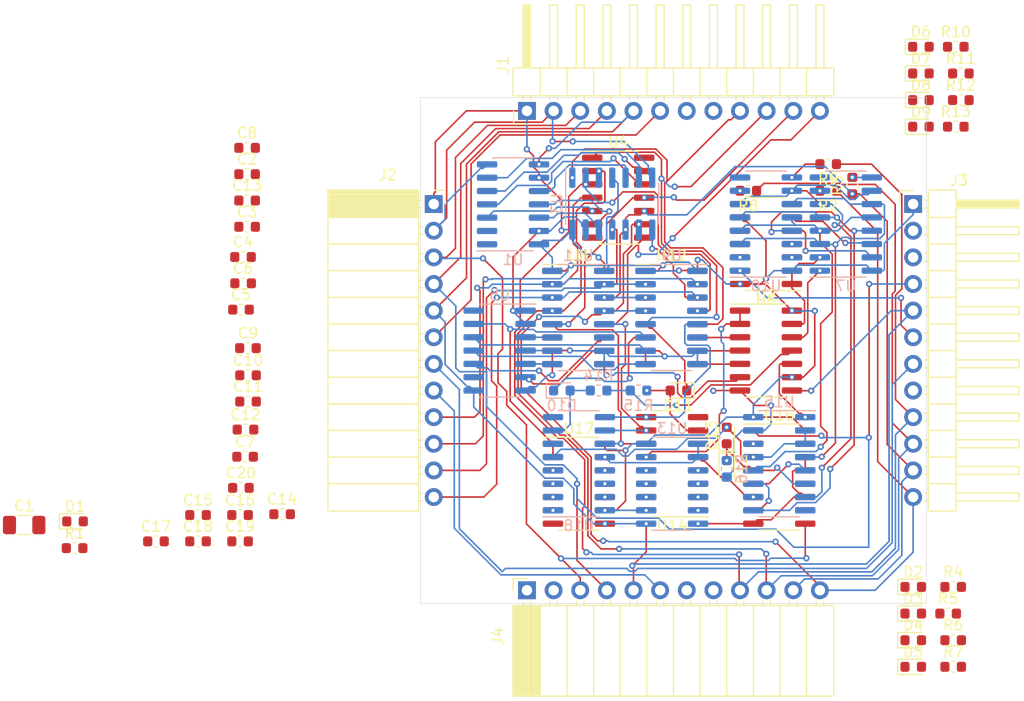
<source format=kicad_pcb>
(kicad_pcb (version 20171130) (host pcbnew 5.1.2)

  (general
    (thickness 1.6)
    (drawings 4)
    (tracks 1139)
    (zones 0)
    (modules 71)
    (nets 112)
  )

  (page A4)
  (layers
    (0 F.Cu signal)
    (31 B.Cu signal)
    (32 B.Adhes user)
    (33 F.Adhes user)
    (34 B.Paste user)
    (35 F.Paste user)
    (36 B.SilkS user)
    (37 F.SilkS user)
    (38 B.Mask user)
    (39 F.Mask user)
    (40 Dwgs.User user)
    (41 Cmts.User user)
    (42 Eco1.User user)
    (43 Eco2.User user)
    (44 Edge.Cuts user)
    (45 Margin user)
    (46 B.CrtYd user)
    (47 F.CrtYd user)
    (48 B.Fab user hide)
    (49 F.Fab user)
  )

  (setup
    (last_trace_width 0.1524)
    (trace_clearance 0.1524)
    (zone_clearance 0.508)
    (zone_45_only no)
    (trace_min 0.1524)
    (via_size 0.6)
    (via_drill 0.3)
    (via_min_size 0.4)
    (via_min_drill 0.3)
    (uvia_size 0.3)
    (uvia_drill 0.1)
    (uvias_allowed no)
    (uvia_min_size 0.2)
    (uvia_min_drill 0.1)
    (edge_width 0.05)
    (segment_width 0.2)
    (pcb_text_width 0.3)
    (pcb_text_size 1.5 1.5)
    (mod_edge_width 0.12)
    (mod_text_size 1 1)
    (mod_text_width 0.15)
    (pad_size 1.524 1.524)
    (pad_drill 0.762)
    (pad_to_mask_clearance 0.051)
    (solder_mask_min_width 0.25)
    (aux_axis_origin 0 0)
    (visible_elements FFFFFF7F)
    (pcbplotparams
      (layerselection 0x010fc_ffffffff)
      (usegerberextensions false)
      (usegerberattributes false)
      (usegerberadvancedattributes false)
      (creategerberjobfile false)
      (excludeedgelayer true)
      (linewidth 0.100000)
      (plotframeref false)
      (viasonmask false)
      (mode 1)
      (useauxorigin false)
      (hpglpennumber 1)
      (hpglpenspeed 20)
      (hpglpendiameter 15.000000)
      (psnegative false)
      (psa4output false)
      (plotreference true)
      (plotvalue true)
      (plotinvisibletext false)
      (padsonsilk false)
      (subtractmaskfromsilk false)
      (outputformat 1)
      (mirror false)
      (drillshape 1)
      (scaleselection 1)
      (outputdirectory ""))
  )

  (net 0 "")
  (net 1 GND)
  (net 2 VCC)
  (net 3 "Net-(D1-Pad2)")
  (net 4 /LogicBlock/cfg29)
  (net 5 "Net-(D2-Pad2)")
  (net 6 "Net-(D3-Pad2)")
  (net 7 "Net-(D4-Pad2)")
  (net 8 "Net-(D5-Pad2)")
  (net 9 "Net-(D6-Pad1)")
  (net 10 "Net-(D6-Pad2)")
  (net 11 "Net-(D7-Pad1)")
  (net 12 "Net-(D7-Pad2)")
  (net 13 "Net-(D8-Pad2)")
  (net 14 /LogicBlock/LUTD/lut_in3_n)
  (net 15 /LogicBlock/LUTD/lut_b_en_n)
  (net 16 /LogicBlock/LUTD/lut_a_en_n)
  (net 17 /LogicBlock/LUTD/async_a)
  (net 18 /LogicBlock/LUTD/async_c)
  (net 19 /LogicBlock/LUTD/async_b)
  (net 20 /fabric_t3)
  (net 21 /fabric_t2)
  (net 22 /fabric_t1)
  (net 23 /fabric_t0)
  (net 24 "Net-(J1-Pad8)")
  (net 25 "Net-(J1-Pad7)")
  (net 26 /LogicBlock/isp_mosi)
  (net 27 /LogicBlock/isp_sck)
  (net 28 /LogicBlock/rst_n)
  (net 29 /LogicBlock/clk)
  (net 30 /fabric_l0)
  (net 31 /fabric_l1)
  (net 32 /fabric_l2)
  (net 33 /fabric_l3)
  (net 34 /LogicBlock/isp_miso)
  (net 35 "Net-(J3-Pad8)")
  (net 36 /fabric_b2)
  (net 37 /fabric_b1)
  (net 38 /fabric_b0)
  (net 39 "Net-(J4-Pad8)")
  (net 40 "Net-(R2-Pad2)")
  (net 41 /LogicBlock/lut_out_a)
  (net 42 /LogicBlock/lut_out_c)
  (net 43 /LogicBlock/lut_out_b)
  (net 44 /LogicBlock/lut_out_b_async)
  (net 45 "Net-(R8-Pad2)")
  (net 46 /LogicBlock/cfg28)
  (net 47 /LogicBlock/cfg0)
  (net 48 /LogicBlock/cfg1)
  (net 49 /LogicBlock/cfg2)
  (net 50 /LogicBlock/cfg3)
  (net 51 /LogicBlock/cfg4)
  (net 52 /LogicBlock/cfg5)
  (net 53 /LogicBlock/cfg6)
  (net 54 /LogicBlock/cfg7)
  (net 55 /LogicBlock/cfg15)
  (net 56 /LogicBlock/cfg16)
  (net 57 /LogicBlock/cfg17)
  (net 58 /LogicBlock/cfg18)
  (net 59 /LogicBlock/cfg19)
  (net 60 /LogicBlock/cfg20)
  (net 61 /LogicBlock/cfg21)
  (net 62 /LogicBlock/cfg22)
  (net 63 /LogicBlock/cfg23)
  (net 64 /LogicBlock/cfg14)
  (net 65 /LogicBlock/cfg13)
  (net 66 /LogicBlock/cfg12)
  (net 67 /LogicBlock/cfg11)
  (net 68 /LogicBlock/cfg10)
  (net 69 /LogicBlock/cfg9)
  (net 70 /LogicBlock/cfg8)
  (net 71 /LogicBlock/cfg30)
  (net 72 /LogicBlock/cfg27)
  (net 73 /LogicBlock/cfg26)
  (net 74 /LogicBlock/cfg25)
  (net 75 /LogicBlock/cfg24)
  (net 76 /LogicBlock/lut_in0)
  (net 77 /LogicBlock/lut_in2)
  (net 78 /LogicBlock/lut_in1)
  (net 79 /LogicBlock/lut_in3)
  (net 80 "Net-(U13-Pad12)")
  (net 81 "Net-(U13-Pad11)")
  (net 82 "Net-(U13-Pad10)")
  (net 83 "Net-(U13-Pad6)")
  (net 84 "Net-(U13-Pad5)")
  (net 85 "Net-(U13-Pad4)")
  (net 86 "Net-(U13-Pad3)")
  (net 87 "Net-(U14-Pad6)")
  (net 88 /LogicBlock/LUTD/sync_a)
  (net 89 /LogicBlock/LUTD/sync_c)
  (net 90 /LogicBlock/LUTD/sync_b)
  (net 91 "Net-(U16-Pad15)")
  (net 92 "Net-(U16-Pad12)")
  (net 93 "Net-(U16-Pad10)")
  (net 94 "Net-(U17-Pad3)")
  (net 95 "Net-(U17-Pad4)")
  (net 96 "Net-(U17-Pad5)")
  (net 97 "Net-(U17-Pad6)")
  (net 98 "Net-(U17-Pad10)")
  (net 99 "Net-(U17-Pad11)")
  (net 100 "Net-(U17-Pad12)")
  (net 101 "Net-(U18-Pad6)")
  (net 102 "Net-(D8-Pad1)")
  (net 103 "Net-(D9-Pad2)")
  (net 104 "Net-(R3-Pad2)")
  (net 105 "Net-(R9-Pad2)")
  (net 106 /fabric_b3)
  (net 107 /LogicBlock/cfgX)
  (net 108 "Net-(U13-Pad1)")
  (net 109 /LogicBlock/cfgLO)
  (net 110 /miso)
  (net 111 /mosi_d)

  (net_class Default "This is the default net class."
    (clearance 0.1524)
    (trace_width 0.1524)
    (via_dia 0.6)
    (via_drill 0.3)
    (uvia_dia 0.3)
    (uvia_drill 0.1)
    (add_net /LogicBlock/LUTD/async_a)
    (add_net /LogicBlock/LUTD/async_b)
    (add_net /LogicBlock/LUTD/async_c)
    (add_net /LogicBlock/LUTD/lut_a_en_n)
    (add_net /LogicBlock/LUTD/lut_b_en_n)
    (add_net /LogicBlock/LUTD/lut_in3_n)
    (add_net /LogicBlock/LUTD/sync_a)
    (add_net /LogicBlock/LUTD/sync_b)
    (add_net /LogicBlock/LUTD/sync_c)
    (add_net /LogicBlock/cfg0)
    (add_net /LogicBlock/cfg1)
    (add_net /LogicBlock/cfg10)
    (add_net /LogicBlock/cfg11)
    (add_net /LogicBlock/cfg12)
    (add_net /LogicBlock/cfg13)
    (add_net /LogicBlock/cfg14)
    (add_net /LogicBlock/cfg15)
    (add_net /LogicBlock/cfg16)
    (add_net /LogicBlock/cfg17)
    (add_net /LogicBlock/cfg18)
    (add_net /LogicBlock/cfg19)
    (add_net /LogicBlock/cfg2)
    (add_net /LogicBlock/cfg20)
    (add_net /LogicBlock/cfg21)
    (add_net /LogicBlock/cfg22)
    (add_net /LogicBlock/cfg23)
    (add_net /LogicBlock/cfg24)
    (add_net /LogicBlock/cfg25)
    (add_net /LogicBlock/cfg26)
    (add_net /LogicBlock/cfg27)
    (add_net /LogicBlock/cfg28)
    (add_net /LogicBlock/cfg29)
    (add_net /LogicBlock/cfg3)
    (add_net /LogicBlock/cfg30)
    (add_net /LogicBlock/cfg4)
    (add_net /LogicBlock/cfg5)
    (add_net /LogicBlock/cfg6)
    (add_net /LogicBlock/cfg7)
    (add_net /LogicBlock/cfg8)
    (add_net /LogicBlock/cfg9)
    (add_net /LogicBlock/cfgLO)
    (add_net /LogicBlock/cfgX)
    (add_net /LogicBlock/clk)
    (add_net /LogicBlock/isp_miso)
    (add_net /LogicBlock/isp_mosi)
    (add_net /LogicBlock/isp_sck)
    (add_net /LogicBlock/lut_in0)
    (add_net /LogicBlock/lut_in1)
    (add_net /LogicBlock/lut_in2)
    (add_net /LogicBlock/lut_in3)
    (add_net /LogicBlock/lut_out_a)
    (add_net /LogicBlock/lut_out_b)
    (add_net /LogicBlock/lut_out_b_async)
    (add_net /LogicBlock/lut_out_c)
    (add_net /LogicBlock/rst_n)
    (add_net /fabric_b0)
    (add_net /fabric_b1)
    (add_net /fabric_b2)
    (add_net /fabric_b3)
    (add_net /fabric_l0)
    (add_net /fabric_l1)
    (add_net /fabric_l2)
    (add_net /fabric_l3)
    (add_net /fabric_t0)
    (add_net /fabric_t1)
    (add_net /fabric_t2)
    (add_net /fabric_t3)
    (add_net /miso)
    (add_net /mosi_d)
    (add_net GND)
    (add_net "Net-(D1-Pad2)")
    (add_net "Net-(D2-Pad2)")
    (add_net "Net-(D3-Pad2)")
    (add_net "Net-(D4-Pad2)")
    (add_net "Net-(D5-Pad2)")
    (add_net "Net-(D6-Pad1)")
    (add_net "Net-(D6-Pad2)")
    (add_net "Net-(D7-Pad1)")
    (add_net "Net-(D7-Pad2)")
    (add_net "Net-(D8-Pad1)")
    (add_net "Net-(D8-Pad2)")
    (add_net "Net-(D9-Pad2)")
    (add_net "Net-(J1-Pad7)")
    (add_net "Net-(J1-Pad8)")
    (add_net "Net-(J3-Pad8)")
    (add_net "Net-(J4-Pad8)")
    (add_net "Net-(R2-Pad2)")
    (add_net "Net-(R3-Pad2)")
    (add_net "Net-(R8-Pad2)")
    (add_net "Net-(R9-Pad2)")
    (add_net "Net-(U13-Pad1)")
    (add_net "Net-(U13-Pad10)")
    (add_net "Net-(U13-Pad11)")
    (add_net "Net-(U13-Pad12)")
    (add_net "Net-(U13-Pad3)")
    (add_net "Net-(U13-Pad4)")
    (add_net "Net-(U13-Pad5)")
    (add_net "Net-(U13-Pad6)")
    (add_net "Net-(U14-Pad6)")
    (add_net "Net-(U16-Pad10)")
    (add_net "Net-(U16-Pad12)")
    (add_net "Net-(U16-Pad15)")
    (add_net "Net-(U17-Pad10)")
    (add_net "Net-(U17-Pad11)")
    (add_net "Net-(U17-Pad12)")
    (add_net "Net-(U17-Pad3)")
    (add_net "Net-(U17-Pad4)")
    (add_net "Net-(U17-Pad5)")
    (add_net "Net-(U17-Pad6)")
    (add_net "Net-(U18-Pad6)")
    (add_net VCC)
  )

  (module Package_SO:SOIC-16_3.9x9.9mm_P1.27mm (layer F.Cu) (tedit 5C97300E) (tstamp 5CF7D198)
    (at 223.33346 64.15788)
    (descr "SOIC, 16 Pin (JEDEC MS-012AC, https://www.analog.com/media/en/package-pcb-resources/package/pkg_pdf/soic_narrow-r/r_16.pdf), generated with kicad-footprint-generator ipc_gullwing_generator.py")
    (tags "SOIC SO")
    (path /5D77FDBE/5DDDB233)
    (attr smd)
    (fp_text reference U8 (at 0 -5.9) (layer F.SilkS)
      (effects (font (size 1 1) (thickness 0.15)))
    )
    (fp_text value 74251 (at 0 5.9) (layer F.Fab)
      (effects (font (size 1 1) (thickness 0.15)))
    )
    (fp_line (start 0 5.06) (end 1.95 5.06) (layer F.SilkS) (width 0.12))
    (fp_line (start 0 5.06) (end -1.95 5.06) (layer F.SilkS) (width 0.12))
    (fp_line (start 0 -5.06) (end 1.95 -5.06) (layer F.SilkS) (width 0.12))
    (fp_line (start 0 -5.06) (end -3.45 -5.06) (layer F.SilkS) (width 0.12))
    (fp_line (start -0.975 -4.95) (end 1.95 -4.95) (layer F.Fab) (width 0.1))
    (fp_line (start 1.95 -4.95) (end 1.95 4.95) (layer F.Fab) (width 0.1))
    (fp_line (start 1.95 4.95) (end -1.95 4.95) (layer F.Fab) (width 0.1))
    (fp_line (start -1.95 4.95) (end -1.95 -3.975) (layer F.Fab) (width 0.1))
    (fp_line (start -1.95 -3.975) (end -0.975 -4.95) (layer F.Fab) (width 0.1))
    (fp_line (start -3.7 -5.2) (end -3.7 5.2) (layer F.CrtYd) (width 0.05))
    (fp_line (start -3.7 5.2) (end 3.7 5.2) (layer F.CrtYd) (width 0.05))
    (fp_line (start 3.7 5.2) (end 3.7 -5.2) (layer F.CrtYd) (width 0.05))
    (fp_line (start 3.7 -5.2) (end -3.7 -5.2) (layer F.CrtYd) (width 0.05))
    (fp_text user %R (at 0 0) (layer F.Fab)
      (effects (font (size 0.98 0.98) (thickness 0.15)))
    )
    (pad 1 smd roundrect (at -2.475 -4.445) (size 1.95 0.6) (layers F.Cu F.Paste F.Mask) (roundrect_rratio 0.25)
      (net 32 /fabric_l2))
    (pad 2 smd roundrect (at -2.475 -3.175) (size 1.95 0.6) (layers F.Cu F.Paste F.Mask) (roundrect_rratio 0.25)
      (net 33 /fabric_l3))
    (pad 3 smd roundrect (at -2.475 -1.905) (size 1.95 0.6) (layers F.Cu F.Paste F.Mask) (roundrect_rratio 0.25)
      (net 30 /fabric_l0))
    (pad 4 smd roundrect (at -2.475 -0.635) (size 1.95 0.6) (layers F.Cu F.Paste F.Mask) (roundrect_rratio 0.25)
      (net 36 /fabric_b2))
    (pad 5 smd roundrect (at -2.475 0.635) (size 1.95 0.6) (layers F.Cu F.Paste F.Mask) (roundrect_rratio 0.25)
      (net 76 /LogicBlock/lut_in0))
    (pad 6 smd roundrect (at -2.475 1.905) (size 1.95 0.6) (layers F.Cu F.Paste F.Mask) (roundrect_rratio 0.25)
      (net 9 "Net-(D6-Pad1)"))
    (pad 7 smd roundrect (at -2.475 3.175) (size 1.95 0.6) (layers F.Cu F.Paste F.Mask) (roundrect_rratio 0.25)
      (net 1 GND))
    (pad 8 smd roundrect (at -2.475 4.445) (size 1.95 0.6) (layers F.Cu F.Paste F.Mask) (roundrect_rratio 0.25)
      (net 1 GND))
    (pad 9 smd roundrect (at 2.475 4.445) (size 1.95 0.6) (layers F.Cu F.Paste F.Mask) (roundrect_rratio 0.25)
      (net 59 /LogicBlock/cfg19))
    (pad 10 smd roundrect (at 2.475 3.175) (size 1.95 0.6) (layers F.Cu F.Paste F.Mask) (roundrect_rratio 0.25)
      (net 67 /LogicBlock/cfg11))
    (pad 11 smd roundrect (at 2.475 1.905) (size 1.95 0.6) (layers F.Cu F.Paste F.Mask) (roundrect_rratio 0.25)
      (net 66 /LogicBlock/cfg12))
    (pad 12 smd roundrect (at 2.475 0.635) (size 1.95 0.6) (layers F.Cu F.Paste F.Mask) (roundrect_rratio 0.25)
      (net 23 /fabric_t0))
    (pad 13 smd roundrect (at 2.475 -0.635) (size 1.95 0.6) (layers F.Cu F.Paste F.Mask) (roundrect_rratio 0.25)
      (net 38 /fabric_b0))
    (pad 14 smd roundrect (at 2.475 -1.905) (size 1.95 0.6) (layers F.Cu F.Paste F.Mask) (roundrect_rratio 0.25)
      (net 37 /fabric_b1))
    (pad 15 smd roundrect (at 2.475 -3.175) (size 1.95 0.6) (layers F.Cu F.Paste F.Mask) (roundrect_rratio 0.25)
      (net 31 /fabric_l1))
    (pad 16 smd roundrect (at 2.475 -4.445) (size 1.95 0.6) (layers F.Cu F.Paste F.Mask) (roundrect_rratio 0.25)
      (net 2 VCC))
    (model ${KISYS3DMOD}/Package_SO.3dshapes/SOIC-16_3.9x9.9mm_P1.27mm.wrl
      (at (xyz 0 0 0))
      (scale (xyz 1 1 1))
      (rotate (xyz 0 0 0))
    )
  )

  (module Capacitor_SMD:C_0603_1608Metric (layer F.Cu) (tedit 5B301BBE) (tstamp 5CF2C299)
    (at 191.747021 50.486541)
    (descr "Capacitor SMD 0603 (1608 Metric), square (rectangular) end terminal, IPC_7351 nominal, (Body size source: http://www.tortai-tech.com/upload/download/2011102023233369053.pdf), generated with kicad-footprint-generator")
    (tags capacitor)
    (path /5D77FDBE/5D1457D8)
    (attr smd)
    (fp_text reference C2 (at 0 -1.43) (layer F.SilkS)
      (effects (font (size 1 1) (thickness 0.15)))
    )
    (fp_text value 100n (at 0 1.43) (layer F.Fab)
      (effects (font (size 1 1) (thickness 0.15)))
    )
    (fp_text user %R (at 0 0) (layer F.Fab)
      (effects (font (size 0.4 0.4) (thickness 0.06)))
    )
    (fp_line (start 1.48 0.73) (end -1.48 0.73) (layer F.CrtYd) (width 0.05))
    (fp_line (start 1.48 -0.73) (end 1.48 0.73) (layer F.CrtYd) (width 0.05))
    (fp_line (start -1.48 -0.73) (end 1.48 -0.73) (layer F.CrtYd) (width 0.05))
    (fp_line (start -1.48 0.73) (end -1.48 -0.73) (layer F.CrtYd) (width 0.05))
    (fp_line (start -0.162779 0.51) (end 0.162779 0.51) (layer F.SilkS) (width 0.12))
    (fp_line (start -0.162779 -0.51) (end 0.162779 -0.51) (layer F.SilkS) (width 0.12))
    (fp_line (start 0.8 0.4) (end -0.8 0.4) (layer F.Fab) (width 0.1))
    (fp_line (start 0.8 -0.4) (end 0.8 0.4) (layer F.Fab) (width 0.1))
    (fp_line (start -0.8 -0.4) (end 0.8 -0.4) (layer F.Fab) (width 0.1))
    (fp_line (start -0.8 0.4) (end -0.8 -0.4) (layer F.Fab) (width 0.1))
    (pad 2 smd roundrect (at 0.7875 0) (size 0.875 0.95) (layers F.Cu F.Paste F.Mask) (roundrect_rratio 0.25)
      (net 1 GND))
    (pad 1 smd roundrect (at -0.7875 0) (size 0.875 0.95) (layers F.Cu F.Paste F.Mask) (roundrect_rratio 0.25)
      (net 2 VCC))
    (model ${KISYS3DMOD}/Capacitor_SMD.3dshapes/C_0603_1608Metric.wrl
      (at (xyz 0 0 0))
      (scale (xyz 1 1 1))
      (rotate (xyz 0 0 0))
    )
  )

  (module Capacitor_SMD:C_0603_1608Metric (layer F.Cu) (tedit 5B301BBE) (tstamp 5CF2C2AA)
    (at 191.747021 55.506541)
    (descr "Capacitor SMD 0603 (1608 Metric), square (rectangular) end terminal, IPC_7351 nominal, (Body size source: http://www.tortai-tech.com/upload/download/2011102023233369053.pdf), generated with kicad-footprint-generator")
    (tags capacitor)
    (path /5D77FDBE/5D14873A)
    (attr smd)
    (fp_text reference C3 (at 0 -1.43) (layer F.SilkS)
      (effects (font (size 1 1) (thickness 0.15)))
    )
    (fp_text value 100n (at 0 1.43) (layer F.Fab)
      (effects (font (size 1 1) (thickness 0.15)))
    )
    (fp_text user %R (at 0 0) (layer F.Fab)
      (effects (font (size 0.4 0.4) (thickness 0.06)))
    )
    (fp_line (start 1.48 0.73) (end -1.48 0.73) (layer F.CrtYd) (width 0.05))
    (fp_line (start 1.48 -0.73) (end 1.48 0.73) (layer F.CrtYd) (width 0.05))
    (fp_line (start -1.48 -0.73) (end 1.48 -0.73) (layer F.CrtYd) (width 0.05))
    (fp_line (start -1.48 0.73) (end -1.48 -0.73) (layer F.CrtYd) (width 0.05))
    (fp_line (start -0.162779 0.51) (end 0.162779 0.51) (layer F.SilkS) (width 0.12))
    (fp_line (start -0.162779 -0.51) (end 0.162779 -0.51) (layer F.SilkS) (width 0.12))
    (fp_line (start 0.8 0.4) (end -0.8 0.4) (layer F.Fab) (width 0.1))
    (fp_line (start 0.8 -0.4) (end 0.8 0.4) (layer F.Fab) (width 0.1))
    (fp_line (start -0.8 -0.4) (end 0.8 -0.4) (layer F.Fab) (width 0.1))
    (fp_line (start -0.8 0.4) (end -0.8 -0.4) (layer F.Fab) (width 0.1))
    (pad 2 smd roundrect (at 0.7875 0) (size 0.875 0.95) (layers F.Cu F.Paste F.Mask) (roundrect_rratio 0.25)
      (net 1 GND))
    (pad 1 smd roundrect (at -0.7875 0) (size 0.875 0.95) (layers F.Cu F.Paste F.Mask) (roundrect_rratio 0.25)
      (net 2 VCC))
    (model ${KISYS3DMOD}/Capacitor_SMD.3dshapes/C_0603_1608Metric.wrl
      (at (xyz 0 0 0))
      (scale (xyz 1 1 1))
      (rotate (xyz 0 0 0))
    )
  )

  (module Capacitor_SMD:C_0603_1608Metric (layer F.Cu) (tedit 5B301BBE) (tstamp 5CF2C2BB)
    (at 191.357021 58.386541)
    (descr "Capacitor SMD 0603 (1608 Metric), square (rectangular) end terminal, IPC_7351 nominal, (Body size source: http://www.tortai-tech.com/upload/download/2011102023233369053.pdf), generated with kicad-footprint-generator")
    (tags capacitor)
    (path /5D77FDBE/5D148C32)
    (attr smd)
    (fp_text reference C4 (at 0 -1.43) (layer F.SilkS)
      (effects (font (size 1 1) (thickness 0.15)))
    )
    (fp_text value 100n (at 0 1.43) (layer F.Fab)
      (effects (font (size 1 1) (thickness 0.15)))
    )
    (fp_line (start -0.8 0.4) (end -0.8 -0.4) (layer F.Fab) (width 0.1))
    (fp_line (start -0.8 -0.4) (end 0.8 -0.4) (layer F.Fab) (width 0.1))
    (fp_line (start 0.8 -0.4) (end 0.8 0.4) (layer F.Fab) (width 0.1))
    (fp_line (start 0.8 0.4) (end -0.8 0.4) (layer F.Fab) (width 0.1))
    (fp_line (start -0.162779 -0.51) (end 0.162779 -0.51) (layer F.SilkS) (width 0.12))
    (fp_line (start -0.162779 0.51) (end 0.162779 0.51) (layer F.SilkS) (width 0.12))
    (fp_line (start -1.48 0.73) (end -1.48 -0.73) (layer F.CrtYd) (width 0.05))
    (fp_line (start -1.48 -0.73) (end 1.48 -0.73) (layer F.CrtYd) (width 0.05))
    (fp_line (start 1.48 -0.73) (end 1.48 0.73) (layer F.CrtYd) (width 0.05))
    (fp_line (start 1.48 0.73) (end -1.48 0.73) (layer F.CrtYd) (width 0.05))
    (fp_text user %R (at 0 0) (layer F.Fab)
      (effects (font (size 0.4 0.4) (thickness 0.06)))
    )
    (pad 1 smd roundrect (at -0.7875 0) (size 0.875 0.95) (layers F.Cu F.Paste F.Mask) (roundrect_rratio 0.25)
      (net 2 VCC))
    (pad 2 smd roundrect (at 0.7875 0) (size 0.875 0.95) (layers F.Cu F.Paste F.Mask) (roundrect_rratio 0.25)
      (net 1 GND))
    (model ${KISYS3DMOD}/Capacitor_SMD.3dshapes/C_0603_1608Metric.wrl
      (at (xyz 0 0 0))
      (scale (xyz 1 1 1))
      (rotate (xyz 0 0 0))
    )
  )

  (module Capacitor_SMD:C_0603_1608Metric (layer F.Cu) (tedit 5B301BBE) (tstamp 5CF2C2CC)
    (at 191.167021 63.406541)
    (descr "Capacitor SMD 0603 (1608 Metric), square (rectangular) end terminal, IPC_7351 nominal, (Body size source: http://www.tortai-tech.com/upload/download/2011102023233369053.pdf), generated with kicad-footprint-generator")
    (tags capacitor)
    (path /5D77FDBE/5D1490B6)
    (attr smd)
    (fp_text reference C5 (at 0 -1.43) (layer F.SilkS)
      (effects (font (size 1 1) (thickness 0.15)))
    )
    (fp_text value 100n (at 0 1.43) (layer F.Fab)
      (effects (font (size 1 1) (thickness 0.15)))
    )
    (fp_text user %R (at 0 0) (layer F.Fab)
      (effects (font (size 0.4 0.4) (thickness 0.06)))
    )
    (fp_line (start 1.48 0.73) (end -1.48 0.73) (layer F.CrtYd) (width 0.05))
    (fp_line (start 1.48 -0.73) (end 1.48 0.73) (layer F.CrtYd) (width 0.05))
    (fp_line (start -1.48 -0.73) (end 1.48 -0.73) (layer F.CrtYd) (width 0.05))
    (fp_line (start -1.48 0.73) (end -1.48 -0.73) (layer F.CrtYd) (width 0.05))
    (fp_line (start -0.162779 0.51) (end 0.162779 0.51) (layer F.SilkS) (width 0.12))
    (fp_line (start -0.162779 -0.51) (end 0.162779 -0.51) (layer F.SilkS) (width 0.12))
    (fp_line (start 0.8 0.4) (end -0.8 0.4) (layer F.Fab) (width 0.1))
    (fp_line (start 0.8 -0.4) (end 0.8 0.4) (layer F.Fab) (width 0.1))
    (fp_line (start -0.8 -0.4) (end 0.8 -0.4) (layer F.Fab) (width 0.1))
    (fp_line (start -0.8 0.4) (end -0.8 -0.4) (layer F.Fab) (width 0.1))
    (pad 2 smd roundrect (at 0.7875 0) (size 0.875 0.95) (layers F.Cu F.Paste F.Mask) (roundrect_rratio 0.25)
      (net 1 GND))
    (pad 1 smd roundrect (at -0.7875 0) (size 0.875 0.95) (layers F.Cu F.Paste F.Mask) (roundrect_rratio 0.25)
      (net 2 VCC))
    (model ${KISYS3DMOD}/Capacitor_SMD.3dshapes/C_0603_1608Metric.wrl
      (at (xyz 0 0 0))
      (scale (xyz 1 1 1))
      (rotate (xyz 0 0 0))
    )
  )

  (module Capacitor_SMD:C_0603_1608Metric (layer F.Cu) (tedit 5B301BBE) (tstamp 5CF2C2DD)
    (at 191.367021 60.896541)
    (descr "Capacitor SMD 0603 (1608 Metric), square (rectangular) end terminal, IPC_7351 nominal, (Body size source: http://www.tortai-tech.com/upload/download/2011102023233369053.pdf), generated with kicad-footprint-generator")
    (tags capacitor)
    (path /5D77FDBE/5D25277D)
    (attr smd)
    (fp_text reference C6 (at 0 -1.43) (layer F.SilkS)
      (effects (font (size 1 1) (thickness 0.15)))
    )
    (fp_text value 100n (at 0 1.43) (layer F.Fab)
      (effects (font (size 1 1) (thickness 0.15)))
    )
    (fp_line (start -0.8 0.4) (end -0.8 -0.4) (layer F.Fab) (width 0.1))
    (fp_line (start -0.8 -0.4) (end 0.8 -0.4) (layer F.Fab) (width 0.1))
    (fp_line (start 0.8 -0.4) (end 0.8 0.4) (layer F.Fab) (width 0.1))
    (fp_line (start 0.8 0.4) (end -0.8 0.4) (layer F.Fab) (width 0.1))
    (fp_line (start -0.162779 -0.51) (end 0.162779 -0.51) (layer F.SilkS) (width 0.12))
    (fp_line (start -0.162779 0.51) (end 0.162779 0.51) (layer F.SilkS) (width 0.12))
    (fp_line (start -1.48 0.73) (end -1.48 -0.73) (layer F.CrtYd) (width 0.05))
    (fp_line (start -1.48 -0.73) (end 1.48 -0.73) (layer F.CrtYd) (width 0.05))
    (fp_line (start 1.48 -0.73) (end 1.48 0.73) (layer F.CrtYd) (width 0.05))
    (fp_line (start 1.48 0.73) (end -1.48 0.73) (layer F.CrtYd) (width 0.05))
    (fp_text user %R (at 0 0) (layer F.Fab)
      (effects (font (size 0.4 0.4) (thickness 0.06)))
    )
    (pad 1 smd roundrect (at -0.7875 0) (size 0.875 0.95) (layers F.Cu F.Paste F.Mask) (roundrect_rratio 0.25)
      (net 2 VCC))
    (pad 2 smd roundrect (at 0.7875 0) (size 0.875 0.95) (layers F.Cu F.Paste F.Mask) (roundrect_rratio 0.25)
      (net 1 GND))
    (model ${KISYS3DMOD}/Capacitor_SMD.3dshapes/C_0603_1608Metric.wrl
      (at (xyz 0 0 0))
      (scale (xyz 1 1 1))
      (rotate (xyz 0 0 0))
    )
  )

  (module Capacitor_SMD:C_0603_1608Metric (layer F.Cu) (tedit 5B301BBE) (tstamp 5CF2C2EE)
    (at 191.557021 77.436541)
    (descr "Capacitor SMD 0603 (1608 Metric), square (rectangular) end terminal, IPC_7351 nominal, (Body size source: http://www.tortai-tech.com/upload/download/2011102023233369053.pdf), generated with kicad-footprint-generator")
    (tags capacitor)
    (path /5D77FDBE/5D252787)
    (attr smd)
    (fp_text reference C7 (at 0 -1.43) (layer F.SilkS)
      (effects (font (size 1 1) (thickness 0.15)))
    )
    (fp_text value 100n (at 0 1.43) (layer F.Fab)
      (effects (font (size 1 1) (thickness 0.15)))
    )
    (fp_text user %R (at 0 0) (layer F.Fab)
      (effects (font (size 0.4 0.4) (thickness 0.06)))
    )
    (fp_line (start 1.48 0.73) (end -1.48 0.73) (layer F.CrtYd) (width 0.05))
    (fp_line (start 1.48 -0.73) (end 1.48 0.73) (layer F.CrtYd) (width 0.05))
    (fp_line (start -1.48 -0.73) (end 1.48 -0.73) (layer F.CrtYd) (width 0.05))
    (fp_line (start -1.48 0.73) (end -1.48 -0.73) (layer F.CrtYd) (width 0.05))
    (fp_line (start -0.162779 0.51) (end 0.162779 0.51) (layer F.SilkS) (width 0.12))
    (fp_line (start -0.162779 -0.51) (end 0.162779 -0.51) (layer F.SilkS) (width 0.12))
    (fp_line (start 0.8 0.4) (end -0.8 0.4) (layer F.Fab) (width 0.1))
    (fp_line (start 0.8 -0.4) (end 0.8 0.4) (layer F.Fab) (width 0.1))
    (fp_line (start -0.8 -0.4) (end 0.8 -0.4) (layer F.Fab) (width 0.1))
    (fp_line (start -0.8 0.4) (end -0.8 -0.4) (layer F.Fab) (width 0.1))
    (pad 2 smd roundrect (at 0.7875 0) (size 0.875 0.95) (layers F.Cu F.Paste F.Mask) (roundrect_rratio 0.25)
      (net 1 GND))
    (pad 1 smd roundrect (at -0.7875 0) (size 0.875 0.95) (layers F.Cu F.Paste F.Mask) (roundrect_rratio 0.25)
      (net 2 VCC))
    (model ${KISYS3DMOD}/Capacitor_SMD.3dshapes/C_0603_1608Metric.wrl
      (at (xyz 0 0 0))
      (scale (xyz 1 1 1))
      (rotate (xyz 0 0 0))
    )
  )

  (module Capacitor_SMD:C_0603_1608Metric (layer F.Cu) (tedit 5B301BBE) (tstamp 5CF2C2FF)
    (at 191.747021 47.976541)
    (descr "Capacitor SMD 0603 (1608 Metric), square (rectangular) end terminal, IPC_7351 nominal, (Body size source: http://www.tortai-tech.com/upload/download/2011102023233369053.pdf), generated with kicad-footprint-generator")
    (tags capacitor)
    (path /5D77FDBE/5D252791)
    (attr smd)
    (fp_text reference C8 (at 0 -1.43) (layer F.SilkS)
      (effects (font (size 1 1) (thickness 0.15)))
    )
    (fp_text value 100n (at 0 1.43) (layer F.Fab)
      (effects (font (size 1 1) (thickness 0.15)))
    )
    (fp_line (start -0.8 0.4) (end -0.8 -0.4) (layer F.Fab) (width 0.1))
    (fp_line (start -0.8 -0.4) (end 0.8 -0.4) (layer F.Fab) (width 0.1))
    (fp_line (start 0.8 -0.4) (end 0.8 0.4) (layer F.Fab) (width 0.1))
    (fp_line (start 0.8 0.4) (end -0.8 0.4) (layer F.Fab) (width 0.1))
    (fp_line (start -0.162779 -0.51) (end 0.162779 -0.51) (layer F.SilkS) (width 0.12))
    (fp_line (start -0.162779 0.51) (end 0.162779 0.51) (layer F.SilkS) (width 0.12))
    (fp_line (start -1.48 0.73) (end -1.48 -0.73) (layer F.CrtYd) (width 0.05))
    (fp_line (start -1.48 -0.73) (end 1.48 -0.73) (layer F.CrtYd) (width 0.05))
    (fp_line (start 1.48 -0.73) (end 1.48 0.73) (layer F.CrtYd) (width 0.05))
    (fp_line (start 1.48 0.73) (end -1.48 0.73) (layer F.CrtYd) (width 0.05))
    (fp_text user %R (at 0 0) (layer F.Fab)
      (effects (font (size 0.4 0.4) (thickness 0.06)))
    )
    (pad 1 smd roundrect (at -0.7875 0) (size 0.875 0.95) (layers F.Cu F.Paste F.Mask) (roundrect_rratio 0.25)
      (net 2 VCC))
    (pad 2 smd roundrect (at 0.7875 0) (size 0.875 0.95) (layers F.Cu F.Paste F.Mask) (roundrect_rratio 0.25)
      (net 1 GND))
    (model ${KISYS3DMOD}/Capacitor_SMD.3dshapes/C_0603_1608Metric.wrl
      (at (xyz 0 0 0))
      (scale (xyz 1 1 1))
      (rotate (xyz 0 0 0))
    )
  )

  (module Capacitor_SMD:C_0603_1608Metric (layer F.Cu) (tedit 5B301BBE) (tstamp 5CF2C310)
    (at 191.82852 67.076541)
    (descr "Capacitor SMD 0603 (1608 Metric), square (rectangular) end terminal, IPC_7351 nominal, (Body size source: http://www.tortai-tech.com/upload/download/2011102023233369053.pdf), generated with kicad-footprint-generator")
    (tags capacitor)
    (path /5D77FDBE/5D25279B)
    (attr smd)
    (fp_text reference C9 (at 0 -1.43) (layer F.SilkS)
      (effects (font (size 1 1) (thickness 0.15)))
    )
    (fp_text value 100n (at 0 1.43) (layer F.Fab)
      (effects (font (size 1 1) (thickness 0.15)))
    )
    (fp_text user %R (at 0 0) (layer F.Fab)
      (effects (font (size 0.4 0.4) (thickness 0.06)))
    )
    (fp_line (start 1.48 0.73) (end -1.48 0.73) (layer F.CrtYd) (width 0.05))
    (fp_line (start 1.48 -0.73) (end 1.48 0.73) (layer F.CrtYd) (width 0.05))
    (fp_line (start -1.48 -0.73) (end 1.48 -0.73) (layer F.CrtYd) (width 0.05))
    (fp_line (start -1.48 0.73) (end -1.48 -0.73) (layer F.CrtYd) (width 0.05))
    (fp_line (start -0.162779 0.51) (end 0.162779 0.51) (layer F.SilkS) (width 0.12))
    (fp_line (start -0.162779 -0.51) (end 0.162779 -0.51) (layer F.SilkS) (width 0.12))
    (fp_line (start 0.8 0.4) (end -0.8 0.4) (layer F.Fab) (width 0.1))
    (fp_line (start 0.8 -0.4) (end 0.8 0.4) (layer F.Fab) (width 0.1))
    (fp_line (start -0.8 -0.4) (end 0.8 -0.4) (layer F.Fab) (width 0.1))
    (fp_line (start -0.8 0.4) (end -0.8 -0.4) (layer F.Fab) (width 0.1))
    (pad 2 smd roundrect (at 0.7875 0) (size 0.875 0.95) (layers F.Cu F.Paste F.Mask) (roundrect_rratio 0.25)
      (net 1 GND))
    (pad 1 smd roundrect (at -0.7875 0) (size 0.875 0.95) (layers F.Cu F.Paste F.Mask) (roundrect_rratio 0.25)
      (net 2 VCC))
    (model ${KISYS3DMOD}/Capacitor_SMD.3dshapes/C_0603_1608Metric.wrl
      (at (xyz 0 0 0))
      (scale (xyz 1 1 1))
      (rotate (xyz 0 0 0))
    )
  )

  (module Capacitor_SMD:C_0603_1608Metric (layer F.Cu) (tedit 5B301BBE) (tstamp 5CF2C321)
    (at 191.837021 69.666541)
    (descr "Capacitor SMD 0603 (1608 Metric), square (rectangular) end terminal, IPC_7351 nominal, (Body size source: http://www.tortai-tech.com/upload/download/2011102023233369053.pdf), generated with kicad-footprint-generator")
    (tags capacitor)
    (path /5D77FDBE/5D28B2CB)
    (attr smd)
    (fp_text reference C10 (at 0 -1.43) (layer F.SilkS)
      (effects (font (size 1 1) (thickness 0.15)))
    )
    (fp_text value 100n (at 0 1.43) (layer F.Fab)
      (effects (font (size 1 1) (thickness 0.15)))
    )
    (fp_line (start -0.8 0.4) (end -0.8 -0.4) (layer F.Fab) (width 0.1))
    (fp_line (start -0.8 -0.4) (end 0.8 -0.4) (layer F.Fab) (width 0.1))
    (fp_line (start 0.8 -0.4) (end 0.8 0.4) (layer F.Fab) (width 0.1))
    (fp_line (start 0.8 0.4) (end -0.8 0.4) (layer F.Fab) (width 0.1))
    (fp_line (start -0.162779 -0.51) (end 0.162779 -0.51) (layer F.SilkS) (width 0.12))
    (fp_line (start -0.162779 0.51) (end 0.162779 0.51) (layer F.SilkS) (width 0.12))
    (fp_line (start -1.48 0.73) (end -1.48 -0.73) (layer F.CrtYd) (width 0.05))
    (fp_line (start -1.48 -0.73) (end 1.48 -0.73) (layer F.CrtYd) (width 0.05))
    (fp_line (start 1.48 -0.73) (end 1.48 0.73) (layer F.CrtYd) (width 0.05))
    (fp_line (start 1.48 0.73) (end -1.48 0.73) (layer F.CrtYd) (width 0.05))
    (fp_text user %R (at 0 0) (layer F.Fab)
      (effects (font (size 0.4 0.4) (thickness 0.06)))
    )
    (pad 1 smd roundrect (at -0.7875 0) (size 0.875 0.95) (layers F.Cu F.Paste F.Mask) (roundrect_rratio 0.25)
      (net 2 VCC))
    (pad 2 smd roundrect (at 0.7875 0) (size 0.875 0.95) (layers F.Cu F.Paste F.Mask) (roundrect_rratio 0.25)
      (net 1 GND))
    (model ${KISYS3DMOD}/Capacitor_SMD.3dshapes/C_0603_1608Metric.wrl
      (at (xyz 0 0 0))
      (scale (xyz 1 1 1))
      (rotate (xyz 0 0 0))
    )
  )

  (module Capacitor_SMD:C_0603_1608Metric (layer F.Cu) (tedit 5B301BBE) (tstamp 5CF2C332)
    (at 191.837021 72.176541)
    (descr "Capacitor SMD 0603 (1608 Metric), square (rectangular) end terminal, IPC_7351 nominal, (Body size source: http://www.tortai-tech.com/upload/download/2011102023233369053.pdf), generated with kicad-footprint-generator")
    (tags capacitor)
    (path /5D77FDBE/5D28B2D5)
    (attr smd)
    (fp_text reference C11 (at 0 -1.43) (layer F.SilkS)
      (effects (font (size 1 1) (thickness 0.15)))
    )
    (fp_text value 100n (at 0 1.43) (layer F.Fab)
      (effects (font (size 1 1) (thickness 0.15)))
    )
    (fp_text user %R (at 0 0) (layer F.Fab)
      (effects (font (size 0.4 0.4) (thickness 0.06)))
    )
    (fp_line (start 1.48 0.73) (end -1.48 0.73) (layer F.CrtYd) (width 0.05))
    (fp_line (start 1.48 -0.73) (end 1.48 0.73) (layer F.CrtYd) (width 0.05))
    (fp_line (start -1.48 -0.73) (end 1.48 -0.73) (layer F.CrtYd) (width 0.05))
    (fp_line (start -1.48 0.73) (end -1.48 -0.73) (layer F.CrtYd) (width 0.05))
    (fp_line (start -0.162779 0.51) (end 0.162779 0.51) (layer F.SilkS) (width 0.12))
    (fp_line (start -0.162779 -0.51) (end 0.162779 -0.51) (layer F.SilkS) (width 0.12))
    (fp_line (start 0.8 0.4) (end -0.8 0.4) (layer F.Fab) (width 0.1))
    (fp_line (start 0.8 -0.4) (end 0.8 0.4) (layer F.Fab) (width 0.1))
    (fp_line (start -0.8 -0.4) (end 0.8 -0.4) (layer F.Fab) (width 0.1))
    (fp_line (start -0.8 0.4) (end -0.8 -0.4) (layer F.Fab) (width 0.1))
    (pad 2 smd roundrect (at 0.7875 0) (size 0.875 0.95) (layers F.Cu F.Paste F.Mask) (roundrect_rratio 0.25)
      (net 1 GND))
    (pad 1 smd roundrect (at -0.7875 0) (size 0.875 0.95) (layers F.Cu F.Paste F.Mask) (roundrect_rratio 0.25)
      (net 2 VCC))
    (model ${KISYS3DMOD}/Capacitor_SMD.3dshapes/C_0603_1608Metric.wrl
      (at (xyz 0 0 0))
      (scale (xyz 1 1 1))
      (rotate (xyz 0 0 0))
    )
  )

  (module Capacitor_SMD:C_0603_1608Metric (layer F.Cu) (tedit 5B301BBE) (tstamp 5CF2C343)
    (at 191.597021 74.846541)
    (descr "Capacitor SMD 0603 (1608 Metric), square (rectangular) end terminal, IPC_7351 nominal, (Body size source: http://www.tortai-tech.com/upload/download/2011102023233369053.pdf), generated with kicad-footprint-generator")
    (tags capacitor)
    (path /5D77FDBE/5E74B4E0)
    (attr smd)
    (fp_text reference C12 (at 0 -1.43) (layer F.SilkS)
      (effects (font (size 1 1) (thickness 0.15)))
    )
    (fp_text value 100n (at 0 1.43) (layer F.Fab)
      (effects (font (size 1 1) (thickness 0.15)))
    )
    (fp_line (start -0.8 0.4) (end -0.8 -0.4) (layer F.Fab) (width 0.1))
    (fp_line (start -0.8 -0.4) (end 0.8 -0.4) (layer F.Fab) (width 0.1))
    (fp_line (start 0.8 -0.4) (end 0.8 0.4) (layer F.Fab) (width 0.1))
    (fp_line (start 0.8 0.4) (end -0.8 0.4) (layer F.Fab) (width 0.1))
    (fp_line (start -0.162779 -0.51) (end 0.162779 -0.51) (layer F.SilkS) (width 0.12))
    (fp_line (start -0.162779 0.51) (end 0.162779 0.51) (layer F.SilkS) (width 0.12))
    (fp_line (start -1.48 0.73) (end -1.48 -0.73) (layer F.CrtYd) (width 0.05))
    (fp_line (start -1.48 -0.73) (end 1.48 -0.73) (layer F.CrtYd) (width 0.05))
    (fp_line (start 1.48 -0.73) (end 1.48 0.73) (layer F.CrtYd) (width 0.05))
    (fp_line (start 1.48 0.73) (end -1.48 0.73) (layer F.CrtYd) (width 0.05))
    (fp_text user %R (at 0 0) (layer F.Fab)
      (effects (font (size 0.4 0.4) (thickness 0.06)))
    )
    (pad 1 smd roundrect (at -0.7875 0) (size 0.875 0.95) (layers F.Cu F.Paste F.Mask) (roundrect_rratio 0.25)
      (net 2 VCC))
    (pad 2 smd roundrect (at 0.7875 0) (size 0.875 0.95) (layers F.Cu F.Paste F.Mask) (roundrect_rratio 0.25)
      (net 1 GND))
    (model ${KISYS3DMOD}/Capacitor_SMD.3dshapes/C_0603_1608Metric.wrl
      (at (xyz 0 0 0))
      (scale (xyz 1 1 1))
      (rotate (xyz 0 0 0))
    )
  )

  (module Capacitor_SMD:C_0603_1608Metric (layer F.Cu) (tedit 5B301BBE) (tstamp 5CF2C354)
    (at 191.747021 52.996541)
    (descr "Capacitor SMD 0603 (1608 Metric), square (rectangular) end terminal, IPC_7351 nominal, (Body size source: http://www.tortai-tech.com/upload/download/2011102023233369053.pdf), generated with kicad-footprint-generator")
    (tags capacitor)
    (path /5D77FDBE/5E74B4EA)
    (attr smd)
    (fp_text reference C13 (at 0 -1.43) (layer F.SilkS)
      (effects (font (size 1 1) (thickness 0.15)))
    )
    (fp_text value 100n (at 0 1.43) (layer F.Fab)
      (effects (font (size 1 1) (thickness 0.15)))
    )
    (fp_line (start -0.8 0.4) (end -0.8 -0.4) (layer F.Fab) (width 0.1))
    (fp_line (start -0.8 -0.4) (end 0.8 -0.4) (layer F.Fab) (width 0.1))
    (fp_line (start 0.8 -0.4) (end 0.8 0.4) (layer F.Fab) (width 0.1))
    (fp_line (start 0.8 0.4) (end -0.8 0.4) (layer F.Fab) (width 0.1))
    (fp_line (start -0.162779 -0.51) (end 0.162779 -0.51) (layer F.SilkS) (width 0.12))
    (fp_line (start -0.162779 0.51) (end 0.162779 0.51) (layer F.SilkS) (width 0.12))
    (fp_line (start -1.48 0.73) (end -1.48 -0.73) (layer F.CrtYd) (width 0.05))
    (fp_line (start -1.48 -0.73) (end 1.48 -0.73) (layer F.CrtYd) (width 0.05))
    (fp_line (start 1.48 -0.73) (end 1.48 0.73) (layer F.CrtYd) (width 0.05))
    (fp_line (start 1.48 0.73) (end -1.48 0.73) (layer F.CrtYd) (width 0.05))
    (fp_text user %R (at 0 0) (layer F.Fab)
      (effects (font (size 0.4 0.4) (thickness 0.06)))
    )
    (pad 1 smd roundrect (at -0.7875 0) (size 0.875 0.95) (layers F.Cu F.Paste F.Mask) (roundrect_rratio 0.25)
      (net 2 VCC))
    (pad 2 smd roundrect (at 0.7875 0) (size 0.875 0.95) (layers F.Cu F.Paste F.Mask) (roundrect_rratio 0.25)
      (net 1 GND))
    (model ${KISYS3DMOD}/Capacitor_SMD.3dshapes/C_0603_1608Metric.wrl
      (at (xyz 0 0 0))
      (scale (xyz 1 1 1))
      (rotate (xyz 0 0 0))
    )
  )

  (module Capacitor_SMD:C_0603_1608Metric (layer F.Cu) (tedit 5B301BBE) (tstamp 5CF2C365)
    (at 195.087021 82.916541)
    (descr "Capacitor SMD 0603 (1608 Metric), square (rectangular) end terminal, IPC_7351 nominal, (Body size source: http://www.tortai-tech.com/upload/download/2011102023233369053.pdf), generated with kicad-footprint-generator")
    (tags capacitor)
    (path /5D77FDBE/5D7AF013/5D182B36)
    (attr smd)
    (fp_text reference C14 (at 0 -1.43) (layer F.SilkS)
      (effects (font (size 1 1) (thickness 0.15)))
    )
    (fp_text value 100n (at 0 1.43) (layer F.Fab)
      (effects (font (size 1 1) (thickness 0.15)))
    )
    (fp_line (start -0.8 0.4) (end -0.8 -0.4) (layer F.Fab) (width 0.1))
    (fp_line (start -0.8 -0.4) (end 0.8 -0.4) (layer F.Fab) (width 0.1))
    (fp_line (start 0.8 -0.4) (end 0.8 0.4) (layer F.Fab) (width 0.1))
    (fp_line (start 0.8 0.4) (end -0.8 0.4) (layer F.Fab) (width 0.1))
    (fp_line (start -0.162779 -0.51) (end 0.162779 -0.51) (layer F.SilkS) (width 0.12))
    (fp_line (start -0.162779 0.51) (end 0.162779 0.51) (layer F.SilkS) (width 0.12))
    (fp_line (start -1.48 0.73) (end -1.48 -0.73) (layer F.CrtYd) (width 0.05))
    (fp_line (start -1.48 -0.73) (end 1.48 -0.73) (layer F.CrtYd) (width 0.05))
    (fp_line (start 1.48 -0.73) (end 1.48 0.73) (layer F.CrtYd) (width 0.05))
    (fp_line (start 1.48 0.73) (end -1.48 0.73) (layer F.CrtYd) (width 0.05))
    (fp_text user %R (at 0 0) (layer F.Fab)
      (effects (font (size 0.4 0.4) (thickness 0.06)))
    )
    (pad 1 smd roundrect (at -0.7875 0) (size 0.875 0.95) (layers F.Cu F.Paste F.Mask) (roundrect_rratio 0.25)
      (net 2 VCC))
    (pad 2 smd roundrect (at 0.7875 0) (size 0.875 0.95) (layers F.Cu F.Paste F.Mask) (roundrect_rratio 0.25)
      (net 1 GND))
    (model ${KISYS3DMOD}/Capacitor_SMD.3dshapes/C_0603_1608Metric.wrl
      (at (xyz 0 0 0))
      (scale (xyz 1 1 1))
      (rotate (xyz 0 0 0))
    )
  )

  (module Capacitor_SMD:C_0603_1608Metric (layer F.Cu) (tedit 5B301BBE) (tstamp 5CF2C376)
    (at 187.067021 82.996541)
    (descr "Capacitor SMD 0603 (1608 Metric), square (rectangular) end terminal, IPC_7351 nominal, (Body size source: http://www.tortai-tech.com/upload/download/2011102023233369053.pdf), generated with kicad-footprint-generator")
    (tags capacitor)
    (path /5D77FDBE/5D7AF013/5D2FCFE7)
    (attr smd)
    (fp_text reference C15 (at 0 -1.43) (layer F.SilkS)
      (effects (font (size 1 1) (thickness 0.15)))
    )
    (fp_text value 100n (at 0 1.43) (layer F.Fab)
      (effects (font (size 1 1) (thickness 0.15)))
    )
    (fp_text user %R (at 0 0) (layer F.Fab)
      (effects (font (size 0.4 0.4) (thickness 0.06)))
    )
    (fp_line (start 1.48 0.73) (end -1.48 0.73) (layer F.CrtYd) (width 0.05))
    (fp_line (start 1.48 -0.73) (end 1.48 0.73) (layer F.CrtYd) (width 0.05))
    (fp_line (start -1.48 -0.73) (end 1.48 -0.73) (layer F.CrtYd) (width 0.05))
    (fp_line (start -1.48 0.73) (end -1.48 -0.73) (layer F.CrtYd) (width 0.05))
    (fp_line (start -0.162779 0.51) (end 0.162779 0.51) (layer F.SilkS) (width 0.12))
    (fp_line (start -0.162779 -0.51) (end 0.162779 -0.51) (layer F.SilkS) (width 0.12))
    (fp_line (start 0.8 0.4) (end -0.8 0.4) (layer F.Fab) (width 0.1))
    (fp_line (start 0.8 -0.4) (end 0.8 0.4) (layer F.Fab) (width 0.1))
    (fp_line (start -0.8 -0.4) (end 0.8 -0.4) (layer F.Fab) (width 0.1))
    (fp_line (start -0.8 0.4) (end -0.8 -0.4) (layer F.Fab) (width 0.1))
    (pad 2 smd roundrect (at 0.7875 0) (size 0.875 0.95) (layers F.Cu F.Paste F.Mask) (roundrect_rratio 0.25)
      (net 1 GND))
    (pad 1 smd roundrect (at -0.7875 0) (size 0.875 0.95) (layers F.Cu F.Paste F.Mask) (roundrect_rratio 0.25)
      (net 2 VCC))
    (model ${KISYS3DMOD}/Capacitor_SMD.3dshapes/C_0603_1608Metric.wrl
      (at (xyz 0 0 0))
      (scale (xyz 1 1 1))
      (rotate (xyz 0 0 0))
    )
  )

  (module Capacitor_SMD:C_0603_1608Metric (layer F.Cu) (tedit 5B301BBE) (tstamp 5CF2C387)
    (at 191.077021 82.996541)
    (descr "Capacitor SMD 0603 (1608 Metric), square (rectangular) end terminal, IPC_7351 nominal, (Body size source: http://www.tortai-tech.com/upload/download/2011102023233369053.pdf), generated with kicad-footprint-generator")
    (tags capacitor)
    (path /5D77FDBE/5D7AF013/5D2EACB1)
    (attr smd)
    (fp_text reference C16 (at 0 -1.43) (layer F.SilkS)
      (effects (font (size 1 1) (thickness 0.15)))
    )
    (fp_text value 100n (at 0 1.43) (layer F.Fab)
      (effects (font (size 1 1) (thickness 0.15)))
    )
    (fp_line (start -0.8 0.4) (end -0.8 -0.4) (layer F.Fab) (width 0.1))
    (fp_line (start -0.8 -0.4) (end 0.8 -0.4) (layer F.Fab) (width 0.1))
    (fp_line (start 0.8 -0.4) (end 0.8 0.4) (layer F.Fab) (width 0.1))
    (fp_line (start 0.8 0.4) (end -0.8 0.4) (layer F.Fab) (width 0.1))
    (fp_line (start -0.162779 -0.51) (end 0.162779 -0.51) (layer F.SilkS) (width 0.12))
    (fp_line (start -0.162779 0.51) (end 0.162779 0.51) (layer F.SilkS) (width 0.12))
    (fp_line (start -1.48 0.73) (end -1.48 -0.73) (layer F.CrtYd) (width 0.05))
    (fp_line (start -1.48 -0.73) (end 1.48 -0.73) (layer F.CrtYd) (width 0.05))
    (fp_line (start 1.48 -0.73) (end 1.48 0.73) (layer F.CrtYd) (width 0.05))
    (fp_line (start 1.48 0.73) (end -1.48 0.73) (layer F.CrtYd) (width 0.05))
    (fp_text user %R (at 0 0) (layer F.Fab)
      (effects (font (size 0.4 0.4) (thickness 0.06)))
    )
    (pad 1 smd roundrect (at -0.7875 0) (size 0.875 0.95) (layers F.Cu F.Paste F.Mask) (roundrect_rratio 0.25)
      (net 2 VCC))
    (pad 2 smd roundrect (at 0.7875 0) (size 0.875 0.95) (layers F.Cu F.Paste F.Mask) (roundrect_rratio 0.25)
      (net 1 GND))
    (model ${KISYS3DMOD}/Capacitor_SMD.3dshapes/C_0603_1608Metric.wrl
      (at (xyz 0 0 0))
      (scale (xyz 1 1 1))
      (rotate (xyz 0 0 0))
    )
  )

  (module Capacitor_SMD:C_0603_1608Metric (layer F.Cu) (tedit 5B301BBE) (tstamp 5CF2C398)
    (at 183.057021 85.506541)
    (descr "Capacitor SMD 0603 (1608 Metric), square (rectangular) end terminal, IPC_7351 nominal, (Body size source: http://www.tortai-tech.com/upload/download/2011102023233369053.pdf), generated with kicad-footprint-generator")
    (tags capacitor)
    (path /5D77FDBE/5D7AF013/5D2EACB7)
    (attr smd)
    (fp_text reference C17 (at 0 -1.43) (layer F.SilkS)
      (effects (font (size 1 1) (thickness 0.15)))
    )
    (fp_text value 100n (at 0 1.43) (layer F.Fab)
      (effects (font (size 1 1) (thickness 0.15)))
    )
    (fp_text user %R (at 0 0) (layer F.Fab)
      (effects (font (size 0.4 0.4) (thickness 0.06)))
    )
    (fp_line (start 1.48 0.73) (end -1.48 0.73) (layer F.CrtYd) (width 0.05))
    (fp_line (start 1.48 -0.73) (end 1.48 0.73) (layer F.CrtYd) (width 0.05))
    (fp_line (start -1.48 -0.73) (end 1.48 -0.73) (layer F.CrtYd) (width 0.05))
    (fp_line (start -1.48 0.73) (end -1.48 -0.73) (layer F.CrtYd) (width 0.05))
    (fp_line (start -0.162779 0.51) (end 0.162779 0.51) (layer F.SilkS) (width 0.12))
    (fp_line (start -0.162779 -0.51) (end 0.162779 -0.51) (layer F.SilkS) (width 0.12))
    (fp_line (start 0.8 0.4) (end -0.8 0.4) (layer F.Fab) (width 0.1))
    (fp_line (start 0.8 -0.4) (end 0.8 0.4) (layer F.Fab) (width 0.1))
    (fp_line (start -0.8 -0.4) (end 0.8 -0.4) (layer F.Fab) (width 0.1))
    (fp_line (start -0.8 0.4) (end -0.8 -0.4) (layer F.Fab) (width 0.1))
    (pad 2 smd roundrect (at 0.7875 0) (size 0.875 0.95) (layers F.Cu F.Paste F.Mask) (roundrect_rratio 0.25)
      (net 1 GND))
    (pad 1 smd roundrect (at -0.7875 0) (size 0.875 0.95) (layers F.Cu F.Paste F.Mask) (roundrect_rratio 0.25)
      (net 2 VCC))
    (model ${KISYS3DMOD}/Capacitor_SMD.3dshapes/C_0603_1608Metric.wrl
      (at (xyz 0 0 0))
      (scale (xyz 1 1 1))
      (rotate (xyz 0 0 0))
    )
  )

  (module Capacitor_SMD:C_0603_1608Metric (layer F.Cu) (tedit 5B301BBE) (tstamp 5CF2C3A9)
    (at 187.067021 85.506541)
    (descr "Capacitor SMD 0603 (1608 Metric), square (rectangular) end terminal, IPC_7351 nominal, (Body size source: http://www.tortai-tech.com/upload/download/2011102023233369053.pdf), generated with kicad-footprint-generator")
    (tags capacitor)
    (path /5D77FDBE/5D7AF013/5D2EACBD)
    (attr smd)
    (fp_text reference C18 (at 0 -1.43) (layer F.SilkS)
      (effects (font (size 1 1) (thickness 0.15)))
    )
    (fp_text value 100n (at 0 1.43) (layer F.Fab)
      (effects (font (size 1 1) (thickness 0.15)))
    )
    (fp_line (start -0.8 0.4) (end -0.8 -0.4) (layer F.Fab) (width 0.1))
    (fp_line (start -0.8 -0.4) (end 0.8 -0.4) (layer F.Fab) (width 0.1))
    (fp_line (start 0.8 -0.4) (end 0.8 0.4) (layer F.Fab) (width 0.1))
    (fp_line (start 0.8 0.4) (end -0.8 0.4) (layer F.Fab) (width 0.1))
    (fp_line (start -0.162779 -0.51) (end 0.162779 -0.51) (layer F.SilkS) (width 0.12))
    (fp_line (start -0.162779 0.51) (end 0.162779 0.51) (layer F.SilkS) (width 0.12))
    (fp_line (start -1.48 0.73) (end -1.48 -0.73) (layer F.CrtYd) (width 0.05))
    (fp_line (start -1.48 -0.73) (end 1.48 -0.73) (layer F.CrtYd) (width 0.05))
    (fp_line (start 1.48 -0.73) (end 1.48 0.73) (layer F.CrtYd) (width 0.05))
    (fp_line (start 1.48 0.73) (end -1.48 0.73) (layer F.CrtYd) (width 0.05))
    (fp_text user %R (at 0 0) (layer F.Fab)
      (effects (font (size 0.4 0.4) (thickness 0.06)))
    )
    (pad 1 smd roundrect (at -0.7875 0) (size 0.875 0.95) (layers F.Cu F.Paste F.Mask) (roundrect_rratio 0.25)
      (net 2 VCC))
    (pad 2 smd roundrect (at 0.7875 0) (size 0.875 0.95) (layers F.Cu F.Paste F.Mask) (roundrect_rratio 0.25)
      (net 1 GND))
    (model ${KISYS3DMOD}/Capacitor_SMD.3dshapes/C_0603_1608Metric.wrl
      (at (xyz 0 0 0))
      (scale (xyz 1 1 1))
      (rotate (xyz 0 0 0))
    )
  )

  (module Capacitor_SMD:C_0603_1608Metric (layer F.Cu) (tedit 5B301BBE) (tstamp 5CF2C3BA)
    (at 191.077021 85.506541)
    (descr "Capacitor SMD 0603 (1608 Metric), square (rectangular) end terminal, IPC_7351 nominal, (Body size source: http://www.tortai-tech.com/upload/download/2011102023233369053.pdf), generated with kicad-footprint-generator")
    (tags capacitor)
    (path /5D77FDBE/5D7AF013/5D2EACC3)
    (attr smd)
    (fp_text reference C19 (at 0 -1.43) (layer F.SilkS)
      (effects (font (size 1 1) (thickness 0.15)))
    )
    (fp_text value 100n (at 0 1.43) (layer F.Fab)
      (effects (font (size 1 1) (thickness 0.15)))
    )
    (fp_text user %R (at 0 0) (layer F.Fab)
      (effects (font (size 0.4 0.4) (thickness 0.06)))
    )
    (fp_line (start 1.48 0.73) (end -1.48 0.73) (layer F.CrtYd) (width 0.05))
    (fp_line (start 1.48 -0.73) (end 1.48 0.73) (layer F.CrtYd) (width 0.05))
    (fp_line (start -1.48 -0.73) (end 1.48 -0.73) (layer F.CrtYd) (width 0.05))
    (fp_line (start -1.48 0.73) (end -1.48 -0.73) (layer F.CrtYd) (width 0.05))
    (fp_line (start -0.162779 0.51) (end 0.162779 0.51) (layer F.SilkS) (width 0.12))
    (fp_line (start -0.162779 -0.51) (end 0.162779 -0.51) (layer F.SilkS) (width 0.12))
    (fp_line (start 0.8 0.4) (end -0.8 0.4) (layer F.Fab) (width 0.1))
    (fp_line (start 0.8 -0.4) (end 0.8 0.4) (layer F.Fab) (width 0.1))
    (fp_line (start -0.8 -0.4) (end 0.8 -0.4) (layer F.Fab) (width 0.1))
    (fp_line (start -0.8 0.4) (end -0.8 -0.4) (layer F.Fab) (width 0.1))
    (pad 2 smd roundrect (at 0.7875 0) (size 0.875 0.95) (layers F.Cu F.Paste F.Mask) (roundrect_rratio 0.25)
      (net 1 GND))
    (pad 1 smd roundrect (at -0.7875 0) (size 0.875 0.95) (layers F.Cu F.Paste F.Mask) (roundrect_rratio 0.25)
      (net 2 VCC))
    (model ${KISYS3DMOD}/Capacitor_SMD.3dshapes/C_0603_1608Metric.wrl
      (at (xyz 0 0 0))
      (scale (xyz 1 1 1))
      (rotate (xyz 0 0 0))
    )
  )

  (module Capacitor_SMD:C_0603_1608Metric (layer F.Cu) (tedit 5B301BBE) (tstamp 5CF2C3CB)
    (at 191.157021 80.406541)
    (descr "Capacitor SMD 0603 (1608 Metric), square (rectangular) end terminal, IPC_7351 nominal, (Body size source: http://www.tortai-tech.com/upload/download/2011102023233369053.pdf), generated with kicad-footprint-generator")
    (tags capacitor)
    (path /5D77FDBE/5D7AF013/5D2FCD73)
    (attr smd)
    (fp_text reference C20 (at 0 -1.43) (layer F.SilkS)
      (effects (font (size 1 1) (thickness 0.15)))
    )
    (fp_text value 100n (at 0 1.43) (layer F.Fab)
      (effects (font (size 1 1) (thickness 0.15)))
    )
    (fp_line (start -0.8 0.4) (end -0.8 -0.4) (layer F.Fab) (width 0.1))
    (fp_line (start -0.8 -0.4) (end 0.8 -0.4) (layer F.Fab) (width 0.1))
    (fp_line (start 0.8 -0.4) (end 0.8 0.4) (layer F.Fab) (width 0.1))
    (fp_line (start 0.8 0.4) (end -0.8 0.4) (layer F.Fab) (width 0.1))
    (fp_line (start -0.162779 -0.51) (end 0.162779 -0.51) (layer F.SilkS) (width 0.12))
    (fp_line (start -0.162779 0.51) (end 0.162779 0.51) (layer F.SilkS) (width 0.12))
    (fp_line (start -1.48 0.73) (end -1.48 -0.73) (layer F.CrtYd) (width 0.05))
    (fp_line (start -1.48 -0.73) (end 1.48 -0.73) (layer F.CrtYd) (width 0.05))
    (fp_line (start 1.48 -0.73) (end 1.48 0.73) (layer F.CrtYd) (width 0.05))
    (fp_line (start 1.48 0.73) (end -1.48 0.73) (layer F.CrtYd) (width 0.05))
    (fp_text user %R (at 0 0) (layer F.Fab)
      (effects (font (size 0.4 0.4) (thickness 0.06)))
    )
    (pad 1 smd roundrect (at -0.7875 0) (size 0.875 0.95) (layers F.Cu F.Paste F.Mask) (roundrect_rratio 0.25)
      (net 2 VCC))
    (pad 2 smd roundrect (at 0.7875 0) (size 0.875 0.95) (layers F.Cu F.Paste F.Mask) (roundrect_rratio 0.25)
      (net 1 GND))
    (model ${KISYS3DMOD}/Capacitor_SMD.3dshapes/C_0603_1608Metric.wrl
      (at (xyz 0 0 0))
      (scale (xyz 1 1 1))
      (rotate (xyz 0 0 0))
    )
  )

  (module LED_SMD:LED_0603_1608Metric (layer F.Cu) (tedit 5B301BBE) (tstamp 5CF2C3DE)
    (at 255.28006 89.8525)
    (descr "LED SMD 0603 (1608 Metric), square (rectangular) end terminal, IPC_7351 nominal, (Body size source: http://www.tortai-tech.com/upload/download/2011102023233369053.pdf), generated with kicad-footprint-generator")
    (tags diode)
    (path /5D77FDBE/5D3B34E8)
    (attr smd)
    (fp_text reference D2 (at 0 -1.43) (layer F.SilkS)
      (effects (font (size 1 1) (thickness 0.15)))
    )
    (fp_text value A (at 0 1.43) (layer F.Fab)
      (effects (font (size 1 1) (thickness 0.15)))
    )
    (fp_text user %R (at 0 0) (layer F.Fab)
      (effects (font (size 0.4 0.4) (thickness 0.06)))
    )
    (fp_line (start 1.48 0.73) (end -1.48 0.73) (layer F.CrtYd) (width 0.05))
    (fp_line (start 1.48 -0.73) (end 1.48 0.73) (layer F.CrtYd) (width 0.05))
    (fp_line (start -1.48 -0.73) (end 1.48 -0.73) (layer F.CrtYd) (width 0.05))
    (fp_line (start -1.48 0.73) (end -1.48 -0.73) (layer F.CrtYd) (width 0.05))
    (fp_line (start -1.485 0.735) (end 0.8 0.735) (layer F.SilkS) (width 0.12))
    (fp_line (start -1.485 -0.735) (end -1.485 0.735) (layer F.SilkS) (width 0.12))
    (fp_line (start 0.8 -0.735) (end -1.485 -0.735) (layer F.SilkS) (width 0.12))
    (fp_line (start 0.8 0.4) (end 0.8 -0.4) (layer F.Fab) (width 0.1))
    (fp_line (start -0.8 0.4) (end 0.8 0.4) (layer F.Fab) (width 0.1))
    (fp_line (start -0.8 -0.1) (end -0.8 0.4) (layer F.Fab) (width 0.1))
    (fp_line (start -0.5 -0.4) (end -0.8 -0.1) (layer F.Fab) (width 0.1))
    (fp_line (start 0.8 -0.4) (end -0.5 -0.4) (layer F.Fab) (width 0.1))
    (pad 2 smd roundrect (at 0.7875 0) (size 0.875 0.95) (layers F.Cu F.Paste F.Mask) (roundrect_rratio 0.25)
      (net 5 "Net-(D2-Pad2)"))
    (pad 1 smd roundrect (at -0.7875 0) (size 0.875 0.95) (layers F.Cu F.Paste F.Mask) (roundrect_rratio 0.25)
      (net 107 /LogicBlock/cfgX))
    (model ${KISYS3DMOD}/LED_SMD.3dshapes/LED_0603_1608Metric.wrl
      (at (xyz 0 0 0))
      (scale (xyz 1 1 1))
      (rotate (xyz 0 0 0))
    )
  )

  (module LED_SMD:LED_0603_1608Metric (layer F.Cu) (tedit 5B301BBE) (tstamp 5CF2C3F1)
    (at 255.28006 92.3925)
    (descr "LED SMD 0603 (1608 Metric), square (rectangular) end terminal, IPC_7351 nominal, (Body size source: http://www.tortai-tech.com/upload/download/2011102023233369053.pdf), generated with kicad-footprint-generator")
    (tags diode)
    (path /5D77FDBE/5D3B34EE)
    (attr smd)
    (fp_text reference D3 (at 0 -1.43) (layer F.SilkS)
      (effects (font (size 1 1) (thickness 0.15)))
    )
    (fp_text value C (at 0 1.43) (layer F.Fab)
      (effects (font (size 1 1) (thickness 0.15)))
    )
    (fp_line (start 0.8 -0.4) (end -0.5 -0.4) (layer F.Fab) (width 0.1))
    (fp_line (start -0.5 -0.4) (end -0.8 -0.1) (layer F.Fab) (width 0.1))
    (fp_line (start -0.8 -0.1) (end -0.8 0.4) (layer F.Fab) (width 0.1))
    (fp_line (start -0.8 0.4) (end 0.8 0.4) (layer F.Fab) (width 0.1))
    (fp_line (start 0.8 0.4) (end 0.8 -0.4) (layer F.Fab) (width 0.1))
    (fp_line (start 0.8 -0.735) (end -1.485 -0.735) (layer F.SilkS) (width 0.12))
    (fp_line (start -1.485 -0.735) (end -1.485 0.735) (layer F.SilkS) (width 0.12))
    (fp_line (start -1.485 0.735) (end 0.8 0.735) (layer F.SilkS) (width 0.12))
    (fp_line (start -1.48 0.73) (end -1.48 -0.73) (layer F.CrtYd) (width 0.05))
    (fp_line (start -1.48 -0.73) (end 1.48 -0.73) (layer F.CrtYd) (width 0.05))
    (fp_line (start 1.48 -0.73) (end 1.48 0.73) (layer F.CrtYd) (width 0.05))
    (fp_line (start 1.48 0.73) (end -1.48 0.73) (layer F.CrtYd) (width 0.05))
    (fp_text user %R (at 0 0) (layer F.Fab)
      (effects (font (size 0.4 0.4) (thickness 0.06)))
    )
    (pad 1 smd roundrect (at -0.7875 0) (size 0.875 0.95) (layers F.Cu F.Paste F.Mask) (roundrect_rratio 0.25)
      (net 107 /LogicBlock/cfgX))
    (pad 2 smd roundrect (at 0.7875 0) (size 0.875 0.95) (layers F.Cu F.Paste F.Mask) (roundrect_rratio 0.25)
      (net 6 "Net-(D3-Pad2)"))
    (model ${KISYS3DMOD}/LED_SMD.3dshapes/LED_0603_1608Metric.wrl
      (at (xyz 0 0 0))
      (scale (xyz 1 1 1))
      (rotate (xyz 0 0 0))
    )
  )

  (module LED_SMD:LED_0603_1608Metric (layer F.Cu) (tedit 5B301BBE) (tstamp 5CF2C404)
    (at 255.28006 94.9325)
    (descr "LED SMD 0603 (1608 Metric), square (rectangular) end terminal, IPC_7351 nominal, (Body size source: http://www.tortai-tech.com/upload/download/2011102023233369053.pdf), generated with kicad-footprint-generator")
    (tags diode)
    (path /5D77FDBE/5D3B34F4)
    (attr smd)
    (fp_text reference D4 (at 0 -1.43) (layer F.SilkS)
      (effects (font (size 1 1) (thickness 0.15)))
    )
    (fp_text value B (at 0 1.43) (layer F.Fab)
      (effects (font (size 1 1) (thickness 0.15)))
    )
    (fp_text user %R (at 0 0) (layer F.Fab)
      (effects (font (size 0.4 0.4) (thickness 0.06)))
    )
    (fp_line (start 1.48 0.73) (end -1.48 0.73) (layer F.CrtYd) (width 0.05))
    (fp_line (start 1.48 -0.73) (end 1.48 0.73) (layer F.CrtYd) (width 0.05))
    (fp_line (start -1.48 -0.73) (end 1.48 -0.73) (layer F.CrtYd) (width 0.05))
    (fp_line (start -1.48 0.73) (end -1.48 -0.73) (layer F.CrtYd) (width 0.05))
    (fp_line (start -1.485 0.735) (end 0.8 0.735) (layer F.SilkS) (width 0.12))
    (fp_line (start -1.485 -0.735) (end -1.485 0.735) (layer F.SilkS) (width 0.12))
    (fp_line (start 0.8 -0.735) (end -1.485 -0.735) (layer F.SilkS) (width 0.12))
    (fp_line (start 0.8 0.4) (end 0.8 -0.4) (layer F.Fab) (width 0.1))
    (fp_line (start -0.8 0.4) (end 0.8 0.4) (layer F.Fab) (width 0.1))
    (fp_line (start -0.8 -0.1) (end -0.8 0.4) (layer F.Fab) (width 0.1))
    (fp_line (start -0.5 -0.4) (end -0.8 -0.1) (layer F.Fab) (width 0.1))
    (fp_line (start 0.8 -0.4) (end -0.5 -0.4) (layer F.Fab) (width 0.1))
    (pad 2 smd roundrect (at 0.7875 0) (size 0.875 0.95) (layers F.Cu F.Paste F.Mask) (roundrect_rratio 0.25)
      (net 7 "Net-(D4-Pad2)"))
    (pad 1 smd roundrect (at -0.7875 0) (size 0.875 0.95) (layers F.Cu F.Paste F.Mask) (roundrect_rratio 0.25)
      (net 107 /LogicBlock/cfgX))
    (model ${KISYS3DMOD}/LED_SMD.3dshapes/LED_0603_1608Metric.wrl
      (at (xyz 0 0 0))
      (scale (xyz 1 1 1))
      (rotate (xyz 0 0 0))
    )
  )

  (module LED_SMD:LED_0603_1608Metric (layer F.Cu) (tedit 5B301BBE) (tstamp 5CF2C417)
    (at 255.28006 97.4725)
    (descr "LED SMD 0603 (1608 Metric), square (rectangular) end terminal, IPC_7351 nominal, (Body size source: http://www.tortai-tech.com/upload/download/2011102023233369053.pdf), generated with kicad-footprint-generator")
    (tags diode)
    (path /5D77FDBE/5D3B34FA)
    (attr smd)
    (fp_text reference D5 (at 0 -1.43) (layer F.SilkS)
      (effects (font (size 1 1) (thickness 0.15)))
    )
    (fp_text value b (at 0 1.43) (layer F.Fab)
      (effects (font (size 1 1) (thickness 0.15)))
    )
    (fp_line (start 0.8 -0.4) (end -0.5 -0.4) (layer F.Fab) (width 0.1))
    (fp_line (start -0.5 -0.4) (end -0.8 -0.1) (layer F.Fab) (width 0.1))
    (fp_line (start -0.8 -0.1) (end -0.8 0.4) (layer F.Fab) (width 0.1))
    (fp_line (start -0.8 0.4) (end 0.8 0.4) (layer F.Fab) (width 0.1))
    (fp_line (start 0.8 0.4) (end 0.8 -0.4) (layer F.Fab) (width 0.1))
    (fp_line (start 0.8 -0.735) (end -1.485 -0.735) (layer F.SilkS) (width 0.12))
    (fp_line (start -1.485 -0.735) (end -1.485 0.735) (layer F.SilkS) (width 0.12))
    (fp_line (start -1.485 0.735) (end 0.8 0.735) (layer F.SilkS) (width 0.12))
    (fp_line (start -1.48 0.73) (end -1.48 -0.73) (layer F.CrtYd) (width 0.05))
    (fp_line (start -1.48 -0.73) (end 1.48 -0.73) (layer F.CrtYd) (width 0.05))
    (fp_line (start 1.48 -0.73) (end 1.48 0.73) (layer F.CrtYd) (width 0.05))
    (fp_line (start 1.48 0.73) (end -1.48 0.73) (layer F.CrtYd) (width 0.05))
    (fp_text user %R (at 0 0) (layer F.Fab)
      (effects (font (size 0.4 0.4) (thickness 0.06)))
    )
    (pad 1 smd roundrect (at -0.7875 0) (size 0.875 0.95) (layers F.Cu F.Paste F.Mask) (roundrect_rratio 0.25)
      (net 107 /LogicBlock/cfgX))
    (pad 2 smd roundrect (at 0.7875 0) (size 0.875 0.95) (layers F.Cu F.Paste F.Mask) (roundrect_rratio 0.25)
      (net 8 "Net-(D5-Pad2)"))
    (model ${KISYS3DMOD}/LED_SMD.3dshapes/LED_0603_1608Metric.wrl
      (at (xyz 0 0 0))
      (scale (xyz 1 1 1))
      (rotate (xyz 0 0 0))
    )
  )

  (module LED_SMD:LED_0603_1608Metric (layer F.Cu) (tedit 5B301BBE) (tstamp 5CF2C42A)
    (at 256.01158 38.33876)
    (descr "LED SMD 0603 (1608 Metric), square (rectangular) end terminal, IPC_7351 nominal, (Body size source: http://www.tortai-tech.com/upload/download/2011102023233369053.pdf), generated with kicad-footprint-generator")
    (tags diode)
    (path /5D77FDBE/5E3D1F59)
    (attr smd)
    (fp_text reference D6 (at 0 -1.43) (layer F.SilkS)
      (effects (font (size 1 1) (thickness 0.15)))
    )
    (fp_text value 0 (at 0 1.43) (layer F.Fab)
      (effects (font (size 1 1) (thickness 0.15)))
    )
    (fp_text user %R (at 0 0) (layer F.Fab)
      (effects (font (size 0.4 0.4) (thickness 0.06)))
    )
    (fp_line (start 1.48 0.73) (end -1.48 0.73) (layer F.CrtYd) (width 0.05))
    (fp_line (start 1.48 -0.73) (end 1.48 0.73) (layer F.CrtYd) (width 0.05))
    (fp_line (start -1.48 -0.73) (end 1.48 -0.73) (layer F.CrtYd) (width 0.05))
    (fp_line (start -1.48 0.73) (end -1.48 -0.73) (layer F.CrtYd) (width 0.05))
    (fp_line (start -1.485 0.735) (end 0.8 0.735) (layer F.SilkS) (width 0.12))
    (fp_line (start -1.485 -0.735) (end -1.485 0.735) (layer F.SilkS) (width 0.12))
    (fp_line (start 0.8 -0.735) (end -1.485 -0.735) (layer F.SilkS) (width 0.12))
    (fp_line (start 0.8 0.4) (end 0.8 -0.4) (layer F.Fab) (width 0.1))
    (fp_line (start -0.8 0.4) (end 0.8 0.4) (layer F.Fab) (width 0.1))
    (fp_line (start -0.8 -0.1) (end -0.8 0.4) (layer F.Fab) (width 0.1))
    (fp_line (start -0.5 -0.4) (end -0.8 -0.1) (layer F.Fab) (width 0.1))
    (fp_line (start 0.8 -0.4) (end -0.5 -0.4) (layer F.Fab) (width 0.1))
    (pad 2 smd roundrect (at 0.7875 0) (size 0.875 0.95) (layers F.Cu F.Paste F.Mask) (roundrect_rratio 0.25)
      (net 10 "Net-(D6-Pad2)"))
    (pad 1 smd roundrect (at -0.7875 0) (size 0.875 0.95) (layers F.Cu F.Paste F.Mask) (roundrect_rratio 0.25)
      (net 9 "Net-(D6-Pad1)"))
    (model ${KISYS3DMOD}/LED_SMD.3dshapes/LED_0603_1608Metric.wrl
      (at (xyz 0 0 0))
      (scale (xyz 1 1 1))
      (rotate (xyz 0 0 0))
    )
  )

  (module LED_SMD:LED_0603_1608Metric (layer F.Cu) (tedit 5B301BBE) (tstamp 5CF2C43D)
    (at 256.01158 40.87876)
    (descr "LED SMD 0603 (1608 Metric), square (rectangular) end terminal, IPC_7351 nominal, (Body size source: http://www.tortai-tech.com/upload/download/2011102023233369053.pdf), generated with kicad-footprint-generator")
    (tags diode)
    (path /5D77FDBE/5E44A4C7)
    (attr smd)
    (fp_text reference D7 (at 0 -1.43) (layer F.SilkS)
      (effects (font (size 1 1) (thickness 0.15)))
    )
    (fp_text value 2 (at 0 1.43) (layer F.Fab)
      (effects (font (size 1 1) (thickness 0.15)))
    )
    (fp_line (start 0.8 -0.4) (end -0.5 -0.4) (layer F.Fab) (width 0.1))
    (fp_line (start -0.5 -0.4) (end -0.8 -0.1) (layer F.Fab) (width 0.1))
    (fp_line (start -0.8 -0.1) (end -0.8 0.4) (layer F.Fab) (width 0.1))
    (fp_line (start -0.8 0.4) (end 0.8 0.4) (layer F.Fab) (width 0.1))
    (fp_line (start 0.8 0.4) (end 0.8 -0.4) (layer F.Fab) (width 0.1))
    (fp_line (start 0.8 -0.735) (end -1.485 -0.735) (layer F.SilkS) (width 0.12))
    (fp_line (start -1.485 -0.735) (end -1.485 0.735) (layer F.SilkS) (width 0.12))
    (fp_line (start -1.485 0.735) (end 0.8 0.735) (layer F.SilkS) (width 0.12))
    (fp_line (start -1.48 0.73) (end -1.48 -0.73) (layer F.CrtYd) (width 0.05))
    (fp_line (start -1.48 -0.73) (end 1.48 -0.73) (layer F.CrtYd) (width 0.05))
    (fp_line (start 1.48 -0.73) (end 1.48 0.73) (layer F.CrtYd) (width 0.05))
    (fp_line (start 1.48 0.73) (end -1.48 0.73) (layer F.CrtYd) (width 0.05))
    (fp_text user %R (at 0 0) (layer F.Fab)
      (effects (font (size 0.4 0.4) (thickness 0.06)))
    )
    (pad 1 smd roundrect (at -0.7875 0) (size 0.875 0.95) (layers F.Cu F.Paste F.Mask) (roundrect_rratio 0.25)
      (net 11 "Net-(D7-Pad1)"))
    (pad 2 smd roundrect (at 0.7875 0) (size 0.875 0.95) (layers F.Cu F.Paste F.Mask) (roundrect_rratio 0.25)
      (net 12 "Net-(D7-Pad2)"))
    (model ${KISYS3DMOD}/LED_SMD.3dshapes/LED_0603_1608Metric.wrl
      (at (xyz 0 0 0))
      (scale (xyz 1 1 1))
      (rotate (xyz 0 0 0))
    )
  )

  (module LED_SMD:LED_0603_1608Metric (layer F.Cu) (tedit 5B301BBE) (tstamp 5CF2C450)
    (at 256.01158 43.41876)
    (descr "LED SMD 0603 (1608 Metric), square (rectangular) end terminal, IPC_7351 nominal, (Body size source: http://www.tortai-tech.com/upload/download/2011102023233369053.pdf), generated with kicad-footprint-generator")
    (tags diode)
    (path /5D77FDBE/5E49C4FE)
    (attr smd)
    (fp_text reference D8 (at 0 -1.43) (layer F.SilkS)
      (effects (font (size 1 1) (thickness 0.15)))
    )
    (fp_text value 1 (at 0 1.43) (layer F.Fab)
      (effects (font (size 1 1) (thickness 0.15)))
    )
    (fp_line (start 0.8 -0.4) (end -0.5 -0.4) (layer F.Fab) (width 0.1))
    (fp_line (start -0.5 -0.4) (end -0.8 -0.1) (layer F.Fab) (width 0.1))
    (fp_line (start -0.8 -0.1) (end -0.8 0.4) (layer F.Fab) (width 0.1))
    (fp_line (start -0.8 0.4) (end 0.8 0.4) (layer F.Fab) (width 0.1))
    (fp_line (start 0.8 0.4) (end 0.8 -0.4) (layer F.Fab) (width 0.1))
    (fp_line (start 0.8 -0.735) (end -1.485 -0.735) (layer F.SilkS) (width 0.12))
    (fp_line (start -1.485 -0.735) (end -1.485 0.735) (layer F.SilkS) (width 0.12))
    (fp_line (start -1.485 0.735) (end 0.8 0.735) (layer F.SilkS) (width 0.12))
    (fp_line (start -1.48 0.73) (end -1.48 -0.73) (layer F.CrtYd) (width 0.05))
    (fp_line (start -1.48 -0.73) (end 1.48 -0.73) (layer F.CrtYd) (width 0.05))
    (fp_line (start 1.48 -0.73) (end 1.48 0.73) (layer F.CrtYd) (width 0.05))
    (fp_line (start 1.48 0.73) (end -1.48 0.73) (layer F.CrtYd) (width 0.05))
    (fp_text user %R (at 0 0) (layer F.Fab)
      (effects (font (size 0.4 0.4) (thickness 0.06)))
    )
    (pad 1 smd roundrect (at -0.7875 0) (size 0.875 0.95) (layers F.Cu F.Paste F.Mask) (roundrect_rratio 0.25)
      (net 102 "Net-(D8-Pad1)"))
    (pad 2 smd roundrect (at 0.7875 0) (size 0.875 0.95) (layers F.Cu F.Paste F.Mask) (roundrect_rratio 0.25)
      (net 13 "Net-(D8-Pad2)"))
    (model ${KISYS3DMOD}/LED_SMD.3dshapes/LED_0603_1608Metric.wrl
      (at (xyz 0 0 0))
      (scale (xyz 1 1 1))
      (rotate (xyz 0 0 0))
    )
  )

  (module LED_SMD:LED_0603_1608Metric (layer F.Cu) (tedit 5B301BBE) (tstamp 5CF2C463)
    (at 256.01158 45.95876)
    (descr "LED SMD 0603 (1608 Metric), square (rectangular) end terminal, IPC_7351 nominal, (Body size source: http://www.tortai-tech.com/upload/download/2011102023233369053.pdf), generated with kicad-footprint-generator")
    (tags diode)
    (path /5D77FDBE/5E49C517)
    (attr smd)
    (fp_text reference D9 (at 0 -1.43) (layer F.SilkS)
      (effects (font (size 1 1) (thickness 0.15)))
    )
    (fp_text value 3 (at 0 1.43) (layer F.Fab)
      (effects (font (size 1 1) (thickness 0.15)))
    )
    (fp_text user %R (at 0 0) (layer F.Fab)
      (effects (font (size 0.4 0.4) (thickness 0.06)))
    )
    (fp_line (start 1.48 0.73) (end -1.48 0.73) (layer F.CrtYd) (width 0.05))
    (fp_line (start 1.48 -0.73) (end 1.48 0.73) (layer F.CrtYd) (width 0.05))
    (fp_line (start -1.48 -0.73) (end 1.48 -0.73) (layer F.CrtYd) (width 0.05))
    (fp_line (start -1.48 0.73) (end -1.48 -0.73) (layer F.CrtYd) (width 0.05))
    (fp_line (start -1.485 0.735) (end 0.8 0.735) (layer F.SilkS) (width 0.12))
    (fp_line (start -1.485 -0.735) (end -1.485 0.735) (layer F.SilkS) (width 0.12))
    (fp_line (start 0.8 -0.735) (end -1.485 -0.735) (layer F.SilkS) (width 0.12))
    (fp_line (start 0.8 0.4) (end 0.8 -0.4) (layer F.Fab) (width 0.1))
    (fp_line (start -0.8 0.4) (end 0.8 0.4) (layer F.Fab) (width 0.1))
    (fp_line (start -0.8 -0.1) (end -0.8 0.4) (layer F.Fab) (width 0.1))
    (fp_line (start -0.5 -0.4) (end -0.8 -0.1) (layer F.Fab) (width 0.1))
    (fp_line (start 0.8 -0.4) (end -0.5 -0.4) (layer F.Fab) (width 0.1))
    (pad 2 smd roundrect (at 0.7875 0) (size 0.875 0.95) (layers F.Cu F.Paste F.Mask) (roundrect_rratio 0.25)
      (net 103 "Net-(D9-Pad2)"))
    (pad 1 smd roundrect (at -0.7875 0) (size 0.875 0.95) (layers F.Cu F.Paste F.Mask) (roundrect_rratio 0.25)
      (net 14 /LogicBlock/LUTD/lut_in3_n))
    (model ${KISYS3DMOD}/LED_SMD.3dshapes/LED_0603_1608Metric.wrl
      (at (xyz 0 0 0))
      (scale (xyz 1 1 1))
      (rotate (xyz 0 0 0))
    )
  )

  (module Diode_SMD:D_0603_1608Metric (layer B.Cu) (tedit 5B301BBE) (tstamp 5CF54C28)
    (at 221.7675 71.12)
    (descr "Diode SMD 0603 (1608 Metric), square (rectangular) end terminal, IPC_7351 nominal, (Body size source: http://www.tortai-tech.com/upload/download/2011102023233369053.pdf), generated with kicad-footprint-generator")
    (tags diode)
    (path /5D77FDBE/5D7AF013/5D544D70)
    (attr smd)
    (fp_text reference D10 (at 0 1.43) (layer B.SilkS)
      (effects (font (size 1 1) (thickness 0.15)) (justify mirror))
    )
    (fp_text value D_Schottky (at 0 -1.43) (layer B.Fab)
      (effects (font (size 1 1) (thickness 0.15)) (justify mirror))
    )
    (fp_line (start 0.8 0.4) (end -0.5 0.4) (layer B.Fab) (width 0.1))
    (fp_line (start -0.5 0.4) (end -0.8 0.1) (layer B.Fab) (width 0.1))
    (fp_line (start -0.8 0.1) (end -0.8 -0.4) (layer B.Fab) (width 0.1))
    (fp_line (start -0.8 -0.4) (end 0.8 -0.4) (layer B.Fab) (width 0.1))
    (fp_line (start 0.8 -0.4) (end 0.8 0.4) (layer B.Fab) (width 0.1))
    (fp_line (start 0.8 0.735) (end -1.485 0.735) (layer B.SilkS) (width 0.12))
    (fp_line (start -1.485 0.735) (end -1.485 -0.735) (layer B.SilkS) (width 0.12))
    (fp_line (start -1.485 -0.735) (end 0.8 -0.735) (layer B.SilkS) (width 0.12))
    (fp_line (start -1.48 -0.73) (end -1.48 0.73) (layer B.CrtYd) (width 0.05))
    (fp_line (start -1.48 0.73) (end 1.48 0.73) (layer B.CrtYd) (width 0.05))
    (fp_line (start 1.48 0.73) (end 1.48 -0.73) (layer B.CrtYd) (width 0.05))
    (fp_line (start 1.48 -0.73) (end -1.48 -0.73) (layer B.CrtYd) (width 0.05))
    (fp_text user %R (at 0 0) (layer B.Fab)
      (effects (font (size 0.4 0.4) (thickness 0.06)) (justify mirror))
    )
    (pad 1 smd roundrect (at -0.7875 0) (size 0.875 0.95) (layers B.Cu B.Paste B.Mask) (roundrect_rratio 0.25)
      (net 14 /LogicBlock/LUTD/lut_in3_n))
    (pad 2 smd roundrect (at 0.7875 0) (size 0.875 0.95) (layers B.Cu B.Paste B.Mask) (roundrect_rratio 0.25)
      (net 15 /LogicBlock/LUTD/lut_b_en_n))
    (model ${KISYS3DMOD}/Diode_SMD.3dshapes/D_0603_1608Metric.wrl
      (at (xyz 0 0 0))
      (scale (xyz 1 1 1))
      (rotate (xyz 0 0 0))
    )
  )

  (module Diode_SMD:D_0603_1608Metric (layer F.Cu) (tedit 5B301BBE) (tstamp 5CF2C489)
    (at 232.8925 71.12 180)
    (descr "Diode SMD 0603 (1608 Metric), square (rectangular) end terminal, IPC_7351 nominal, (Body size source: http://www.tortai-tech.com/upload/download/2011102023233369053.pdf), generated with kicad-footprint-generator")
    (tags diode)
    (path /5D77FDBE/5D7AF013/5D50C782)
    (attr smd)
    (fp_text reference D11 (at 0 -1.43) (layer F.SilkS)
      (effects (font (size 1 1) (thickness 0.15)))
    )
    (fp_text value D_Schottky (at 0 1.43) (layer F.Fab)
      (effects (font (size 1 1) (thickness 0.15)))
    )
    (fp_line (start 0.8 -0.4) (end -0.5 -0.4) (layer F.Fab) (width 0.1))
    (fp_line (start -0.5 -0.4) (end -0.8 -0.1) (layer F.Fab) (width 0.1))
    (fp_line (start -0.8 -0.1) (end -0.8 0.4) (layer F.Fab) (width 0.1))
    (fp_line (start -0.8 0.4) (end 0.8 0.4) (layer F.Fab) (width 0.1))
    (fp_line (start 0.8 0.4) (end 0.8 -0.4) (layer F.Fab) (width 0.1))
    (fp_line (start 0.8 -0.735) (end -1.485 -0.735) (layer F.SilkS) (width 0.12))
    (fp_line (start -1.485 -0.735) (end -1.485 0.735) (layer F.SilkS) (width 0.12))
    (fp_line (start -1.485 0.735) (end 0.8 0.735) (layer F.SilkS) (width 0.12))
    (fp_line (start -1.48 0.73) (end -1.48 -0.73) (layer F.CrtYd) (width 0.05))
    (fp_line (start -1.48 -0.73) (end 1.48 -0.73) (layer F.CrtYd) (width 0.05))
    (fp_line (start 1.48 -0.73) (end 1.48 0.73) (layer F.CrtYd) (width 0.05))
    (fp_line (start 1.48 0.73) (end -1.48 0.73) (layer F.CrtYd) (width 0.05))
    (fp_text user %R (at 0 0) (layer F.Fab)
      (effects (font (size 0.4 0.4) (thickness 0.06)))
    )
    (pad 1 smd roundrect (at -0.7875 0 180) (size 0.875 0.95) (layers F.Cu F.Paste F.Mask) (roundrect_rratio 0.25)
      (net 79 /LogicBlock/lut_in3))
    (pad 2 smd roundrect (at 0.7875 0 180) (size 0.875 0.95) (layers F.Cu F.Paste F.Mask) (roundrect_rratio 0.25)
      (net 16 /LogicBlock/LUTD/lut_a_en_n))
    (model ${KISYS3DMOD}/Diode_SMD.3dshapes/D_0603_1608Metric.wrl
      (at (xyz 0 0 0))
      (scale (xyz 1 1 1))
      (rotate (xyz 0 0 0))
    )
  )

  (module Diode_SMD:D_0603_1608Metric (layer F.Cu) (tedit 5B301BBE) (tstamp 5CF2C49C)
    (at 237.49 78.5875 270)
    (descr "Diode SMD 0603 (1608 Metric), square (rectangular) end terminal, IPC_7351 nominal, (Body size source: http://www.tortai-tech.com/upload/download/2011102023233369053.pdf), generated with kicad-footprint-generator")
    (tags diode)
    (path /5D77FDBE/5D7AF013/5D7F6986)
    (attr smd)
    (fp_text reference D12 (at 0 -1.43 90) (layer F.SilkS)
      (effects (font (size 1 1) (thickness 0.15)))
    )
    (fp_text value D_Schottky (at 0 1.43 90) (layer F.Fab)
      (effects (font (size 1 1) (thickness 0.15)))
    )
    (fp_text user %R (at 0 0 90) (layer F.Fab)
      (effects (font (size 0.4 0.4) (thickness 0.06)))
    )
    (fp_line (start 1.48 0.73) (end -1.48 0.73) (layer F.CrtYd) (width 0.05))
    (fp_line (start 1.48 -0.73) (end 1.48 0.73) (layer F.CrtYd) (width 0.05))
    (fp_line (start -1.48 -0.73) (end 1.48 -0.73) (layer F.CrtYd) (width 0.05))
    (fp_line (start -1.48 0.73) (end -1.48 -0.73) (layer F.CrtYd) (width 0.05))
    (fp_line (start -1.485 0.735) (end 0.8 0.735) (layer F.SilkS) (width 0.12))
    (fp_line (start -1.485 -0.735) (end -1.485 0.735) (layer F.SilkS) (width 0.12))
    (fp_line (start 0.8 -0.735) (end -1.485 -0.735) (layer F.SilkS) (width 0.12))
    (fp_line (start 0.8 0.4) (end 0.8 -0.4) (layer F.Fab) (width 0.1))
    (fp_line (start -0.8 0.4) (end 0.8 0.4) (layer F.Fab) (width 0.1))
    (fp_line (start -0.8 -0.1) (end -0.8 0.4) (layer F.Fab) (width 0.1))
    (fp_line (start -0.5 -0.4) (end -0.8 -0.1) (layer F.Fab) (width 0.1))
    (fp_line (start 0.8 -0.4) (end -0.5 -0.4) (layer F.Fab) (width 0.1))
    (pad 2 smd roundrect (at 0.7875 0 270) (size 0.875 0.95) (layers F.Cu F.Paste F.Mask) (roundrect_rratio 0.25)
      (net 17 /LogicBlock/LUTD/async_a))
    (pad 1 smd roundrect (at -0.7875 0 270) (size 0.875 0.95) (layers F.Cu F.Paste F.Mask) (roundrect_rratio 0.25)
      (net 18 /LogicBlock/LUTD/async_c))
    (model ${KISYS3DMOD}/Diode_SMD.3dshapes/D_0603_1608Metric.wrl
      (at (xyz 0 0 0))
      (scale (xyz 1 1 1))
      (rotate (xyz 0 0 0))
    )
  )

  (module Diode_SMD:D_0603_1608Metric (layer F.Cu) (tedit 5B301BBE) (tstamp 5CF2C4AF)
    (at 237.49 75.4125 90)
    (descr "Diode SMD 0603 (1608 Metric), square (rectangular) end terminal, IPC_7351 nominal, (Body size source: http://www.tortai-tech.com/upload/download/2011102023233369053.pdf), generated with kicad-footprint-generator")
    (tags diode)
    (path /5D77FDBE/5D7AF013/5D7F6FF8)
    (attr smd)
    (fp_text reference D13 (at 0 -1.43 90) (layer F.SilkS)
      (effects (font (size 1 1) (thickness 0.15)))
    )
    (fp_text value D_Schottky (at 0 1.43 90) (layer F.Fab)
      (effects (font (size 1 1) (thickness 0.15)))
    )
    (fp_text user %R (at 0 0 90) (layer F.Fab)
      (effects (font (size 0.4 0.4) (thickness 0.06)))
    )
    (fp_line (start 1.48 0.73) (end -1.48 0.73) (layer F.CrtYd) (width 0.05))
    (fp_line (start 1.48 -0.73) (end 1.48 0.73) (layer F.CrtYd) (width 0.05))
    (fp_line (start -1.48 -0.73) (end 1.48 -0.73) (layer F.CrtYd) (width 0.05))
    (fp_line (start -1.48 0.73) (end -1.48 -0.73) (layer F.CrtYd) (width 0.05))
    (fp_line (start -1.485 0.735) (end 0.8 0.735) (layer F.SilkS) (width 0.12))
    (fp_line (start -1.485 -0.735) (end -1.485 0.735) (layer F.SilkS) (width 0.12))
    (fp_line (start 0.8 -0.735) (end -1.485 -0.735) (layer F.SilkS) (width 0.12))
    (fp_line (start 0.8 0.4) (end 0.8 -0.4) (layer F.Fab) (width 0.1))
    (fp_line (start -0.8 0.4) (end 0.8 0.4) (layer F.Fab) (width 0.1))
    (fp_line (start -0.8 -0.1) (end -0.8 0.4) (layer F.Fab) (width 0.1))
    (fp_line (start -0.5 -0.4) (end -0.8 -0.1) (layer F.Fab) (width 0.1))
    (fp_line (start 0.8 -0.4) (end -0.5 -0.4) (layer F.Fab) (width 0.1))
    (pad 2 smd roundrect (at 0.7875 0 90) (size 0.875 0.95) (layers F.Cu F.Paste F.Mask) (roundrect_rratio 0.25)
      (net 19 /LogicBlock/LUTD/async_b))
    (pad 1 smd roundrect (at -0.7875 0 90) (size 0.875 0.95) (layers F.Cu F.Paste F.Mask) (roundrect_rratio 0.25)
      (net 18 /LogicBlock/LUTD/async_c))
    (model ${KISYS3DMOD}/Diode_SMD.3dshapes/D_0603_1608Metric.wrl
      (at (xyz 0 0 0))
      (scale (xyz 1 1 1))
      (rotate (xyz 0 0 0))
    )
  )

  (module Connector_PinSocket_2.54mm:PinSocket_1x12_P2.54mm_Horizontal (layer F.Cu) (tedit 5A19A41E) (tstamp 5CF37D30)
    (at 209.55 53.34)
    (descr "Through hole angled socket strip, 1x12, 2.54mm pitch, 8.51mm socket length, single row (from Kicad 4.0.7), script generated")
    (tags "Through hole angled socket strip THT 1x12 2.54mm single row")
    (path /5FE88CA2)
    (fp_text reference J2 (at -4.38 -2.77) (layer F.SilkS)
      (effects (font (size 1 1) (thickness 0.15)))
    )
    (fp_text value Left (at -4.38 30.71) (layer F.Fab)
      (effects (font (size 1 1) (thickness 0.15)))
    )
    (fp_line (start -10.03 -1.27) (end -2.49 -1.27) (layer F.Fab) (width 0.1))
    (fp_line (start -2.49 -1.27) (end -1.52 -0.3) (layer F.Fab) (width 0.1))
    (fp_line (start -1.52 -0.3) (end -1.52 29.21) (layer F.Fab) (width 0.1))
    (fp_line (start -1.52 29.21) (end -10.03 29.21) (layer F.Fab) (width 0.1))
    (fp_line (start -10.03 29.21) (end -10.03 -1.27) (layer F.Fab) (width 0.1))
    (fp_line (start 0 -0.3) (end -1.52 -0.3) (layer F.Fab) (width 0.1))
    (fp_line (start -1.52 0.3) (end 0 0.3) (layer F.Fab) (width 0.1))
    (fp_line (start 0 0.3) (end 0 -0.3) (layer F.Fab) (width 0.1))
    (fp_line (start 0 2.24) (end -1.52 2.24) (layer F.Fab) (width 0.1))
    (fp_line (start -1.52 2.84) (end 0 2.84) (layer F.Fab) (width 0.1))
    (fp_line (start 0 2.84) (end 0 2.24) (layer F.Fab) (width 0.1))
    (fp_line (start 0 4.78) (end -1.52 4.78) (layer F.Fab) (width 0.1))
    (fp_line (start -1.52 5.38) (end 0 5.38) (layer F.Fab) (width 0.1))
    (fp_line (start 0 5.38) (end 0 4.78) (layer F.Fab) (width 0.1))
    (fp_line (start 0 7.32) (end -1.52 7.32) (layer F.Fab) (width 0.1))
    (fp_line (start -1.52 7.92) (end 0 7.92) (layer F.Fab) (width 0.1))
    (fp_line (start 0 7.92) (end 0 7.32) (layer F.Fab) (width 0.1))
    (fp_line (start 0 9.86) (end -1.52 9.86) (layer F.Fab) (width 0.1))
    (fp_line (start -1.52 10.46) (end 0 10.46) (layer F.Fab) (width 0.1))
    (fp_line (start 0 10.46) (end 0 9.86) (layer F.Fab) (width 0.1))
    (fp_line (start 0 12.4) (end -1.52 12.4) (layer F.Fab) (width 0.1))
    (fp_line (start -1.52 13) (end 0 13) (layer F.Fab) (width 0.1))
    (fp_line (start 0 13) (end 0 12.4) (layer F.Fab) (width 0.1))
    (fp_line (start 0 14.94) (end -1.52 14.94) (layer F.Fab) (width 0.1))
    (fp_line (start -1.52 15.54) (end 0 15.54) (layer F.Fab) (width 0.1))
    (fp_line (start 0 15.54) (end 0 14.94) (layer F.Fab) (width 0.1))
    (fp_line (start 0 17.48) (end -1.52 17.48) (layer F.Fab) (width 0.1))
    (fp_line (start -1.52 18.08) (end 0 18.08) (layer F.Fab) (width 0.1))
    (fp_line (start 0 18.08) (end 0 17.48) (layer F.Fab) (width 0.1))
    (fp_line (start 0 20.02) (end -1.52 20.02) (layer F.Fab) (width 0.1))
    (fp_line (start -1.52 20.62) (end 0 20.62) (layer F.Fab) (width 0.1))
    (fp_line (start 0 20.62) (end 0 20.02) (layer F.Fab) (width 0.1))
    (fp_line (start 0 22.56) (end -1.52 22.56) (layer F.Fab) (width 0.1))
    (fp_line (start -1.52 23.16) (end 0 23.16) (layer F.Fab) (width 0.1))
    (fp_line (start 0 23.16) (end 0 22.56) (layer F.Fab) (width 0.1))
    (fp_line (start 0 25.1) (end -1.52 25.1) (layer F.Fab) (width 0.1))
    (fp_line (start -1.52 25.7) (end 0 25.7) (layer F.Fab) (width 0.1))
    (fp_line (start 0 25.7) (end 0 25.1) (layer F.Fab) (width 0.1))
    (fp_line (start 0 27.64) (end -1.52 27.64) (layer F.Fab) (width 0.1))
    (fp_line (start -1.52 28.24) (end 0 28.24) (layer F.Fab) (width 0.1))
    (fp_line (start 0 28.24) (end 0 27.64) (layer F.Fab) (width 0.1))
    (fp_line (start -10.09 -1.21) (end -1.46 -1.21) (layer F.SilkS) (width 0.12))
    (fp_line (start -10.09 -1.091905) (end -1.46 -1.091905) (layer F.SilkS) (width 0.12))
    (fp_line (start -10.09 -0.97381) (end -1.46 -0.97381) (layer F.SilkS) (width 0.12))
    (fp_line (start -10.09 -0.855715) (end -1.46 -0.855715) (layer F.SilkS) (width 0.12))
    (fp_line (start -10.09 -0.73762) (end -1.46 -0.73762) (layer F.SilkS) (width 0.12))
    (fp_line (start -10.09 -0.619525) (end -1.46 -0.619525) (layer F.SilkS) (width 0.12))
    (fp_line (start -10.09 -0.50143) (end -1.46 -0.50143) (layer F.SilkS) (width 0.12))
    (fp_line (start -10.09 -0.383335) (end -1.46 -0.383335) (layer F.SilkS) (width 0.12))
    (fp_line (start -10.09 -0.26524) (end -1.46 -0.26524) (layer F.SilkS) (width 0.12))
    (fp_line (start -10.09 -0.147145) (end -1.46 -0.147145) (layer F.SilkS) (width 0.12))
    (fp_line (start -10.09 -0.02905) (end -1.46 -0.02905) (layer F.SilkS) (width 0.12))
    (fp_line (start -10.09 0.089045) (end -1.46 0.089045) (layer F.SilkS) (width 0.12))
    (fp_line (start -10.09 0.20714) (end -1.46 0.20714) (layer F.SilkS) (width 0.12))
    (fp_line (start -10.09 0.325235) (end -1.46 0.325235) (layer F.SilkS) (width 0.12))
    (fp_line (start -10.09 0.44333) (end -1.46 0.44333) (layer F.SilkS) (width 0.12))
    (fp_line (start -10.09 0.561425) (end -1.46 0.561425) (layer F.SilkS) (width 0.12))
    (fp_line (start -10.09 0.67952) (end -1.46 0.67952) (layer F.SilkS) (width 0.12))
    (fp_line (start -10.09 0.797615) (end -1.46 0.797615) (layer F.SilkS) (width 0.12))
    (fp_line (start -10.09 0.91571) (end -1.46 0.91571) (layer F.SilkS) (width 0.12))
    (fp_line (start -10.09 1.033805) (end -1.46 1.033805) (layer F.SilkS) (width 0.12))
    (fp_line (start -10.09 1.1519) (end -1.46 1.1519) (layer F.SilkS) (width 0.12))
    (fp_line (start -1.46 -0.36) (end -1.11 -0.36) (layer F.SilkS) (width 0.12))
    (fp_line (start -1.46 0.36) (end -1.11 0.36) (layer F.SilkS) (width 0.12))
    (fp_line (start -1.46 2.18) (end -1.05 2.18) (layer F.SilkS) (width 0.12))
    (fp_line (start -1.46 2.9) (end -1.05 2.9) (layer F.SilkS) (width 0.12))
    (fp_line (start -1.46 4.72) (end -1.05 4.72) (layer F.SilkS) (width 0.12))
    (fp_line (start -1.46 5.44) (end -1.05 5.44) (layer F.SilkS) (width 0.12))
    (fp_line (start -1.46 7.26) (end -1.05 7.26) (layer F.SilkS) (width 0.12))
    (fp_line (start -1.46 7.98) (end -1.05 7.98) (layer F.SilkS) (width 0.12))
    (fp_line (start -1.46 9.8) (end -1.05 9.8) (layer F.SilkS) (width 0.12))
    (fp_line (start -1.46 10.52) (end -1.05 10.52) (layer F.SilkS) (width 0.12))
    (fp_line (start -1.46 12.34) (end -1.05 12.34) (layer F.SilkS) (width 0.12))
    (fp_line (start -1.46 13.06) (end -1.05 13.06) (layer F.SilkS) (width 0.12))
    (fp_line (start -1.46 14.88) (end -1.05 14.88) (layer F.SilkS) (width 0.12))
    (fp_line (start -1.46 15.6) (end -1.05 15.6) (layer F.SilkS) (width 0.12))
    (fp_line (start -1.46 17.42) (end -1.05 17.42) (layer F.SilkS) (width 0.12))
    (fp_line (start -1.46 18.14) (end -1.05 18.14) (layer F.SilkS) (width 0.12))
    (fp_line (start -1.46 19.96) (end -1.05 19.96) (layer F.SilkS) (width 0.12))
    (fp_line (start -1.46 20.68) (end -1.05 20.68) (layer F.SilkS) (width 0.12))
    (fp_line (start -1.46 22.5) (end -1.05 22.5) (layer F.SilkS) (width 0.12))
    (fp_line (start -1.46 23.22) (end -1.05 23.22) (layer F.SilkS) (width 0.12))
    (fp_line (start -1.46 25.04) (end -1.05 25.04) (layer F.SilkS) (width 0.12))
    (fp_line (start -1.46 25.76) (end -1.05 25.76) (layer F.SilkS) (width 0.12))
    (fp_line (start -1.46 27.58) (end -1.05 27.58) (layer F.SilkS) (width 0.12))
    (fp_line (start -1.46 28.3) (end -1.05 28.3) (layer F.SilkS) (width 0.12))
    (fp_line (start -10.09 1.27) (end -1.46 1.27) (layer F.SilkS) (width 0.12))
    (fp_line (start -10.09 3.81) (end -1.46 3.81) (layer F.SilkS) (width 0.12))
    (fp_line (start -10.09 6.35) (end -1.46 6.35) (layer F.SilkS) (width 0.12))
    (fp_line (start -10.09 8.89) (end -1.46 8.89) (layer F.SilkS) (width 0.12))
    (fp_line (start -10.09 11.43) (end -1.46 11.43) (layer F.SilkS) (width 0.12))
    (fp_line (start -10.09 13.97) (end -1.46 13.97) (layer F.SilkS) (width 0.12))
    (fp_line (start -10.09 16.51) (end -1.46 16.51) (layer F.SilkS) (width 0.12))
    (fp_line (start -10.09 19.05) (end -1.46 19.05) (layer F.SilkS) (width 0.12))
    (fp_line (start -10.09 21.59) (end -1.46 21.59) (layer F.SilkS) (width 0.12))
    (fp_line (start -10.09 24.13) (end -1.46 24.13) (layer F.SilkS) (width 0.12))
    (fp_line (start -10.09 26.67) (end -1.46 26.67) (layer F.SilkS) (width 0.12))
    (fp_line (start -10.09 -1.33) (end -1.46 -1.33) (layer F.SilkS) (width 0.12))
    (fp_line (start -1.46 -1.33) (end -1.46 29.27) (layer F.SilkS) (width 0.12))
    (fp_line (start -10.09 29.27) (end -1.46 29.27) (layer F.SilkS) (width 0.12))
    (fp_line (start -10.09 -1.33) (end -10.09 29.27) (layer F.SilkS) (width 0.12))
    (fp_line (start 1.11 -1.33) (end 1.11 0) (layer F.SilkS) (width 0.12))
    (fp_line (start 0 -1.33) (end 1.11 -1.33) (layer F.SilkS) (width 0.12))
    (fp_line (start 1.75 -1.75) (end -10.55 -1.75) (layer F.CrtYd) (width 0.05))
    (fp_line (start -10.55 -1.75) (end -10.55 29.75) (layer F.CrtYd) (width 0.05))
    (fp_line (start -10.55 29.75) (end 1.75 29.75) (layer F.CrtYd) (width 0.05))
    (fp_line (start 1.75 29.75) (end 1.75 -1.75) (layer F.CrtYd) (width 0.05))
    (fp_text user %R (at -5.775 13.97 90) (layer F.Fab)
      (effects (font (size 1 1) (thickness 0.15)))
    )
    (pad 1 thru_hole rect (at 0 0) (size 1.7 1.7) (drill 1) (layers *.Cu *.Mask)
      (net 2 VCC))
    (pad 2 thru_hole oval (at 0 2.54) (size 1.7 1.7) (drill 1) (layers *.Cu *.Mask)
      (net 1 GND))
    (pad 3 thru_hole oval (at 0 5.08) (size 1.7 1.7) (drill 1) (layers *.Cu *.Mask)
      (net 29 /LogicBlock/clk))
    (pad 4 thru_hole oval (at 0 7.62) (size 1.7 1.7) (drill 1) (layers *.Cu *.Mask)
      (net 28 /LogicBlock/rst_n))
    (pad 5 thru_hole oval (at 0 10.16) (size 1.7 1.7) (drill 1) (layers *.Cu *.Mask)
      (net 27 /LogicBlock/isp_sck))
    (pad 6 thru_hole oval (at 0 12.7) (size 1.7 1.7) (drill 1) (layers *.Cu *.Mask)
      (net 26 /LogicBlock/isp_mosi))
    (pad 7 thru_hole oval (at 0 15.24) (size 1.7 1.7) (drill 1) (layers *.Cu *.Mask)
      (net 110 /miso))
    (pad 8 thru_hole oval (at 0 17.78) (size 1.7 1.7) (drill 1) (layers *.Cu *.Mask)
      (net 111 /mosi_d))
    (pad 9 thru_hole oval (at 0 20.32) (size 1.7 1.7) (drill 1) (layers *.Cu *.Mask)
      (net 33 /fabric_l3))
    (pad 10 thru_hole oval (at 0 22.86) (size 1.7 1.7) (drill 1) (layers *.Cu *.Mask)
      (net 32 /fabric_l2))
    (pad 11 thru_hole oval (at 0 25.4) (size 1.7 1.7) (drill 1) (layers *.Cu *.Mask)
      (net 31 /fabric_l1))
    (pad 12 thru_hole oval (at 0 27.94) (size 1.7 1.7) (drill 1) (layers *.Cu *.Mask)
      (net 30 /fabric_l0))
    (model ${KISYS3DMOD}/Connector_PinSocket_2.54mm.3dshapes/PinSocket_1x12_P2.54mm_Horizontal.wrl
      (at (xyz 0 0 0))
      (scale (xyz 1 1 1))
      (rotate (xyz 0 0 0))
    )
  )

  (module Connector_PinHeader_2.54mm:PinHeader_1x12_P2.54mm_Horizontal (layer F.Cu) (tedit 59FED5CB) (tstamp 5CF2C65C)
    (at 255.27 53.34)
    (descr "Through hole angled pin header, 1x12, 2.54mm pitch, 6mm pin length, single row")
    (tags "Through hole angled pin header THT 1x12 2.54mm single row")
    (path /5CF23FEF)
    (fp_text reference J3 (at 4.385 -2.27) (layer F.SilkS)
      (effects (font (size 1 1) (thickness 0.15)))
    )
    (fp_text value Right (at 4.385 30.21) (layer F.Fab)
      (effects (font (size 1 1) (thickness 0.15)))
    )
    (fp_line (start 2.135 -1.27) (end 4.04 -1.27) (layer F.Fab) (width 0.1))
    (fp_line (start 4.04 -1.27) (end 4.04 29.21) (layer F.Fab) (width 0.1))
    (fp_line (start 4.04 29.21) (end 1.5 29.21) (layer F.Fab) (width 0.1))
    (fp_line (start 1.5 29.21) (end 1.5 -0.635) (layer F.Fab) (width 0.1))
    (fp_line (start 1.5 -0.635) (end 2.135 -1.27) (layer F.Fab) (width 0.1))
    (fp_line (start -0.32 -0.32) (end 1.5 -0.32) (layer F.Fab) (width 0.1))
    (fp_line (start -0.32 -0.32) (end -0.32 0.32) (layer F.Fab) (width 0.1))
    (fp_line (start -0.32 0.32) (end 1.5 0.32) (layer F.Fab) (width 0.1))
    (fp_line (start 4.04 -0.32) (end 10.04 -0.32) (layer F.Fab) (width 0.1))
    (fp_line (start 10.04 -0.32) (end 10.04 0.32) (layer F.Fab) (width 0.1))
    (fp_line (start 4.04 0.32) (end 10.04 0.32) (layer F.Fab) (width 0.1))
    (fp_line (start -0.32 2.22) (end 1.5 2.22) (layer F.Fab) (width 0.1))
    (fp_line (start -0.32 2.22) (end -0.32 2.86) (layer F.Fab) (width 0.1))
    (fp_line (start -0.32 2.86) (end 1.5 2.86) (layer F.Fab) (width 0.1))
    (fp_line (start 4.04 2.22) (end 10.04 2.22) (layer F.Fab) (width 0.1))
    (fp_line (start 10.04 2.22) (end 10.04 2.86) (layer F.Fab) (width 0.1))
    (fp_line (start 4.04 2.86) (end 10.04 2.86) (layer F.Fab) (width 0.1))
    (fp_line (start -0.32 4.76) (end 1.5 4.76) (layer F.Fab) (width 0.1))
    (fp_line (start -0.32 4.76) (end -0.32 5.4) (layer F.Fab) (width 0.1))
    (fp_line (start -0.32 5.4) (end 1.5 5.4) (layer F.Fab) (width 0.1))
    (fp_line (start 4.04 4.76) (end 10.04 4.76) (layer F.Fab) (width 0.1))
    (fp_line (start 10.04 4.76) (end 10.04 5.4) (layer F.Fab) (width 0.1))
    (fp_line (start 4.04 5.4) (end 10.04 5.4) (layer F.Fab) (width 0.1))
    (fp_line (start -0.32 7.3) (end 1.5 7.3) (layer F.Fab) (width 0.1))
    (fp_line (start -0.32 7.3) (end -0.32 7.94) (layer F.Fab) (width 0.1))
    (fp_line (start -0.32 7.94) (end 1.5 7.94) (layer F.Fab) (width 0.1))
    (fp_line (start 4.04 7.3) (end 10.04 7.3) (layer F.Fab) (width 0.1))
    (fp_line (start 10.04 7.3) (end 10.04 7.94) (layer F.Fab) (width 0.1))
    (fp_line (start 4.04 7.94) (end 10.04 7.94) (layer F.Fab) (width 0.1))
    (fp_line (start -0.32 9.84) (end 1.5 9.84) (layer F.Fab) (width 0.1))
    (fp_line (start -0.32 9.84) (end -0.32 10.48) (layer F.Fab) (width 0.1))
    (fp_line (start -0.32 10.48) (end 1.5 10.48) (layer F.Fab) (width 0.1))
    (fp_line (start 4.04 9.84) (end 10.04 9.84) (layer F.Fab) (width 0.1))
    (fp_line (start 10.04 9.84) (end 10.04 10.48) (layer F.Fab) (width 0.1))
    (fp_line (start 4.04 10.48) (end 10.04 10.48) (layer F.Fab) (width 0.1))
    (fp_line (start -0.32 12.38) (end 1.5 12.38) (layer F.Fab) (width 0.1))
    (fp_line (start -0.32 12.38) (end -0.32 13.02) (layer F.Fab) (width 0.1))
    (fp_line (start -0.32 13.02) (end 1.5 13.02) (layer F.Fab) (width 0.1))
    (fp_line (start 4.04 12.38) (end 10.04 12.38) (layer F.Fab) (width 0.1))
    (fp_line (start 10.04 12.38) (end 10.04 13.02) (layer F.Fab) (width 0.1))
    (fp_line (start 4.04 13.02) (end 10.04 13.02) (layer F.Fab) (width 0.1))
    (fp_line (start -0.32 14.92) (end 1.5 14.92) (layer F.Fab) (width 0.1))
    (fp_line (start -0.32 14.92) (end -0.32 15.56) (layer F.Fab) (width 0.1))
    (fp_line (start -0.32 15.56) (end 1.5 15.56) (layer F.Fab) (width 0.1))
    (fp_line (start 4.04 14.92) (end 10.04 14.92) (layer F.Fab) (width 0.1))
    (fp_line (start 10.04 14.92) (end 10.04 15.56) (layer F.Fab) (width 0.1))
    (fp_line (start 4.04 15.56) (end 10.04 15.56) (layer F.Fab) (width 0.1))
    (fp_line (start -0.32 17.46) (end 1.5 17.46) (layer F.Fab) (width 0.1))
    (fp_line (start -0.32 17.46) (end -0.32 18.1) (layer F.Fab) (width 0.1))
    (fp_line (start -0.32 18.1) (end 1.5 18.1) (layer F.Fab) (width 0.1))
    (fp_line (start 4.04 17.46) (end 10.04 17.46) (layer F.Fab) (width 0.1))
    (fp_line (start 10.04 17.46) (end 10.04 18.1) (layer F.Fab) (width 0.1))
    (fp_line (start 4.04 18.1) (end 10.04 18.1) (layer F.Fab) (width 0.1))
    (fp_line (start -0.32 20) (end 1.5 20) (layer F.Fab) (width 0.1))
    (fp_line (start -0.32 20) (end -0.32 20.64) (layer F.Fab) (width 0.1))
    (fp_line (start -0.32 20.64) (end 1.5 20.64) (layer F.Fab) (width 0.1))
    (fp_line (start 4.04 20) (end 10.04 20) (layer F.Fab) (width 0.1))
    (fp_line (start 10.04 20) (end 10.04 20.64) (layer F.Fab) (width 0.1))
    (fp_line (start 4.04 20.64) (end 10.04 20.64) (layer F.Fab) (width 0.1))
    (fp_line (start -0.32 22.54) (end 1.5 22.54) (layer F.Fab) (width 0.1))
    (fp_line (start -0.32 22.54) (end -0.32 23.18) (layer F.Fab) (width 0.1))
    (fp_line (start -0.32 23.18) (end 1.5 23.18) (layer F.Fab) (width 0.1))
    (fp_line (start 4.04 22.54) (end 10.04 22.54) (layer F.Fab) (width 0.1))
    (fp_line (start 10.04 22.54) (end 10.04 23.18) (layer F.Fab) (width 0.1))
    (fp_line (start 4.04 23.18) (end 10.04 23.18) (layer F.Fab) (width 0.1))
    (fp_line (start -0.32 25.08) (end 1.5 25.08) (layer F.Fab) (width 0.1))
    (fp_line (start -0.32 25.08) (end -0.32 25.72) (layer F.Fab) (width 0.1))
    (fp_line (start -0.32 25.72) (end 1.5 25.72) (layer F.Fab) (width 0.1))
    (fp_line (start 4.04 25.08) (end 10.04 25.08) (layer F.Fab) (width 0.1))
    (fp_line (start 10.04 25.08) (end 10.04 25.72) (layer F.Fab) (width 0.1))
    (fp_line (start 4.04 25.72) (end 10.04 25.72) (layer F.Fab) (width 0.1))
    (fp_line (start -0.32 27.62) (end 1.5 27.62) (layer F.Fab) (width 0.1))
    (fp_line (start -0.32 27.62) (end -0.32 28.26) (layer F.Fab) (width 0.1))
    (fp_line (start -0.32 28.26) (end 1.5 28.26) (layer F.Fab) (width 0.1))
    (fp_line (start 4.04 27.62) (end 10.04 27.62) (layer F.Fab) (width 0.1))
    (fp_line (start 10.04 27.62) (end 10.04 28.26) (layer F.Fab) (width 0.1))
    (fp_line (start 4.04 28.26) (end 10.04 28.26) (layer F.Fab) (width 0.1))
    (fp_line (start 1.44 -1.33) (end 1.44 29.27) (layer F.SilkS) (width 0.12))
    (fp_line (start 1.44 29.27) (end 4.1 29.27) (layer F.SilkS) (width 0.12))
    (fp_line (start 4.1 29.27) (end 4.1 -1.33) (layer F.SilkS) (width 0.12))
    (fp_line (start 4.1 -1.33) (end 1.44 -1.33) (layer F.SilkS) (width 0.12))
    (fp_line (start 4.1 -0.38) (end 10.1 -0.38) (layer F.SilkS) (width 0.12))
    (fp_line (start 10.1 -0.38) (end 10.1 0.38) (layer F.SilkS) (width 0.12))
    (fp_line (start 10.1 0.38) (end 4.1 0.38) (layer F.SilkS) (width 0.12))
    (fp_line (start 4.1 -0.32) (end 10.1 -0.32) (layer F.SilkS) (width 0.12))
    (fp_line (start 4.1 -0.2) (end 10.1 -0.2) (layer F.SilkS) (width 0.12))
    (fp_line (start 4.1 -0.08) (end 10.1 -0.08) (layer F.SilkS) (width 0.12))
    (fp_line (start 4.1 0.04) (end 10.1 0.04) (layer F.SilkS) (width 0.12))
    (fp_line (start 4.1 0.16) (end 10.1 0.16) (layer F.SilkS) (width 0.12))
    (fp_line (start 4.1 0.28) (end 10.1 0.28) (layer F.SilkS) (width 0.12))
    (fp_line (start 1.11 -0.38) (end 1.44 -0.38) (layer F.SilkS) (width 0.12))
    (fp_line (start 1.11 0.38) (end 1.44 0.38) (layer F.SilkS) (width 0.12))
    (fp_line (start 1.44 1.27) (end 4.1 1.27) (layer F.SilkS) (width 0.12))
    (fp_line (start 4.1 2.16) (end 10.1 2.16) (layer F.SilkS) (width 0.12))
    (fp_line (start 10.1 2.16) (end 10.1 2.92) (layer F.SilkS) (width 0.12))
    (fp_line (start 10.1 2.92) (end 4.1 2.92) (layer F.SilkS) (width 0.12))
    (fp_line (start 1.042929 2.16) (end 1.44 2.16) (layer F.SilkS) (width 0.12))
    (fp_line (start 1.042929 2.92) (end 1.44 2.92) (layer F.SilkS) (width 0.12))
    (fp_line (start 1.44 3.81) (end 4.1 3.81) (layer F.SilkS) (width 0.12))
    (fp_line (start 4.1 4.7) (end 10.1 4.7) (layer F.SilkS) (width 0.12))
    (fp_line (start 10.1 4.7) (end 10.1 5.46) (layer F.SilkS) (width 0.12))
    (fp_line (start 10.1 5.46) (end 4.1 5.46) (layer F.SilkS) (width 0.12))
    (fp_line (start 1.042929 4.7) (end 1.44 4.7) (layer F.SilkS) (width 0.12))
    (fp_line (start 1.042929 5.46) (end 1.44 5.46) (layer F.SilkS) (width 0.12))
    (fp_line (start 1.44 6.35) (end 4.1 6.35) (layer F.SilkS) (width 0.12))
    (fp_line (start 4.1 7.24) (end 10.1 7.24) (layer F.SilkS) (width 0.12))
    (fp_line (start 10.1 7.24) (end 10.1 8) (layer F.SilkS) (width 0.12))
    (fp_line (start 10.1 8) (end 4.1 8) (layer F.SilkS) (width 0.12))
    (fp_line (start 1.042929 7.24) (end 1.44 7.24) (layer F.SilkS) (width 0.12))
    (fp_line (start 1.042929 8) (end 1.44 8) (layer F.SilkS) (width 0.12))
    (fp_line (start 1.44 8.89) (end 4.1 8.89) (layer F.SilkS) (width 0.12))
    (fp_line (start 4.1 9.78) (end 10.1 9.78) (layer F.SilkS) (width 0.12))
    (fp_line (start 10.1 9.78) (end 10.1 10.54) (layer F.SilkS) (width 0.12))
    (fp_line (start 10.1 10.54) (end 4.1 10.54) (layer F.SilkS) (width 0.12))
    (fp_line (start 1.042929 9.78) (end 1.44 9.78) (layer F.SilkS) (width 0.12))
    (fp_line (start 1.042929 10.54) (end 1.44 10.54) (layer F.SilkS) (width 0.12))
    (fp_line (start 1.44 11.43) (end 4.1 11.43) (layer F.SilkS) (width 0.12))
    (fp_line (start 4.1 12.32) (end 10.1 12.32) (layer F.SilkS) (width 0.12))
    (fp_line (start 10.1 12.32) (end 10.1 13.08) (layer F.SilkS) (width 0.12))
    (fp_line (start 10.1 13.08) (end 4.1 13.08) (layer F.SilkS) (width 0.12))
    (fp_line (start 1.042929 12.32) (end 1.44 12.32) (layer F.SilkS) (width 0.12))
    (fp_line (start 1.042929 13.08) (end 1.44 13.08) (layer F.SilkS) (width 0.12))
    (fp_line (start 1.44 13.97) (end 4.1 13.97) (layer F.SilkS) (width 0.12))
    (fp_line (start 4.1 14.86) (end 10.1 14.86) (layer F.SilkS) (width 0.12))
    (fp_line (start 10.1 14.86) (end 10.1 15.62) (layer F.SilkS) (width 0.12))
    (fp_line (start 10.1 15.62) (end 4.1 15.62) (layer F.SilkS) (width 0.12))
    (fp_line (start 1.042929 14.86) (end 1.44 14.86) (layer F.SilkS) (width 0.12))
    (fp_line (start 1.042929 15.62) (end 1.44 15.62) (layer F.SilkS) (width 0.12))
    (fp_line (start 1.44 16.51) (end 4.1 16.51) (layer F.SilkS) (width 0.12))
    (fp_line (start 4.1 17.4) (end 10.1 17.4) (layer F.SilkS) (width 0.12))
    (fp_line (start 10.1 17.4) (end 10.1 18.16) (layer F.SilkS) (width 0.12))
    (fp_line (start 10.1 18.16) (end 4.1 18.16) (layer F.SilkS) (width 0.12))
    (fp_line (start 1.042929 17.4) (end 1.44 17.4) (layer F.SilkS) (width 0.12))
    (fp_line (start 1.042929 18.16) (end 1.44 18.16) (layer F.SilkS) (width 0.12))
    (fp_line (start 1.44 19.05) (end 4.1 19.05) (layer F.SilkS) (width 0.12))
    (fp_line (start 4.1 19.94) (end 10.1 19.94) (layer F.SilkS) (width 0.12))
    (fp_line (start 10.1 19.94) (end 10.1 20.7) (layer F.SilkS) (width 0.12))
    (fp_line (start 10.1 20.7) (end 4.1 20.7) (layer F.SilkS) (width 0.12))
    (fp_line (start 1.042929 19.94) (end 1.44 19.94) (layer F.SilkS) (width 0.12))
    (fp_line (start 1.042929 20.7) (end 1.44 20.7) (layer F.SilkS) (width 0.12))
    (fp_line (start 1.44 21.59) (end 4.1 21.59) (layer F.SilkS) (width 0.12))
    (fp_line (start 4.1 22.48) (end 10.1 22.48) (layer F.SilkS) (width 0.12))
    (fp_line (start 10.1 22.48) (end 10.1 23.24) (layer F.SilkS) (width 0.12))
    (fp_line (start 10.1 23.24) (end 4.1 23.24) (layer F.SilkS) (width 0.12))
    (fp_line (start 1.042929 22.48) (end 1.44 22.48) (layer F.SilkS) (width 0.12))
    (fp_line (start 1.042929 23.24) (end 1.44 23.24) (layer F.SilkS) (width 0.12))
    (fp_line (start 1.44 24.13) (end 4.1 24.13) (layer F.SilkS) (width 0.12))
    (fp_line (start 4.1 25.02) (end 10.1 25.02) (layer F.SilkS) (width 0.12))
    (fp_line (start 10.1 25.02) (end 10.1 25.78) (layer F.SilkS) (width 0.12))
    (fp_line (start 10.1 25.78) (end 4.1 25.78) (layer F.SilkS) (width 0.12))
    (fp_line (start 1.042929 25.02) (end 1.44 25.02) (layer F.SilkS) (width 0.12))
    (fp_line (start 1.042929 25.78) (end 1.44 25.78) (layer F.SilkS) (width 0.12))
    (fp_line (start 1.44 26.67) (end 4.1 26.67) (layer F.SilkS) (width 0.12))
    (fp_line (start 4.1 27.56) (end 10.1 27.56) (layer F.SilkS) (width 0.12))
    (fp_line (start 10.1 27.56) (end 10.1 28.32) (layer F.SilkS) (width 0.12))
    (fp_line (start 10.1 28.32) (end 4.1 28.32) (layer F.SilkS) (width 0.12))
    (fp_line (start 1.042929 27.56) (end 1.44 27.56) (layer F.SilkS) (width 0.12))
    (fp_line (start 1.042929 28.32) (end 1.44 28.32) (layer F.SilkS) (width 0.12))
    (fp_line (start -1.27 0) (end -1.27 -1.27) (layer F.SilkS) (width 0.12))
    (fp_line (start -1.27 -1.27) (end 0 -1.27) (layer F.SilkS) (width 0.12))
    (fp_line (start -1.8 -1.8) (end -1.8 29.75) (layer F.CrtYd) (width 0.05))
    (fp_line (start -1.8 29.75) (end 10.55 29.75) (layer F.CrtYd) (width 0.05))
    (fp_line (start 10.55 29.75) (end 10.55 -1.8) (layer F.CrtYd) (width 0.05))
    (fp_line (start 10.55 -1.8) (end -1.8 -1.8) (layer F.CrtYd) (width 0.05))
    (fp_text user %R (at 2.77 13.97 90) (layer F.Fab)
      (effects (font (size 1 1) (thickness 0.15)))
    )
    (pad 1 thru_hole rect (at 0 0) (size 1.7 1.7) (drill 1) (layers *.Cu *.Mask)
      (net 2 VCC))
    (pad 2 thru_hole oval (at 0 2.54) (size 1.7 1.7) (drill 1) (layers *.Cu *.Mask)
      (net 1 GND))
    (pad 3 thru_hole oval (at 0 5.08) (size 1.7 1.7) (drill 1) (layers *.Cu *.Mask)
      (net 29 /LogicBlock/clk))
    (pad 4 thru_hole oval (at 0 7.62) (size 1.7 1.7) (drill 1) (layers *.Cu *.Mask)
      (net 28 /LogicBlock/rst_n))
    (pad 5 thru_hole oval (at 0 10.16) (size 1.7 1.7) (drill 1) (layers *.Cu *.Mask)
      (net 27 /LogicBlock/isp_sck))
    (pad 6 thru_hole oval (at 0 12.7) (size 1.7 1.7) (drill 1) (layers *.Cu *.Mask)
      (net 34 /LogicBlock/isp_miso))
    (pad 7 thru_hole oval (at 0 15.24) (size 1.7 1.7) (drill 1) (layers *.Cu *.Mask)
      (net 110 /miso))
    (pad 8 thru_hole oval (at 0 17.78) (size 1.7 1.7) (drill 1) (layers *.Cu *.Mask)
      (net 35 "Net-(J3-Pad8)"))
    (pad 9 thru_hole oval (at 0 20.32) (size 1.7 1.7) (drill 1) (layers *.Cu *.Mask)
      (net 106 /fabric_b3))
    (pad 10 thru_hole oval (at 0 22.86) (size 1.7 1.7) (drill 1) (layers *.Cu *.Mask)
      (net 36 /fabric_b2))
    (pad 11 thru_hole oval (at 0 25.4) (size 1.7 1.7) (drill 1) (layers *.Cu *.Mask)
      (net 37 /fabric_b1))
    (pad 12 thru_hole oval (at 0 27.94) (size 1.7 1.7) (drill 1) (layers *.Cu *.Mask)
      (net 38 /fabric_b0))
    (model ${KISYS3DMOD}/Connector_PinHeader_2.54mm.3dshapes/PinHeader_1x12_P2.54mm_Horizontal.wrl
      (at (xyz 0 0 0))
      (scale (xyz 1 1 1))
      (rotate (xyz 0 0 0))
    )
  )

  (module Resistor_SMD:R_0603_1608Metric (layer F.Cu) (tedit 5B301BBD) (tstamp 5CF2C722)
    (at 247.1675 52.07 180)
    (descr "Resistor SMD 0603 (1608 Metric), square (rectangular) end terminal, IPC_7351 nominal, (Body size source: http://www.tortai-tech.com/upload/download/2011102023233369053.pdf), generated with kicad-footprint-generator")
    (tags resistor)
    (path /5D77FDBE/5F4F0B12)
    (attr smd)
    (fp_text reference R2 (at 0 -1.43) (layer F.SilkS)
      (effects (font (size 1 1) (thickness 0.15)))
    )
    (fp_text value 470 (at 0 1.43) (layer F.Fab)
      (effects (font (size 1 1) (thickness 0.15)))
    )
    (fp_line (start -0.8 0.4) (end -0.8 -0.4) (layer F.Fab) (width 0.1))
    (fp_line (start -0.8 -0.4) (end 0.8 -0.4) (layer F.Fab) (width 0.1))
    (fp_line (start 0.8 -0.4) (end 0.8 0.4) (layer F.Fab) (width 0.1))
    (fp_line (start 0.8 0.4) (end -0.8 0.4) (layer F.Fab) (width 0.1))
    (fp_line (start -0.162779 -0.51) (end 0.162779 -0.51) (layer F.SilkS) (width 0.12))
    (fp_line (start -0.162779 0.51) (end 0.162779 0.51) (layer F.SilkS) (width 0.12))
    (fp_line (start -1.48 0.73) (end -1.48 -0.73) (layer F.CrtYd) (width 0.05))
    (fp_line (start -1.48 -0.73) (end 1.48 -0.73) (layer F.CrtYd) (width 0.05))
    (fp_line (start 1.48 -0.73) (end 1.48 0.73) (layer F.CrtYd) (width 0.05))
    (fp_line (start 1.48 0.73) (end -1.48 0.73) (layer F.CrtYd) (width 0.05))
    (fp_text user %R (at 0 0) (layer F.Fab)
      (effects (font (size 0.4 0.4) (thickness 0.06)))
    )
    (pad 1 smd roundrect (at -0.7875 0 180) (size 0.875 0.95) (layers F.Cu F.Paste F.Mask) (roundrect_rratio 0.25)
      (net 38 /fabric_b0))
    (pad 2 smd roundrect (at 0.7875 0 180) (size 0.875 0.95) (layers F.Cu F.Paste F.Mask) (roundrect_rratio 0.25)
      (net 40 "Net-(R2-Pad2)"))
    (model ${KISYS3DMOD}/Resistor_SMD.3dshapes/R_0603_1608Metric.wrl
      (at (xyz 0 0 0))
      (scale (xyz 1 1 1))
      (rotate (xyz 0 0 0))
    )
  )

  (module Resistor_SMD:R_0603_1608Metric (layer F.Cu) (tedit 5B301BBD) (tstamp 5CF2C733)
    (at 249.47118 51.5748 90)
    (descr "Resistor SMD 0603 (1608 Metric), square (rectangular) end terminal, IPC_7351 nominal, (Body size source: http://www.tortai-tech.com/upload/download/2011102023233369053.pdf), generated with kicad-footprint-generator")
    (tags resistor)
    (path /5D77FDBE/5F6AC414)
    (attr smd)
    (fp_text reference R3 (at 0 -1.43 90) (layer F.SilkS)
      (effects (font (size 1 1) (thickness 0.15)))
    )
    (fp_text value 470 (at 0 1.43 90) (layer F.Fab)
      (effects (font (size 1 1) (thickness 0.15)))
    )
    (fp_line (start -0.8 0.4) (end -0.8 -0.4) (layer F.Fab) (width 0.1))
    (fp_line (start -0.8 -0.4) (end 0.8 -0.4) (layer F.Fab) (width 0.1))
    (fp_line (start 0.8 -0.4) (end 0.8 0.4) (layer F.Fab) (width 0.1))
    (fp_line (start 0.8 0.4) (end -0.8 0.4) (layer F.Fab) (width 0.1))
    (fp_line (start -0.162779 -0.51) (end 0.162779 -0.51) (layer F.SilkS) (width 0.12))
    (fp_line (start -0.162779 0.51) (end 0.162779 0.51) (layer F.SilkS) (width 0.12))
    (fp_line (start -1.48 0.73) (end -1.48 -0.73) (layer F.CrtYd) (width 0.05))
    (fp_line (start -1.48 -0.73) (end 1.48 -0.73) (layer F.CrtYd) (width 0.05))
    (fp_line (start 1.48 -0.73) (end 1.48 0.73) (layer F.CrtYd) (width 0.05))
    (fp_line (start 1.48 0.73) (end -1.48 0.73) (layer F.CrtYd) (width 0.05))
    (fp_text user %R (at 0 0 90) (layer F.Fab)
      (effects (font (size 0.4 0.4) (thickness 0.06)))
    )
    (pad 1 smd roundrect (at -0.7875 0 90) (size 0.875 0.95) (layers F.Cu F.Paste F.Mask) (roundrect_rratio 0.25)
      (net 37 /fabric_b1))
    (pad 2 smd roundrect (at 0.7875 0 90) (size 0.875 0.95) (layers F.Cu F.Paste F.Mask) (roundrect_rratio 0.25)
      (net 104 "Net-(R3-Pad2)"))
    (model ${KISYS3DMOD}/Resistor_SMD.3dshapes/R_0603_1608Metric.wrl
      (at (xyz 0 0 0))
      (scale (xyz 1 1 1))
      (rotate (xyz 0 0 0))
    )
  )

  (module Resistor_SMD:R_0603_1608Metric (layer F.Cu) (tedit 5B301BBD) (tstamp 5CF2C744)
    (at 259.09006 89.8525)
    (descr "Resistor SMD 0603 (1608 Metric), square (rectangular) end terminal, IPC_7351 nominal, (Body size source: http://www.tortai-tech.com/upload/download/2011102023233369053.pdf), generated with kicad-footprint-generator")
    (tags resistor)
    (path /5D77FDBE/5D3B34C8)
    (attr smd)
    (fp_text reference R4 (at 0 -1.43) (layer F.SilkS)
      (effects (font (size 1 1) (thickness 0.15)))
    )
    (fp_text value 470 (at 0 1.43) (layer F.Fab)
      (effects (font (size 1 1) (thickness 0.15)))
    )
    (fp_line (start -0.8 0.4) (end -0.8 -0.4) (layer F.Fab) (width 0.1))
    (fp_line (start -0.8 -0.4) (end 0.8 -0.4) (layer F.Fab) (width 0.1))
    (fp_line (start 0.8 -0.4) (end 0.8 0.4) (layer F.Fab) (width 0.1))
    (fp_line (start 0.8 0.4) (end -0.8 0.4) (layer F.Fab) (width 0.1))
    (fp_line (start -0.162779 -0.51) (end 0.162779 -0.51) (layer F.SilkS) (width 0.12))
    (fp_line (start -0.162779 0.51) (end 0.162779 0.51) (layer F.SilkS) (width 0.12))
    (fp_line (start -1.48 0.73) (end -1.48 -0.73) (layer F.CrtYd) (width 0.05))
    (fp_line (start -1.48 -0.73) (end 1.48 -0.73) (layer F.CrtYd) (width 0.05))
    (fp_line (start 1.48 -0.73) (end 1.48 0.73) (layer F.CrtYd) (width 0.05))
    (fp_line (start 1.48 0.73) (end -1.48 0.73) (layer F.CrtYd) (width 0.05))
    (fp_text user %R (at 0 0) (layer F.Fab)
      (effects (font (size 0.4 0.4) (thickness 0.06)))
    )
    (pad 1 smd roundrect (at -0.7875 0) (size 0.875 0.95) (layers F.Cu F.Paste F.Mask) (roundrect_rratio 0.25)
      (net 41 /LogicBlock/lut_out_a))
    (pad 2 smd roundrect (at 0.7875 0) (size 0.875 0.95) (layers F.Cu F.Paste F.Mask) (roundrect_rratio 0.25)
      (net 5 "Net-(D2-Pad2)"))
    (model ${KISYS3DMOD}/Resistor_SMD.3dshapes/R_0603_1608Metric.wrl
      (at (xyz 0 0 0))
      (scale (xyz 1 1 1))
      (rotate (xyz 0 0 0))
    )
  )

  (module Resistor_SMD:R_0603_1608Metric (layer F.Cu) (tedit 5B301BBD) (tstamp 5CF2C755)
    (at 258.60756 92.3925)
    (descr "Resistor SMD 0603 (1608 Metric), square (rectangular) end terminal, IPC_7351 nominal, (Body size source: http://www.tortai-tech.com/upload/download/2011102023233369053.pdf), generated with kicad-footprint-generator")
    (tags resistor)
    (path /5D77FDBE/5D3B34D6)
    (attr smd)
    (fp_text reference R5 (at 0 -1.43) (layer F.SilkS)
      (effects (font (size 1 1) (thickness 0.15)))
    )
    (fp_text value 470 (at 0 1.43) (layer F.Fab)
      (effects (font (size 1 1) (thickness 0.15)))
    )
    (fp_line (start -0.8 0.4) (end -0.8 -0.4) (layer F.Fab) (width 0.1))
    (fp_line (start -0.8 -0.4) (end 0.8 -0.4) (layer F.Fab) (width 0.1))
    (fp_line (start 0.8 -0.4) (end 0.8 0.4) (layer F.Fab) (width 0.1))
    (fp_line (start 0.8 0.4) (end -0.8 0.4) (layer F.Fab) (width 0.1))
    (fp_line (start -0.162779 -0.51) (end 0.162779 -0.51) (layer F.SilkS) (width 0.12))
    (fp_line (start -0.162779 0.51) (end 0.162779 0.51) (layer F.SilkS) (width 0.12))
    (fp_line (start -1.48 0.73) (end -1.48 -0.73) (layer F.CrtYd) (width 0.05))
    (fp_line (start -1.48 -0.73) (end 1.48 -0.73) (layer F.CrtYd) (width 0.05))
    (fp_line (start 1.48 -0.73) (end 1.48 0.73) (layer F.CrtYd) (width 0.05))
    (fp_line (start 1.48 0.73) (end -1.48 0.73) (layer F.CrtYd) (width 0.05))
    (fp_text user %R (at 0 0) (layer F.Fab)
      (effects (font (size 0.4 0.4) (thickness 0.06)))
    )
    (pad 1 smd roundrect (at -0.7875 0) (size 0.875 0.95) (layers F.Cu F.Paste F.Mask) (roundrect_rratio 0.25)
      (net 42 /LogicBlock/lut_out_c))
    (pad 2 smd roundrect (at 0.7875 0) (size 0.875 0.95) (layers F.Cu F.Paste F.Mask) (roundrect_rratio 0.25)
      (net 6 "Net-(D3-Pad2)"))
    (model ${KISYS3DMOD}/Resistor_SMD.3dshapes/R_0603_1608Metric.wrl
      (at (xyz 0 0 0))
      (scale (xyz 1 1 1))
      (rotate (xyz 0 0 0))
    )
  )

  (module Resistor_SMD:R_0603_1608Metric (layer F.Cu) (tedit 5B301BBD) (tstamp 5CF2C766)
    (at 259.09006 94.9325)
    (descr "Resistor SMD 0603 (1608 Metric), square (rectangular) end terminal, IPC_7351 nominal, (Body size source: http://www.tortai-tech.com/upload/download/2011102023233369053.pdf), generated with kicad-footprint-generator")
    (tags resistor)
    (path /5D77FDBE/5D3B34DC)
    (attr smd)
    (fp_text reference R6 (at 0 -1.43) (layer F.SilkS)
      (effects (font (size 1 1) (thickness 0.15)))
    )
    (fp_text value 470 (at 0 1.43) (layer F.Fab)
      (effects (font (size 1 1) (thickness 0.15)))
    )
    (fp_text user %R (at 0 0) (layer F.Fab)
      (effects (font (size 0.4 0.4) (thickness 0.06)))
    )
    (fp_line (start 1.48 0.73) (end -1.48 0.73) (layer F.CrtYd) (width 0.05))
    (fp_line (start 1.48 -0.73) (end 1.48 0.73) (layer F.CrtYd) (width 0.05))
    (fp_line (start -1.48 -0.73) (end 1.48 -0.73) (layer F.CrtYd) (width 0.05))
    (fp_line (start -1.48 0.73) (end -1.48 -0.73) (layer F.CrtYd) (width 0.05))
    (fp_line (start -0.162779 0.51) (end 0.162779 0.51) (layer F.SilkS) (width 0.12))
    (fp_line (start -0.162779 -0.51) (end 0.162779 -0.51) (layer F.SilkS) (width 0.12))
    (fp_line (start 0.8 0.4) (end -0.8 0.4) (layer F.Fab) (width 0.1))
    (fp_line (start 0.8 -0.4) (end 0.8 0.4) (layer F.Fab) (width 0.1))
    (fp_line (start -0.8 -0.4) (end 0.8 -0.4) (layer F.Fab) (width 0.1))
    (fp_line (start -0.8 0.4) (end -0.8 -0.4) (layer F.Fab) (width 0.1))
    (pad 2 smd roundrect (at 0.7875 0) (size 0.875 0.95) (layers F.Cu F.Paste F.Mask) (roundrect_rratio 0.25)
      (net 7 "Net-(D4-Pad2)"))
    (pad 1 smd roundrect (at -0.7875 0) (size 0.875 0.95) (layers F.Cu F.Paste F.Mask) (roundrect_rratio 0.25)
      (net 43 /LogicBlock/lut_out_b))
    (model ${KISYS3DMOD}/Resistor_SMD.3dshapes/R_0603_1608Metric.wrl
      (at (xyz 0 0 0))
      (scale (xyz 1 1 1))
      (rotate (xyz 0 0 0))
    )
  )

  (module Resistor_SMD:R_0603_1608Metric (layer F.Cu) (tedit 5B301BBD) (tstamp 5CF2C777)
    (at 259.09006 97.4725)
    (descr "Resistor SMD 0603 (1608 Metric), square (rectangular) end terminal, IPC_7351 nominal, (Body size source: http://www.tortai-tech.com/upload/download/2011102023233369053.pdf), generated with kicad-footprint-generator")
    (tags resistor)
    (path /5D77FDBE/5D3B34E2)
    (attr smd)
    (fp_text reference R7 (at 0 -1.43) (layer F.SilkS)
      (effects (font (size 1 1) (thickness 0.15)))
    )
    (fp_text value 470 (at 0 1.43) (layer F.Fab)
      (effects (font (size 1 1) (thickness 0.15)))
    )
    (fp_text user %R (at 0 0) (layer F.Fab)
      (effects (font (size 0.4 0.4) (thickness 0.06)))
    )
    (fp_line (start 1.48 0.73) (end -1.48 0.73) (layer F.CrtYd) (width 0.05))
    (fp_line (start 1.48 -0.73) (end 1.48 0.73) (layer F.CrtYd) (width 0.05))
    (fp_line (start -1.48 -0.73) (end 1.48 -0.73) (layer F.CrtYd) (width 0.05))
    (fp_line (start -1.48 0.73) (end -1.48 -0.73) (layer F.CrtYd) (width 0.05))
    (fp_line (start -0.162779 0.51) (end 0.162779 0.51) (layer F.SilkS) (width 0.12))
    (fp_line (start -0.162779 -0.51) (end 0.162779 -0.51) (layer F.SilkS) (width 0.12))
    (fp_line (start 0.8 0.4) (end -0.8 0.4) (layer F.Fab) (width 0.1))
    (fp_line (start 0.8 -0.4) (end 0.8 0.4) (layer F.Fab) (width 0.1))
    (fp_line (start -0.8 -0.4) (end 0.8 -0.4) (layer F.Fab) (width 0.1))
    (fp_line (start -0.8 0.4) (end -0.8 -0.4) (layer F.Fab) (width 0.1))
    (pad 2 smd roundrect (at 0.7875 0) (size 0.875 0.95) (layers F.Cu F.Paste F.Mask) (roundrect_rratio 0.25)
      (net 8 "Net-(D5-Pad2)"))
    (pad 1 smd roundrect (at -0.7875 0) (size 0.875 0.95) (layers F.Cu F.Paste F.Mask) (roundrect_rratio 0.25)
      (net 44 /LogicBlock/lut_out_b_async))
    (model ${KISYS3DMOD}/Resistor_SMD.3dshapes/R_0603_1608Metric.wrl
      (at (xyz 0 0 0))
      (scale (xyz 1 1 1))
      (rotate (xyz 0 0 0))
    )
  )

  (module Resistor_SMD:R_0603_1608Metric (layer F.Cu) (tedit 5B301BBD) (tstamp 5CF2C788)
    (at 239.5475 52.07 180)
    (descr "Resistor SMD 0603 (1608 Metric), square (rectangular) end terminal, IPC_7351 nominal, (Body size source: http://www.tortai-tech.com/upload/download/2011102023233369053.pdf), generated with kicad-footprint-generator")
    (tags resistor)
    (path /5D77FDBE/5F6D346A)
    (attr smd)
    (fp_text reference R8 (at 0 -1.43) (layer F.SilkS)
      (effects (font (size 1 1) (thickness 0.15)))
    )
    (fp_text value 470 (at 0 1.43) (layer F.Fab)
      (effects (font (size 1 1) (thickness 0.15)))
    )
    (fp_text user %R (at 0 0) (layer F.Fab)
      (effects (font (size 0.4 0.4) (thickness 0.06)))
    )
    (fp_line (start 1.48 0.73) (end -1.48 0.73) (layer F.CrtYd) (width 0.05))
    (fp_line (start 1.48 -0.73) (end 1.48 0.73) (layer F.CrtYd) (width 0.05))
    (fp_line (start -1.48 -0.73) (end 1.48 -0.73) (layer F.CrtYd) (width 0.05))
    (fp_line (start -1.48 0.73) (end -1.48 -0.73) (layer F.CrtYd) (width 0.05))
    (fp_line (start -0.162779 0.51) (end 0.162779 0.51) (layer F.SilkS) (width 0.12))
    (fp_line (start -0.162779 -0.51) (end 0.162779 -0.51) (layer F.SilkS) (width 0.12))
    (fp_line (start 0.8 0.4) (end -0.8 0.4) (layer F.Fab) (width 0.1))
    (fp_line (start 0.8 -0.4) (end 0.8 0.4) (layer F.Fab) (width 0.1))
    (fp_line (start -0.8 -0.4) (end 0.8 -0.4) (layer F.Fab) (width 0.1))
    (fp_line (start -0.8 0.4) (end -0.8 -0.4) (layer F.Fab) (width 0.1))
    (pad 2 smd roundrect (at 0.7875 0 180) (size 0.875 0.95) (layers F.Cu F.Paste F.Mask) (roundrect_rratio 0.25)
      (net 45 "Net-(R8-Pad2)"))
    (pad 1 smd roundrect (at -0.7875 0 180) (size 0.875 0.95) (layers F.Cu F.Paste F.Mask) (roundrect_rratio 0.25)
      (net 36 /fabric_b2))
    (model ${KISYS3DMOD}/Resistor_SMD.3dshapes/R_0603_1608Metric.wrl
      (at (xyz 0 0 0))
      (scale (xyz 1 1 1))
      (rotate (xyz 0 0 0))
    )
  )

  (module Resistor_SMD:R_0603_1608Metric (layer F.Cu) (tedit 5B301BBD) (tstamp 5CF2C799)
    (at 247.1675 49.53 180)
    (descr "Resistor SMD 0603 (1608 Metric), square (rectangular) end terminal, IPC_7351 nominal, (Body size source: http://www.tortai-tech.com/upload/download/2011102023233369053.pdf), generated with kicad-footprint-generator")
    (tags resistor)
    (path /5D77FDBE/5F6FE7F1)
    (attr smd)
    (fp_text reference R9 (at 0 -1.43) (layer F.SilkS)
      (effects (font (size 1 1) (thickness 0.15)))
    )
    (fp_text value 470 (at 0 1.43) (layer F.Fab)
      (effects (font (size 1 1) (thickness 0.15)))
    )
    (fp_line (start -0.8 0.4) (end -0.8 -0.4) (layer F.Fab) (width 0.1))
    (fp_line (start -0.8 -0.4) (end 0.8 -0.4) (layer F.Fab) (width 0.1))
    (fp_line (start 0.8 -0.4) (end 0.8 0.4) (layer F.Fab) (width 0.1))
    (fp_line (start 0.8 0.4) (end -0.8 0.4) (layer F.Fab) (width 0.1))
    (fp_line (start -0.162779 -0.51) (end 0.162779 -0.51) (layer F.SilkS) (width 0.12))
    (fp_line (start -0.162779 0.51) (end 0.162779 0.51) (layer F.SilkS) (width 0.12))
    (fp_line (start -1.48 0.73) (end -1.48 -0.73) (layer F.CrtYd) (width 0.05))
    (fp_line (start -1.48 -0.73) (end 1.48 -0.73) (layer F.CrtYd) (width 0.05))
    (fp_line (start 1.48 -0.73) (end 1.48 0.73) (layer F.CrtYd) (width 0.05))
    (fp_line (start 1.48 0.73) (end -1.48 0.73) (layer F.CrtYd) (width 0.05))
    (fp_text user %R (at 0 0) (layer F.Fab)
      (effects (font (size 0.4 0.4) (thickness 0.06)))
    )
    (pad 1 smd roundrect (at -0.7875 0 180) (size 0.875 0.95) (layers F.Cu F.Paste F.Mask) (roundrect_rratio 0.25)
      (net 106 /fabric_b3))
    (pad 2 smd roundrect (at 0.7875 0 180) (size 0.875 0.95) (layers F.Cu F.Paste F.Mask) (roundrect_rratio 0.25)
      (net 105 "Net-(R9-Pad2)"))
    (model ${KISYS3DMOD}/Resistor_SMD.3dshapes/R_0603_1608Metric.wrl
      (at (xyz 0 0 0))
      (scale (xyz 1 1 1))
      (rotate (xyz 0 0 0))
    )
  )

  (module Resistor_SMD:R_0603_1608Metric (layer F.Cu) (tedit 5B301BBD) (tstamp 5CF2C7AA)
    (at 259.33908 38.33876)
    (descr "Resistor SMD 0603 (1608 Metric), square (rectangular) end terminal, IPC_7351 nominal, (Body size source: http://www.tortai-tech.com/upload/download/2011102023233369053.pdf), generated with kicad-footprint-generator")
    (tags resistor)
    (path /5D77FDBE/5E3D15E2)
    (attr smd)
    (fp_text reference R10 (at 0 -1.43) (layer F.SilkS)
      (effects (font (size 1 1) (thickness 0.15)))
    )
    (fp_text value 470 (at 0 1.43) (layer F.Fab)
      (effects (font (size 1 1) (thickness 0.15)))
    )
    (fp_line (start -0.8 0.4) (end -0.8 -0.4) (layer F.Fab) (width 0.1))
    (fp_line (start -0.8 -0.4) (end 0.8 -0.4) (layer F.Fab) (width 0.1))
    (fp_line (start 0.8 -0.4) (end 0.8 0.4) (layer F.Fab) (width 0.1))
    (fp_line (start 0.8 0.4) (end -0.8 0.4) (layer F.Fab) (width 0.1))
    (fp_line (start -0.162779 -0.51) (end 0.162779 -0.51) (layer F.SilkS) (width 0.12))
    (fp_line (start -0.162779 0.51) (end 0.162779 0.51) (layer F.SilkS) (width 0.12))
    (fp_line (start -1.48 0.73) (end -1.48 -0.73) (layer F.CrtYd) (width 0.05))
    (fp_line (start -1.48 -0.73) (end 1.48 -0.73) (layer F.CrtYd) (width 0.05))
    (fp_line (start 1.48 -0.73) (end 1.48 0.73) (layer F.CrtYd) (width 0.05))
    (fp_line (start 1.48 0.73) (end -1.48 0.73) (layer F.CrtYd) (width 0.05))
    (fp_text user %R (at 0 0) (layer F.Fab)
      (effects (font (size 0.4 0.4) (thickness 0.06)))
    )
    (pad 1 smd roundrect (at -0.7875 0) (size 0.875 0.95) (layers F.Cu F.Paste F.Mask) (roundrect_rratio 0.25)
      (net 10 "Net-(D6-Pad2)"))
    (pad 2 smd roundrect (at 0.7875 0) (size 0.875 0.95) (layers F.Cu F.Paste F.Mask) (roundrect_rratio 0.25)
      (net 107 /LogicBlock/cfgX))
    (model ${KISYS3DMOD}/Resistor_SMD.3dshapes/R_0603_1608Metric.wrl
      (at (xyz 0 0 0))
      (scale (xyz 1 1 1))
      (rotate (xyz 0 0 0))
    )
  )

  (module Resistor_SMD:R_0603_1608Metric (layer F.Cu) (tedit 5B301BBD) (tstamp 5CF2C7BB)
    (at 259.82158 40.87876)
    (descr "Resistor SMD 0603 (1608 Metric), square (rectangular) end terminal, IPC_7351 nominal, (Body size source: http://www.tortai-tech.com/upload/download/2011102023233369053.pdf), generated with kicad-footprint-generator")
    (tags resistor)
    (path /5D77FDBE/5E44A4BD)
    (attr smd)
    (fp_text reference R11 (at 0 -1.43) (layer F.SilkS)
      (effects (font (size 1 1) (thickness 0.15)))
    )
    (fp_text value 470 (at 0 1.43) (layer F.Fab)
      (effects (font (size 1 1) (thickness 0.15)))
    )
    (fp_text user %R (at 0 0) (layer F.Fab)
      (effects (font (size 0.4 0.4) (thickness 0.06)))
    )
    (fp_line (start 1.48 0.73) (end -1.48 0.73) (layer F.CrtYd) (width 0.05))
    (fp_line (start 1.48 -0.73) (end 1.48 0.73) (layer F.CrtYd) (width 0.05))
    (fp_line (start -1.48 -0.73) (end 1.48 -0.73) (layer F.CrtYd) (width 0.05))
    (fp_line (start -1.48 0.73) (end -1.48 -0.73) (layer F.CrtYd) (width 0.05))
    (fp_line (start -0.162779 0.51) (end 0.162779 0.51) (layer F.SilkS) (width 0.12))
    (fp_line (start -0.162779 -0.51) (end 0.162779 -0.51) (layer F.SilkS) (width 0.12))
    (fp_line (start 0.8 0.4) (end -0.8 0.4) (layer F.Fab) (width 0.1))
    (fp_line (start 0.8 -0.4) (end 0.8 0.4) (layer F.Fab) (width 0.1))
    (fp_line (start -0.8 -0.4) (end 0.8 -0.4) (layer F.Fab) (width 0.1))
    (fp_line (start -0.8 0.4) (end -0.8 -0.4) (layer F.Fab) (width 0.1))
    (pad 2 smd roundrect (at 0.7875 0) (size 0.875 0.95) (layers F.Cu F.Paste F.Mask) (roundrect_rratio 0.25)
      (net 107 /LogicBlock/cfgX))
    (pad 1 smd roundrect (at -0.7875 0) (size 0.875 0.95) (layers F.Cu F.Paste F.Mask) (roundrect_rratio 0.25)
      (net 12 "Net-(D7-Pad2)"))
    (model ${KISYS3DMOD}/Resistor_SMD.3dshapes/R_0603_1608Metric.wrl
      (at (xyz 0 0 0))
      (scale (xyz 1 1 1))
      (rotate (xyz 0 0 0))
    )
  )

  (module Resistor_SMD:R_0603_1608Metric (layer F.Cu) (tedit 5B301BBD) (tstamp 5CF2C7CC)
    (at 259.82158 43.41876)
    (descr "Resistor SMD 0603 (1608 Metric), square (rectangular) end terminal, IPC_7351 nominal, (Body size source: http://www.tortai-tech.com/upload/download/2011102023233369053.pdf), generated with kicad-footprint-generator")
    (tags resistor)
    (path /5D77FDBE/5E49C4F4)
    (attr smd)
    (fp_text reference R12 (at 0 -1.43) (layer F.SilkS)
      (effects (font (size 1 1) (thickness 0.15)))
    )
    (fp_text value 470 (at 0 1.43) (layer F.Fab)
      (effects (font (size 1 1) (thickness 0.15)))
    )
    (fp_line (start -0.8 0.4) (end -0.8 -0.4) (layer F.Fab) (width 0.1))
    (fp_line (start -0.8 -0.4) (end 0.8 -0.4) (layer F.Fab) (width 0.1))
    (fp_line (start 0.8 -0.4) (end 0.8 0.4) (layer F.Fab) (width 0.1))
    (fp_line (start 0.8 0.4) (end -0.8 0.4) (layer F.Fab) (width 0.1))
    (fp_line (start -0.162779 -0.51) (end 0.162779 -0.51) (layer F.SilkS) (width 0.12))
    (fp_line (start -0.162779 0.51) (end 0.162779 0.51) (layer F.SilkS) (width 0.12))
    (fp_line (start -1.48 0.73) (end -1.48 -0.73) (layer F.CrtYd) (width 0.05))
    (fp_line (start -1.48 -0.73) (end 1.48 -0.73) (layer F.CrtYd) (width 0.05))
    (fp_line (start 1.48 -0.73) (end 1.48 0.73) (layer F.CrtYd) (width 0.05))
    (fp_line (start 1.48 0.73) (end -1.48 0.73) (layer F.CrtYd) (width 0.05))
    (fp_text user %R (at 0 0) (layer F.Fab)
      (effects (font (size 0.4 0.4) (thickness 0.06)))
    )
    (pad 1 smd roundrect (at -0.7875 0) (size 0.875 0.95) (layers F.Cu F.Paste F.Mask) (roundrect_rratio 0.25)
      (net 13 "Net-(D8-Pad2)"))
    (pad 2 smd roundrect (at 0.7875 0) (size 0.875 0.95) (layers F.Cu F.Paste F.Mask) (roundrect_rratio 0.25)
      (net 107 /LogicBlock/cfgX))
    (model ${KISYS3DMOD}/Resistor_SMD.3dshapes/R_0603_1608Metric.wrl
      (at (xyz 0 0 0))
      (scale (xyz 1 1 1))
      (rotate (xyz 0 0 0))
    )
  )

  (module Resistor_SMD:R_0603_1608Metric (layer F.Cu) (tedit 5B301BBD) (tstamp 5CF2C7DD)
    (at 259.33908 45.95876)
    (descr "Resistor SMD 0603 (1608 Metric), square (rectangular) end terminal, IPC_7351 nominal, (Body size source: http://www.tortai-tech.com/upload/download/2011102023233369053.pdf), generated with kicad-footprint-generator")
    (tags resistor)
    (path /5D77FDBE/5E49C50D)
    (attr smd)
    (fp_text reference R13 (at 0 -1.43) (layer F.SilkS)
      (effects (font (size 1 1) (thickness 0.15)))
    )
    (fp_text value 470 (at 0 1.43) (layer F.Fab)
      (effects (font (size 1 1) (thickness 0.15)))
    )
    (fp_text user %R (at 0 0) (layer F.Fab)
      (effects (font (size 0.4 0.4) (thickness 0.06)))
    )
    (fp_line (start 1.48 0.73) (end -1.48 0.73) (layer F.CrtYd) (width 0.05))
    (fp_line (start 1.48 -0.73) (end 1.48 0.73) (layer F.CrtYd) (width 0.05))
    (fp_line (start -1.48 -0.73) (end 1.48 -0.73) (layer F.CrtYd) (width 0.05))
    (fp_line (start -1.48 0.73) (end -1.48 -0.73) (layer F.CrtYd) (width 0.05))
    (fp_line (start -0.162779 0.51) (end 0.162779 0.51) (layer F.SilkS) (width 0.12))
    (fp_line (start -0.162779 -0.51) (end 0.162779 -0.51) (layer F.SilkS) (width 0.12))
    (fp_line (start 0.8 0.4) (end -0.8 0.4) (layer F.Fab) (width 0.1))
    (fp_line (start 0.8 -0.4) (end 0.8 0.4) (layer F.Fab) (width 0.1))
    (fp_line (start -0.8 -0.4) (end 0.8 -0.4) (layer F.Fab) (width 0.1))
    (fp_line (start -0.8 0.4) (end -0.8 -0.4) (layer F.Fab) (width 0.1))
    (pad 2 smd roundrect (at 0.7875 0) (size 0.875 0.95) (layers F.Cu F.Paste F.Mask) (roundrect_rratio 0.25)
      (net 107 /LogicBlock/cfgX))
    (pad 1 smd roundrect (at -0.7875 0) (size 0.875 0.95) (layers F.Cu F.Paste F.Mask) (roundrect_rratio 0.25)
      (net 103 "Net-(D9-Pad2)"))
    (model ${KISYS3DMOD}/Resistor_SMD.3dshapes/R_0603_1608Metric.wrl
      (at (xyz 0 0 0))
      (scale (xyz 1 1 1))
      (rotate (xyz 0 0 0))
    )
  )

  (module Resistor_SMD:R_0603_1608Metric (layer B.Cu) (tedit 5B301BBD) (tstamp 5CF54C80)
    (at 225.2725 71.12 180)
    (descr "Resistor SMD 0603 (1608 Metric), square (rectangular) end terminal, IPC_7351 nominal, (Body size source: http://www.tortai-tech.com/upload/download/2011102023233369053.pdf), generated with kicad-footprint-generator")
    (tags resistor)
    (path /5D77FDBE/5D7AF013/5D544A69)
    (attr smd)
    (fp_text reference R14 (at 0 1.43) (layer B.SilkS)
      (effects (font (size 1 1) (thickness 0.15)) (justify mirror))
    )
    (fp_text value 10k (at 0 -1.43) (layer B.Fab)
      (effects (font (size 1 1) (thickness 0.15)) (justify mirror))
    )
    (fp_text user %R (at 0 0) (layer B.Fab)
      (effects (font (size 0.4 0.4) (thickness 0.06)) (justify mirror))
    )
    (fp_line (start 1.48 -0.73) (end -1.48 -0.73) (layer B.CrtYd) (width 0.05))
    (fp_line (start 1.48 0.73) (end 1.48 -0.73) (layer B.CrtYd) (width 0.05))
    (fp_line (start -1.48 0.73) (end 1.48 0.73) (layer B.CrtYd) (width 0.05))
    (fp_line (start -1.48 -0.73) (end -1.48 0.73) (layer B.CrtYd) (width 0.05))
    (fp_line (start -0.162779 -0.51) (end 0.162779 -0.51) (layer B.SilkS) (width 0.12))
    (fp_line (start -0.162779 0.51) (end 0.162779 0.51) (layer B.SilkS) (width 0.12))
    (fp_line (start 0.8 -0.4) (end -0.8 -0.4) (layer B.Fab) (width 0.1))
    (fp_line (start 0.8 0.4) (end 0.8 -0.4) (layer B.Fab) (width 0.1))
    (fp_line (start -0.8 0.4) (end 0.8 0.4) (layer B.Fab) (width 0.1))
    (fp_line (start -0.8 -0.4) (end -0.8 0.4) (layer B.Fab) (width 0.1))
    (pad 2 smd roundrect (at 0.7875 0 180) (size 0.875 0.95) (layers B.Cu B.Paste B.Mask) (roundrect_rratio 0.25)
      (net 15 /LogicBlock/LUTD/lut_b_en_n))
    (pad 1 smd roundrect (at -0.7875 0 180) (size 0.875 0.95) (layers B.Cu B.Paste B.Mask) (roundrect_rratio 0.25)
      (net 61 /LogicBlock/cfg21))
    (model ${KISYS3DMOD}/Resistor_SMD.3dshapes/R_0603_1608Metric.wrl
      (at (xyz 0 0 0))
      (scale (xyz 1 1 1))
      (rotate (xyz 0 0 0))
    )
  )

  (module Resistor_SMD:R_0603_1608Metric (layer B.Cu) (tedit 5B301BBD) (tstamp 5CF2C7FF)
    (at 229.0825 71.12)
    (descr "Resistor SMD 0603 (1608 Metric), square (rectangular) end terminal, IPC_7351 nominal, (Body size source: http://www.tortai-tech.com/upload/download/2011102023233369053.pdf), generated with kicad-footprint-generator")
    (tags resistor)
    (path /5D77FDBE/5D7AF013/5D4D5C26)
    (attr smd)
    (fp_text reference R15 (at 0 1.43) (layer B.SilkS)
      (effects (font (size 1 1) (thickness 0.15)) (justify mirror))
    )
    (fp_text value 10k (at 0 -1.43) (layer B.Fab)
      (effects (font (size 1 1) (thickness 0.15)) (justify mirror))
    )
    (fp_line (start -0.8 -0.4) (end -0.8 0.4) (layer B.Fab) (width 0.1))
    (fp_line (start -0.8 0.4) (end 0.8 0.4) (layer B.Fab) (width 0.1))
    (fp_line (start 0.8 0.4) (end 0.8 -0.4) (layer B.Fab) (width 0.1))
    (fp_line (start 0.8 -0.4) (end -0.8 -0.4) (layer B.Fab) (width 0.1))
    (fp_line (start -0.162779 0.51) (end 0.162779 0.51) (layer B.SilkS) (width 0.12))
    (fp_line (start -0.162779 -0.51) (end 0.162779 -0.51) (layer B.SilkS) (width 0.12))
    (fp_line (start -1.48 -0.73) (end -1.48 0.73) (layer B.CrtYd) (width 0.05))
    (fp_line (start -1.48 0.73) (end 1.48 0.73) (layer B.CrtYd) (width 0.05))
    (fp_line (start 1.48 0.73) (end 1.48 -0.73) (layer B.CrtYd) (width 0.05))
    (fp_line (start 1.48 -0.73) (end -1.48 -0.73) (layer B.CrtYd) (width 0.05))
    (fp_text user %R (at 0 0) (layer B.Fab)
      (effects (font (size 0.4 0.4) (thickness 0.06)) (justify mirror))
    )
    (pad 1 smd roundrect (at -0.7875 0) (size 0.875 0.95) (layers B.Cu B.Paste B.Mask) (roundrect_rratio 0.25)
      (net 61 /LogicBlock/cfg21))
    (pad 2 smd roundrect (at 0.7875 0) (size 0.875 0.95) (layers B.Cu B.Paste B.Mask) (roundrect_rratio 0.25)
      (net 16 /LogicBlock/LUTD/lut_a_en_n))
    (model ${KISYS3DMOD}/Resistor_SMD.3dshapes/R_0603_1608Metric.wrl
      (at (xyz 0 0 0))
      (scale (xyz 1 1 1))
      (rotate (xyz 0 0 0))
    )
  )

  (module Resistor_SMD:R_0603_1608Metric (layer B.Cu) (tedit 5B301BBD) (tstamp 5D004829)
    (at 237.49 78.5875 90)
    (descr "Resistor SMD 0603 (1608 Metric), square (rectangular) end terminal, IPC_7351 nominal, (Body size source: http://www.tortai-tech.com/upload/download/2011102023233369053.pdf), generated with kicad-footprint-generator")
    (tags resistor)
    (path /5D77FDBE/5D7AF013/5D1A7947)
    (attr smd)
    (fp_text reference R16 (at 0 1.43 270) (layer B.SilkS)
      (effects (font (size 1 1) (thickness 0.15)) (justify mirror))
    )
    (fp_text value 10k (at 0 -1.43 270) (layer B.Fab)
      (effects (font (size 1 1) (thickness 0.15)) (justify mirror))
    )
    (fp_text user %R (at 0 0 270) (layer B.Fab)
      (effects (font (size 0.4 0.4) (thickness 0.06)) (justify mirror))
    )
    (fp_line (start 1.48 -0.73) (end -1.48 -0.73) (layer B.CrtYd) (width 0.05))
    (fp_line (start 1.48 0.73) (end 1.48 -0.73) (layer B.CrtYd) (width 0.05))
    (fp_line (start -1.48 0.73) (end 1.48 0.73) (layer B.CrtYd) (width 0.05))
    (fp_line (start -1.48 -0.73) (end -1.48 0.73) (layer B.CrtYd) (width 0.05))
    (fp_line (start -0.162779 -0.51) (end 0.162779 -0.51) (layer B.SilkS) (width 0.12))
    (fp_line (start -0.162779 0.51) (end 0.162779 0.51) (layer B.SilkS) (width 0.12))
    (fp_line (start 0.8 -0.4) (end -0.8 -0.4) (layer B.Fab) (width 0.1))
    (fp_line (start 0.8 0.4) (end 0.8 -0.4) (layer B.Fab) (width 0.1))
    (fp_line (start -0.8 0.4) (end 0.8 0.4) (layer B.Fab) (width 0.1))
    (fp_line (start -0.8 -0.4) (end -0.8 0.4) (layer B.Fab) (width 0.1))
    (pad 2 smd roundrect (at 0.7875 0 90) (size 0.875 0.95) (layers B.Cu B.Paste B.Mask) (roundrect_rratio 0.25)
      (net 18 /LogicBlock/LUTD/async_c))
    (pad 1 smd roundrect (at -0.7875 0 90) (size 0.875 0.95) (layers B.Cu B.Paste B.Mask) (roundrect_rratio 0.25)
      (net 1 GND))
    (model ${KISYS3DMOD}/Resistor_SMD.3dshapes/R_0603_1608Metric.wrl
      (at (xyz 0 0 0))
      (scale (xyz 1 1 1))
      (rotate (xyz 0 0 0))
    )
  )

  (module Package_SO:SOIC-14_3.9x8.7mm_P1.27mm (layer B.Cu) (tedit 5C97300E) (tstamp 5CF2C830)
    (at 217.11346 53.36288)
    (descr "SOIC, 14 Pin (JEDEC MS-012AB, https://www.analog.com/media/en/package-pcb-resources/package/pkg_pdf/soic_narrow-r/r_14.pdf), generated with kicad-footprint-generator ipc_gullwing_generator.py")
    (tags "SOIC SO")
    (path /5D77FDBE/5DA6508D)
    (attr smd)
    (fp_text reference U1 (at 0 5.28) (layer B.SilkS)
      (effects (font (size 1 1) (thickness 0.15)) (justify mirror))
    )
    (fp_text value 74164 (at 0 -5.28) (layer B.Fab)
      (effects (font (size 1 1) (thickness 0.15)) (justify mirror))
    )
    (fp_text user %R (at 0 0) (layer B.Fab)
      (effects (font (size 0.98 0.98) (thickness 0.15)) (justify mirror))
    )
    (fp_line (start 3.7 4.58) (end -3.7 4.58) (layer B.CrtYd) (width 0.05))
    (fp_line (start 3.7 -4.58) (end 3.7 4.58) (layer B.CrtYd) (width 0.05))
    (fp_line (start -3.7 -4.58) (end 3.7 -4.58) (layer B.CrtYd) (width 0.05))
    (fp_line (start -3.7 4.58) (end -3.7 -4.58) (layer B.CrtYd) (width 0.05))
    (fp_line (start -1.95 3.35) (end -0.975 4.325) (layer B.Fab) (width 0.1))
    (fp_line (start -1.95 -4.325) (end -1.95 3.35) (layer B.Fab) (width 0.1))
    (fp_line (start 1.95 -4.325) (end -1.95 -4.325) (layer B.Fab) (width 0.1))
    (fp_line (start 1.95 4.325) (end 1.95 -4.325) (layer B.Fab) (width 0.1))
    (fp_line (start -0.975 4.325) (end 1.95 4.325) (layer B.Fab) (width 0.1))
    (fp_line (start 0 4.435) (end -3.45 4.435) (layer B.SilkS) (width 0.12))
    (fp_line (start 0 4.435) (end 1.95 4.435) (layer B.SilkS) (width 0.12))
    (fp_line (start 0 -4.435) (end -1.95 -4.435) (layer B.SilkS) (width 0.12))
    (fp_line (start 0 -4.435) (end 1.95 -4.435) (layer B.SilkS) (width 0.12))
    (pad 14 smd roundrect (at 2.475 3.81) (size 1.95 0.6) (layers B.Cu B.Paste B.Mask) (roundrect_rratio 0.25)
      (net 2 VCC))
    (pad 13 smd roundrect (at 2.475 2.54) (size 1.95 0.6) (layers B.Cu B.Paste B.Mask) (roundrect_rratio 0.25)
      (net 54 /LogicBlock/cfg7))
    (pad 12 smd roundrect (at 2.475 1.27) (size 1.95 0.6) (layers B.Cu B.Paste B.Mask) (roundrect_rratio 0.25)
      (net 53 /LogicBlock/cfg6))
    (pad 11 smd roundrect (at 2.475 0) (size 1.95 0.6) (layers B.Cu B.Paste B.Mask) (roundrect_rratio 0.25)
      (net 52 /LogicBlock/cfg5))
    (pad 10 smd roundrect (at 2.475 -1.27) (size 1.95 0.6) (layers B.Cu B.Paste B.Mask) (roundrect_rratio 0.25)
      (net 51 /LogicBlock/cfg4))
    (pad 9 smd roundrect (at 2.475 -2.54) (size 1.95 0.6) (layers B.Cu B.Paste B.Mask) (roundrect_rratio 0.25)
      (net 2 VCC))
    (pad 8 smd roundrect (at 2.475 -3.81) (size 1.95 0.6) (layers B.Cu B.Paste B.Mask) (roundrect_rratio 0.25)
      (net 27 /LogicBlock/isp_sck))
    (pad 7 smd roundrect (at -2.475 -3.81) (size 1.95 0.6) (layers B.Cu B.Paste B.Mask) (roundrect_rratio 0.25)
      (net 1 GND))
    (pad 6 smd roundrect (at -2.475 -2.54) (size 1.95 0.6) (layers B.Cu B.Paste B.Mask) (roundrect_rratio 0.25)
      (net 50 /LogicBlock/cfg3))
    (pad 5 smd roundrect (at -2.475 -1.27) (size 1.95 0.6) (layers B.Cu B.Paste B.Mask) (roundrect_rratio 0.25)
      (net 49 /LogicBlock/cfg2))
    (pad 4 smd roundrect (at -2.475 0) (size 1.95 0.6) (layers B.Cu B.Paste B.Mask) (roundrect_rratio 0.25)
      (net 48 /LogicBlock/cfg1))
    (pad 3 smd roundrect (at -2.475 1.27) (size 1.95 0.6) (layers B.Cu B.Paste B.Mask) (roundrect_rratio 0.25)
      (net 47 /LogicBlock/cfg0))
    (pad 2 smd roundrect (at -2.475 2.54) (size 1.95 0.6) (layers B.Cu B.Paste B.Mask) (roundrect_rratio 0.25)
      (net 26 /LogicBlock/isp_mosi))
    (pad 1 smd roundrect (at -2.475 3.81) (size 1.95 0.6) (layers B.Cu B.Paste B.Mask) (roundrect_rratio 0.25)
      (net 26 /LogicBlock/isp_mosi))
    (model ${KISYS3DMOD}/Package_SO.3dshapes/SOIC-14_3.9x8.7mm_P1.27mm.wrl
      (at (xyz 0 0 0))
      (scale (xyz 1 1 1))
      (rotate (xyz 0 0 0))
    )
  )

  (module Package_SO:SOIC-14_3.9x8.7mm_P1.27mm (layer F.Cu) (tedit 5C97300E) (tstamp 5CFE5F96)
    (at 241.235 67.31)
    (descr "SOIC, 14 Pin (JEDEC MS-012AB, https://www.analog.com/media/en/package-pcb-resources/package/pkg_pdf/soic_narrow-r/r_14.pdf), generated with kicad-footprint-generator ipc_gullwing_generator.py")
    (tags "SOIC SO")
    (path /5D77FDBE/5DB5F0CD)
    (attr smd)
    (fp_text reference U2 (at 0 -5.28 180) (layer F.SilkS)
      (effects (font (size 1 1) (thickness 0.15)))
    )
    (fp_text value 74164 (at 0 5.28 180) (layer F.Fab)
      (effects (font (size 1 1) (thickness 0.15)))
    )
    (fp_line (start 0 4.435) (end 1.95 4.435) (layer F.SilkS) (width 0.12))
    (fp_line (start 0 4.435) (end -1.95 4.435) (layer F.SilkS) (width 0.12))
    (fp_line (start 0 -4.435) (end 1.95 -4.435) (layer F.SilkS) (width 0.12))
    (fp_line (start 0 -4.435) (end -3.45 -4.435) (layer F.SilkS) (width 0.12))
    (fp_line (start -0.975 -4.325) (end 1.95 -4.325) (layer F.Fab) (width 0.1))
    (fp_line (start 1.95 -4.325) (end 1.95 4.325) (layer F.Fab) (width 0.1))
    (fp_line (start 1.95 4.325) (end -1.95 4.325) (layer F.Fab) (width 0.1))
    (fp_line (start -1.95 4.325) (end -1.95 -3.35) (layer F.Fab) (width 0.1))
    (fp_line (start -1.95 -3.35) (end -0.975 -4.325) (layer F.Fab) (width 0.1))
    (fp_line (start -3.7 -4.58) (end -3.7 4.58) (layer F.CrtYd) (width 0.05))
    (fp_line (start -3.7 4.58) (end 3.7 4.58) (layer F.CrtYd) (width 0.05))
    (fp_line (start 3.7 4.58) (end 3.7 -4.58) (layer F.CrtYd) (width 0.05))
    (fp_line (start 3.7 -4.58) (end -3.7 -4.58) (layer F.CrtYd) (width 0.05))
    (fp_text user %R (at 0 0 180) (layer F.Fab)
      (effects (font (size 0.98 0.98) (thickness 0.15)))
    )
    (pad 1 smd roundrect (at -2.475 -3.81) (size 1.95 0.6) (layers F.Cu F.Paste F.Mask) (roundrect_rratio 0.25)
      (net 109 /LogicBlock/cfgLO))
    (pad 2 smd roundrect (at -2.475 -2.54) (size 1.95 0.6) (layers F.Cu F.Paste F.Mask) (roundrect_rratio 0.25)
      (net 109 /LogicBlock/cfgLO))
    (pad 3 smd roundrect (at -2.475 -1.27) (size 1.95 0.6) (layers F.Cu F.Paste F.Mask) (roundrect_rratio 0.25)
      (net 56 /LogicBlock/cfg16))
    (pad 4 smd roundrect (at -2.475 0) (size 1.95 0.6) (layers F.Cu F.Paste F.Mask) (roundrect_rratio 0.25)
      (net 57 /LogicBlock/cfg17))
    (pad 5 smd roundrect (at -2.475 1.27) (size 1.95 0.6) (layers F.Cu F.Paste F.Mask) (roundrect_rratio 0.25)
      (net 58 /LogicBlock/cfg18))
    (pad 6 smd roundrect (at -2.475 2.54) (size 1.95 0.6) (layers F.Cu F.Paste F.Mask) (roundrect_rratio 0.25)
      (net 59 /LogicBlock/cfg19))
    (pad 7 smd roundrect (at -2.475 3.81) (size 1.95 0.6) (layers F.Cu F.Paste F.Mask) (roundrect_rratio 0.25)
      (net 1 GND))
    (pad 8 smd roundrect (at 2.475 3.81) (size 1.95 0.6) (layers F.Cu F.Paste F.Mask) (roundrect_rratio 0.25)
      (net 27 /LogicBlock/isp_sck))
    (pad 9 smd roundrect (at 2.475 2.54) (size 1.95 0.6) (layers F.Cu F.Paste F.Mask) (roundrect_rratio 0.25)
      (net 2 VCC))
    (pad 10 smd roundrect (at 2.475 1.27) (size 1.95 0.6) (layers F.Cu F.Paste F.Mask) (roundrect_rratio 0.25)
      (net 60 /LogicBlock/cfg20))
    (pad 11 smd roundrect (at 2.475 0) (size 1.95 0.6) (layers F.Cu F.Paste F.Mask) (roundrect_rratio 0.25)
      (net 61 /LogicBlock/cfg21))
    (pad 12 smd roundrect (at 2.475 -1.27) (size 1.95 0.6) (layers F.Cu F.Paste F.Mask) (roundrect_rratio 0.25)
      (net 62 /LogicBlock/cfg22))
    (pad 13 smd roundrect (at 2.475 -2.54) (size 1.95 0.6) (layers F.Cu F.Paste F.Mask) (roundrect_rratio 0.25)
      (net 63 /LogicBlock/cfg23))
    (pad 14 smd roundrect (at 2.475 -3.81) (size 1.95 0.6) (layers F.Cu F.Paste F.Mask) (roundrect_rratio 0.25)
      (net 2 VCC))
    (model ${KISYS3DMOD}/Package_SO.3dshapes/SOIC-14_3.9x8.7mm_P1.27mm.wrl
      (at (xyz 0 0 0))
      (scale (xyz 1 1 1))
      (rotate (xyz 0 0 0))
    )
  )

  (module Package_SO:SOIC-14_3.9x8.7mm_P1.27mm (layer B.Cu) (tedit 5C97300E) (tstamp 5CF2CA92)
    (at 215.835 67.31 180)
    (descr "SOIC, 14 Pin (JEDEC MS-012AB, https://www.analog.com/media/en/package-pcb-resources/package/pkg_pdf/soic_narrow-r/r_14.pdf), generated with kicad-footprint-generator ipc_gullwing_generator.py")
    (tags "SOIC SO")
    (path /5D77FDBE/5DA841D5)
    (attr smd)
    (fp_text reference U5 (at 0 5.28) (layer B.SilkS)
      (effects (font (size 1 1) (thickness 0.15)) (justify mirror))
    )
    (fp_text value 74164 (at 0 -5.28) (layer B.Fab)
      (effects (font (size 1 1) (thickness 0.15)) (justify mirror))
    )
    (fp_text user %R (at 0 0) (layer B.Fab)
      (effects (font (size 0.98 0.98) (thickness 0.15)) (justify mirror))
    )
    (fp_line (start 3.7 4.58) (end -3.7 4.58) (layer B.CrtYd) (width 0.05))
    (fp_line (start 3.7 -4.58) (end 3.7 4.58) (layer B.CrtYd) (width 0.05))
    (fp_line (start -3.7 -4.58) (end 3.7 -4.58) (layer B.CrtYd) (width 0.05))
    (fp_line (start -3.7 4.58) (end -3.7 -4.58) (layer B.CrtYd) (width 0.05))
    (fp_line (start -1.95 3.35) (end -0.975 4.325) (layer B.Fab) (width 0.1))
    (fp_line (start -1.95 -4.325) (end -1.95 3.35) (layer B.Fab) (width 0.1))
    (fp_line (start 1.95 -4.325) (end -1.95 -4.325) (layer B.Fab) (width 0.1))
    (fp_line (start 1.95 4.325) (end 1.95 -4.325) (layer B.Fab) (width 0.1))
    (fp_line (start -0.975 4.325) (end 1.95 4.325) (layer B.Fab) (width 0.1))
    (fp_line (start 0 4.435) (end -3.45 4.435) (layer B.SilkS) (width 0.12))
    (fp_line (start 0 4.435) (end 1.95 4.435) (layer B.SilkS) (width 0.12))
    (fp_line (start 0 -4.435) (end -1.95 -4.435) (layer B.SilkS) (width 0.12))
    (fp_line (start 0 -4.435) (end 1.95 -4.435) (layer B.SilkS) (width 0.12))
    (pad 14 smd roundrect (at 2.475 3.81 180) (size 1.95 0.6) (layers B.Cu B.Paste B.Mask) (roundrect_rratio 0.25)
      (net 2 VCC))
    (pad 13 smd roundrect (at 2.475 2.54 180) (size 1.95 0.6) (layers B.Cu B.Paste B.Mask) (roundrect_rratio 0.25)
      (net 55 /LogicBlock/cfg15))
    (pad 12 smd roundrect (at 2.475 1.27 180) (size 1.95 0.6) (layers B.Cu B.Paste B.Mask) (roundrect_rratio 0.25)
      (net 64 /LogicBlock/cfg14))
    (pad 11 smd roundrect (at 2.475 0 180) (size 1.95 0.6) (layers B.Cu B.Paste B.Mask) (roundrect_rratio 0.25)
      (net 65 /LogicBlock/cfg13))
    (pad 10 smd roundrect (at 2.475 -1.27 180) (size 1.95 0.6) (layers B.Cu B.Paste B.Mask) (roundrect_rratio 0.25)
      (net 66 /LogicBlock/cfg12))
    (pad 9 smd roundrect (at 2.475 -2.54 180) (size 1.95 0.6) (layers B.Cu B.Paste B.Mask) (roundrect_rratio 0.25)
      (net 2 VCC))
    (pad 8 smd roundrect (at 2.475 -3.81 180) (size 1.95 0.6) (layers B.Cu B.Paste B.Mask) (roundrect_rratio 0.25)
      (net 27 /LogicBlock/isp_sck))
    (pad 7 smd roundrect (at -2.475 -3.81 180) (size 1.95 0.6) (layers B.Cu B.Paste B.Mask) (roundrect_rratio 0.25)
      (net 1 GND))
    (pad 6 smd roundrect (at -2.475 -2.54 180) (size 1.95 0.6) (layers B.Cu B.Paste B.Mask) (roundrect_rratio 0.25)
      (net 67 /LogicBlock/cfg11))
    (pad 5 smd roundrect (at -2.475 -1.27 180) (size 1.95 0.6) (layers B.Cu B.Paste B.Mask) (roundrect_rratio 0.25)
      (net 68 /LogicBlock/cfg10))
    (pad 4 smd roundrect (at -2.475 0 180) (size 1.95 0.6) (layers B.Cu B.Paste B.Mask) (roundrect_rratio 0.25)
      (net 69 /LogicBlock/cfg9))
    (pad 3 smd roundrect (at -2.475 1.27 180) (size 1.95 0.6) (layers B.Cu B.Paste B.Mask) (roundrect_rratio 0.25)
      (net 70 /LogicBlock/cfg8))
    (pad 2 smd roundrect (at -2.475 2.54 180) (size 1.95 0.6) (layers B.Cu B.Paste B.Mask) (roundrect_rratio 0.25)
      (net 54 /LogicBlock/cfg7))
    (pad 1 smd roundrect (at -2.475 3.81 180) (size 1.95 0.6) (layers B.Cu B.Paste B.Mask) (roundrect_rratio 0.25)
      (net 54 /LogicBlock/cfg7))
    (model ${KISYS3DMOD}/Package_SO.3dshapes/SOIC-14_3.9x8.7mm_P1.27mm.wrl
      (at (xyz 0 0 0))
      (scale (xyz 1 1 1))
      (rotate (xyz 0 0 0))
    )
  )

  (module Package_SO:SOIC-14_3.9x8.7mm_P1.27mm (layer F.Cu) (tedit 5C97300E) (tstamp 5CF57B3F)
    (at 241.235 57.15 180)
    (descr "SOIC, 14 Pin (JEDEC MS-012AB, https://www.analog.com/media/en/package-pcb-resources/package/pkg_pdf/soic_narrow-r/r_14.pdf), generated with kicad-footprint-generator ipc_gullwing_generator.py")
    (tags "SOIC SO")
    (path /5D77FDBE/5DB5F0EE)
    (attr smd)
    (fp_text reference U6 (at 0 -5.28) (layer F.SilkS)
      (effects (font (size 1 1) (thickness 0.15)))
    )
    (fp_text value 74164 (at 0 5.28) (layer F.Fab)
      (effects (font (size 1 1) (thickness 0.15)))
    )
    (fp_text user %R (at 0 0) (layer F.Fab)
      (effects (font (size 0.98 0.98) (thickness 0.15)))
    )
    (fp_line (start 3.7 -4.58) (end -3.7 -4.58) (layer F.CrtYd) (width 0.05))
    (fp_line (start 3.7 4.58) (end 3.7 -4.58) (layer F.CrtYd) (width 0.05))
    (fp_line (start -3.7 4.58) (end 3.7 4.58) (layer F.CrtYd) (width 0.05))
    (fp_line (start -3.7 -4.58) (end -3.7 4.58) (layer F.CrtYd) (width 0.05))
    (fp_line (start -1.95 -3.35) (end -0.975 -4.325) (layer F.Fab) (width 0.1))
    (fp_line (start -1.95 4.325) (end -1.95 -3.35) (layer F.Fab) (width 0.1))
    (fp_line (start 1.95 4.325) (end -1.95 4.325) (layer F.Fab) (width 0.1))
    (fp_line (start 1.95 -4.325) (end 1.95 4.325) (layer F.Fab) (width 0.1))
    (fp_line (start -0.975 -4.325) (end 1.95 -4.325) (layer F.Fab) (width 0.1))
    (fp_line (start 0 -4.435) (end -3.45 -4.435) (layer F.SilkS) (width 0.12))
    (fp_line (start 0 -4.435) (end 1.95 -4.435) (layer F.SilkS) (width 0.12))
    (fp_line (start 0 4.435) (end -1.95 4.435) (layer F.SilkS) (width 0.12))
    (fp_line (start 0 4.435) (end 1.95 4.435) (layer F.SilkS) (width 0.12))
    (pad 14 smd roundrect (at 2.475 -3.81 180) (size 1.95 0.6) (layers F.Cu F.Paste F.Mask) (roundrect_rratio 0.25)
      (net 2 VCC))
    (pad 13 smd roundrect (at 2.475 -2.54 180) (size 1.95 0.6) (layers F.Cu F.Paste F.Mask) (roundrect_rratio 0.25)
      (net 34 /LogicBlock/isp_miso))
    (pad 12 smd roundrect (at 2.475 -1.27 180) (size 1.95 0.6) (layers F.Cu F.Paste F.Mask) (roundrect_rratio 0.25)
      (net 71 /LogicBlock/cfg30))
    (pad 11 smd roundrect (at 2.475 0 180) (size 1.95 0.6) (layers F.Cu F.Paste F.Mask) (roundrect_rratio 0.25)
      (net 4 /LogicBlock/cfg29))
    (pad 10 smd roundrect (at 2.475 1.27 180) (size 1.95 0.6) (layers F.Cu F.Paste F.Mask) (roundrect_rratio 0.25)
      (net 46 /LogicBlock/cfg28))
    (pad 9 smd roundrect (at 2.475 2.54 180) (size 1.95 0.6) (layers F.Cu F.Paste F.Mask) (roundrect_rratio 0.25)
      (net 2 VCC))
    (pad 8 smd roundrect (at 2.475 3.81 180) (size 1.95 0.6) (layers F.Cu F.Paste F.Mask) (roundrect_rratio 0.25)
      (net 27 /LogicBlock/isp_sck))
    (pad 7 smd roundrect (at -2.475 3.81 180) (size 1.95 0.6) (layers F.Cu F.Paste F.Mask) (roundrect_rratio 0.25)
      (net 1 GND))
    (pad 6 smd roundrect (at -2.475 2.54 180) (size 1.95 0.6) (layers F.Cu F.Paste F.Mask) (roundrect_rratio 0.25)
      (net 72 /LogicBlock/cfg27))
    (pad 5 smd roundrect (at -2.475 1.27 180) (size 1.95 0.6) (layers F.Cu F.Paste F.Mask) (roundrect_rratio 0.25)
      (net 73 /LogicBlock/cfg26))
    (pad 4 smd roundrect (at -2.475 0 180) (size 1.95 0.6) (layers F.Cu F.Paste F.Mask) (roundrect_rratio 0.25)
      (net 74 /LogicBlock/cfg25))
    (pad 3 smd roundrect (at -2.475 -1.27 180) (size 1.95 0.6) (layers F.Cu F.Paste F.Mask) (roundrect_rratio 0.25)
      (net 75 /LogicBlock/cfg24))
    (pad 2 smd roundrect (at -2.475 -2.54 180) (size 1.95 0.6) (layers F.Cu F.Paste F.Mask) (roundrect_rratio 0.25)
      (net 63 /LogicBlock/cfg23))
    (pad 1 smd roundrect (at -2.475 -3.81 180) (size 1.95 0.6) (layers F.Cu F.Paste F.Mask) (roundrect_rratio 0.25)
      (net 63 /LogicBlock/cfg23))
    (model ${KISYS3DMOD}/Package_SO.3dshapes/SOIC-14_3.9x8.7mm_P1.27mm.wrl
      (at (xyz 0 0 0))
      (scale (xyz 1 1 1))
      (rotate (xyz 0 0 0))
    )
  )

  (module Package_SO:SOIC-16_3.9x9.9mm_P1.27mm (layer B.Cu) (tedit 5C97300E) (tstamp 5CF2CAD4)
    (at 248.855 55.245)
    (descr "SOIC, 16 Pin (JEDEC MS-012AC, https://www.analog.com/media/en/package-pcb-resources/package/pkg_pdf/soic_narrow-r/r_16.pdf), generated with kicad-footprint-generator ipc_gullwing_generator.py")
    (tags "SOIC SO")
    (path /5D77FDBE/5D7AF006)
    (attr smd)
    (fp_text reference U7 (at 0 5.9) (layer B.SilkS)
      (effects (font (size 1 1) (thickness 0.15)) (justify mirror))
    )
    (fp_text value 74253 (at 0 -5.9) (layer B.Fab)
      (effects (font (size 1 1) (thickness 0.15)) (justify mirror))
    )
    (fp_line (start 0 -5.06) (end 1.95 -5.06) (layer B.SilkS) (width 0.12))
    (fp_line (start 0 -5.06) (end -1.95 -5.06) (layer B.SilkS) (width 0.12))
    (fp_line (start 0 5.06) (end 1.95 5.06) (layer B.SilkS) (width 0.12))
    (fp_line (start 0 5.06) (end -3.45 5.06) (layer B.SilkS) (width 0.12))
    (fp_line (start -0.975 4.95) (end 1.95 4.95) (layer B.Fab) (width 0.1))
    (fp_line (start 1.95 4.95) (end 1.95 -4.95) (layer B.Fab) (width 0.1))
    (fp_line (start 1.95 -4.95) (end -1.95 -4.95) (layer B.Fab) (width 0.1))
    (fp_line (start -1.95 -4.95) (end -1.95 3.975) (layer B.Fab) (width 0.1))
    (fp_line (start -1.95 3.975) (end -0.975 4.95) (layer B.Fab) (width 0.1))
    (fp_line (start -3.7 5.2) (end -3.7 -5.2) (layer B.CrtYd) (width 0.05))
    (fp_line (start -3.7 -5.2) (end 3.7 -5.2) (layer B.CrtYd) (width 0.05))
    (fp_line (start 3.7 -5.2) (end 3.7 5.2) (layer B.CrtYd) (width 0.05))
    (fp_line (start 3.7 5.2) (end -3.7 5.2) (layer B.CrtYd) (width 0.05))
    (fp_text user %R (at 0 0) (layer B.Fab)
      (effects (font (size 0.98 0.98) (thickness 0.15)) (justify mirror))
    )
    (pad 1 smd roundrect (at -2.475 4.445) (size 1.95 0.6) (layers B.Cu B.Paste B.Mask) (roundrect_rratio 0.25)
      (net 62 /LogicBlock/cfg22))
    (pad 2 smd roundrect (at -2.475 3.175) (size 1.95 0.6) (layers B.Cu B.Paste B.Mask) (roundrect_rratio 0.25)
      (net 63 /LogicBlock/cfg23))
    (pad 3 smd roundrect (at -2.475 1.905) (size 1.95 0.6) (layers B.Cu B.Paste B.Mask) (roundrect_rratio 0.25)
      (net 44 /LogicBlock/lut_out_b_async))
    (pad 4 smd roundrect (at -2.475 0.635) (size 1.95 0.6) (layers B.Cu B.Paste B.Mask) (roundrect_rratio 0.25)
      (net 43 /LogicBlock/lut_out_b))
    (pad 5 smd roundrect (at -2.475 -0.635) (size 1.95 0.6) (layers B.Cu B.Paste B.Mask) (roundrect_rratio 0.25)
      (net 41 /LogicBlock/lut_out_a))
    (pad 6 smd roundrect (at -2.475 -1.905) (size 1.95 0.6) (layers B.Cu B.Paste B.Mask) (roundrect_rratio 0.25)
      (net 42 /LogicBlock/lut_out_c))
    (pad 7 smd roundrect (at -2.475 -3.175) (size 1.95 0.6) (layers B.Cu B.Paste B.Mask) (roundrect_rratio 0.25)
      (net 40 "Net-(R2-Pad2)"))
    (pad 8 smd roundrect (at -2.475 -4.445) (size 1.95 0.6) (layers B.Cu B.Paste B.Mask) (roundrect_rratio 0.25)
      (net 1 GND))
    (pad 9 smd roundrect (at 2.475 -4.445) (size 1.95 0.6) (layers B.Cu B.Paste B.Mask) (roundrect_rratio 0.25)
      (net 104 "Net-(R3-Pad2)"))
    (pad 10 smd roundrect (at 2.475 -3.175) (size 1.95 0.6) (layers B.Cu B.Paste B.Mask) (roundrect_rratio 0.25)
      (net 42 /LogicBlock/lut_out_c))
    (pad 11 smd roundrect (at 2.475 -1.905) (size 1.95 0.6) (layers B.Cu B.Paste B.Mask) (roundrect_rratio 0.25)
      (net 44 /LogicBlock/lut_out_b_async))
    (pad 12 smd roundrect (at 2.475 -0.635) (size 1.95 0.6) (layers B.Cu B.Paste B.Mask) (roundrect_rratio 0.25)
      (net 43 /LogicBlock/lut_out_b))
    (pad 13 smd roundrect (at 2.475 0.635) (size 1.95 0.6) (layers B.Cu B.Paste B.Mask) (roundrect_rratio 0.25)
      (net 41 /LogicBlock/lut_out_a))
    (pad 14 smd roundrect (at 2.475 1.905) (size 1.95 0.6) (layers B.Cu B.Paste B.Mask) (roundrect_rratio 0.25)
      (net 72 /LogicBlock/cfg27))
    (pad 15 smd roundrect (at 2.475 3.175) (size 1.95 0.6) (layers B.Cu B.Paste B.Mask) (roundrect_rratio 0.25)
      (net 73 /LogicBlock/cfg26))
    (pad 16 smd roundrect (at 2.475 4.445) (size 1.95 0.6) (layers B.Cu B.Paste B.Mask) (roundrect_rratio 0.25)
      (net 2 VCC))
    (model ${KISYS3DMOD}/Package_SO.3dshapes/SOIC-16_3.9x9.9mm_P1.27mm.wrl
      (at (xyz 0 0 0))
      (scale (xyz 1 1 1))
      (rotate (xyz 0 0 0))
    )
  )

  (module Package_SO:SOIC-16_3.9x9.9mm_P1.27mm (layer B.Cu) (tedit 5C97300E) (tstamp 5CF84EFF)
    (at 232.22346 64.15788 180)
    (descr "SOIC, 16 Pin (JEDEC MS-012AC, https://www.analog.com/media/en/package-pcb-resources/package/pkg_pdf/soic_narrow-r/r_16.pdf), generated with kicad-footprint-generator ipc_gullwing_generator.py")
    (tags "SOIC SO")
    (path /5D77FDBE/5E01B8F6)
    (attr smd)
    (fp_text reference U9 (at 0 5.9) (layer B.SilkS)
      (effects (font (size 1 1) (thickness 0.15)) (justify mirror))
    )
    (fp_text value 74251 (at 0 -5.9) (layer B.Fab)
      (effects (font (size 1 1) (thickness 0.15)) (justify mirror))
    )
    (fp_line (start 0 -5.06) (end 1.95 -5.06) (layer B.SilkS) (width 0.12))
    (fp_line (start 0 -5.06) (end -1.95 -5.06) (layer B.SilkS) (width 0.12))
    (fp_line (start 0 5.06) (end 1.95 5.06) (layer B.SilkS) (width 0.12))
    (fp_line (start 0 5.06) (end -3.45 5.06) (layer B.SilkS) (width 0.12))
    (fp_line (start -0.975 4.95) (end 1.95 4.95) (layer B.Fab) (width 0.1))
    (fp_line (start 1.95 4.95) (end 1.95 -4.95) (layer B.Fab) (width 0.1))
    (fp_line (start 1.95 -4.95) (end -1.95 -4.95) (layer B.Fab) (width 0.1))
    (fp_line (start -1.95 -4.95) (end -1.95 3.975) (layer B.Fab) (width 0.1))
    (fp_line (start -1.95 3.975) (end -0.975 4.95) (layer B.Fab) (width 0.1))
    (fp_line (start -3.7 5.2) (end -3.7 -5.2) (layer B.CrtYd) (width 0.05))
    (fp_line (start -3.7 -5.2) (end 3.7 -5.2) (layer B.CrtYd) (width 0.05))
    (fp_line (start 3.7 -5.2) (end 3.7 5.2) (layer B.CrtYd) (width 0.05))
    (fp_line (start 3.7 5.2) (end -3.7 5.2) (layer B.CrtYd) (width 0.05))
    (fp_text user %R (at 0 0) (layer B.Fab)
      (effects (font (size 0.98 0.98) (thickness 0.15)) (justify mirror))
    )
    (pad 1 smd roundrect (at -2.475 4.445 180) (size 1.95 0.6) (layers B.Cu B.Paste B.Mask) (roundrect_rratio 0.25)
      (net 32 /fabric_l2))
    (pad 2 smd roundrect (at -2.475 3.175 180) (size 1.95 0.6) (layers B.Cu B.Paste B.Mask) (roundrect_rratio 0.25)
      (net 33 /fabric_l3))
    (pad 3 smd roundrect (at -2.475 1.905 180) (size 1.95 0.6) (layers B.Cu B.Paste B.Mask) (roundrect_rratio 0.25)
      (net 30 /fabric_l0))
    (pad 4 smd roundrect (at -2.475 0.635 180) (size 1.95 0.6) (layers B.Cu B.Paste B.Mask) (roundrect_rratio 0.25)
      (net 106 /fabric_b3))
    (pad 5 smd roundrect (at -2.475 -0.635 180) (size 1.95 0.6) (layers B.Cu B.Paste B.Mask) (roundrect_rratio 0.25)
      (net 77 /LogicBlock/lut_in2))
    (pad 6 smd roundrect (at -2.475 -1.905 180) (size 1.95 0.6) (layers B.Cu B.Paste B.Mask) (roundrect_rratio 0.25)
      (net 11 "Net-(D7-Pad1)"))
    (pad 7 smd roundrect (at -2.475 -3.175 180) (size 1.95 0.6) (layers B.Cu B.Paste B.Mask) (roundrect_rratio 0.25)
      (net 1 GND))
    (pad 8 smd roundrect (at -2.475 -4.445 180) (size 1.95 0.6) (layers B.Cu B.Paste B.Mask) (roundrect_rratio 0.25)
      (net 1 GND))
    (pad 9 smd roundrect (at 2.475 -4.445 180) (size 1.95 0.6) (layers B.Cu B.Paste B.Mask) (roundrect_rratio 0.25)
      (net 65 /LogicBlock/cfg13))
    (pad 10 smd roundrect (at 2.475 -3.175 180) (size 1.95 0.6) (layers B.Cu B.Paste B.Mask) (roundrect_rratio 0.25)
      (net 64 /LogicBlock/cfg14))
    (pad 11 smd roundrect (at 2.475 -1.905 180) (size 1.95 0.6) (layers B.Cu B.Paste B.Mask) (roundrect_rratio 0.25)
      (net 55 /LogicBlock/cfg15))
    (pad 12 smd roundrect (at 2.475 -0.635 180) (size 1.95 0.6) (layers B.Cu B.Paste B.Mask) (roundrect_rratio 0.25)
      (net 21 /fabric_t2))
    (pad 13 smd roundrect (at 2.475 0.635 180) (size 1.95 0.6) (layers B.Cu B.Paste B.Mask) (roundrect_rratio 0.25)
      (net 38 /fabric_b0))
    (pad 14 smd roundrect (at 2.475 1.905 180) (size 1.95 0.6) (layers B.Cu B.Paste B.Mask) (roundrect_rratio 0.25)
      (net 37 /fabric_b1))
    (pad 15 smd roundrect (at 2.475 3.175 180) (size 1.95 0.6) (layers B.Cu B.Paste B.Mask) (roundrect_rratio 0.25)
      (net 31 /fabric_l1))
    (pad 16 smd roundrect (at 2.475 4.445 180) (size 1.95 0.6) (layers B.Cu B.Paste B.Mask) (roundrect_rratio 0.25)
      (net 2 VCC))
    (model ${KISYS3DMOD}/Package_SO.3dshapes/SOIC-16_3.9x9.9mm_P1.27mm.wrl
      (at (xyz 0 0 0))
      (scale (xyz 1 1 1))
      (rotate (xyz 0 0 0))
    )
  )

  (module Package_SO:SOIC-16_3.9x9.9mm_P1.27mm (layer B.Cu) (tedit 5C97300E) (tstamp 5CF2CB3A)
    (at 241.235 55.245)
    (descr "SOIC, 16 Pin (JEDEC MS-012AC, https://www.analog.com/media/en/package-pcb-resources/package/pkg_pdf/soic_narrow-r/r_16.pdf), generated with kicad-footprint-generator ipc_gullwing_generator.py")
    (tags "SOIC SO")
    (path /5D77FDBE/5D7AEFF3)
    (attr smd)
    (fp_text reference U10 (at 0 5.9) (layer B.SilkS)
      (effects (font (size 1 1) (thickness 0.15)) (justify mirror))
    )
    (fp_text value 74253 (at 0 -5.9) (layer B.Fab)
      (effects (font (size 1 1) (thickness 0.15)) (justify mirror))
    )
    (fp_text user %R (at 0 0) (layer B.Fab)
      (effects (font (size 0.98 0.98) (thickness 0.15)) (justify mirror))
    )
    (fp_line (start 3.7 5.2) (end -3.7 5.2) (layer B.CrtYd) (width 0.05))
    (fp_line (start 3.7 -5.2) (end 3.7 5.2) (layer B.CrtYd) (width 0.05))
    (fp_line (start -3.7 -5.2) (end 3.7 -5.2) (layer B.CrtYd) (width 0.05))
    (fp_line (start -3.7 5.2) (end -3.7 -5.2) (layer B.CrtYd) (width 0.05))
    (fp_line (start -1.95 3.975) (end -0.975 4.95) (layer B.Fab) (width 0.1))
    (fp_line (start -1.95 -4.95) (end -1.95 3.975) (layer B.Fab) (width 0.1))
    (fp_line (start 1.95 -4.95) (end -1.95 -4.95) (layer B.Fab) (width 0.1))
    (fp_line (start 1.95 4.95) (end 1.95 -4.95) (layer B.Fab) (width 0.1))
    (fp_line (start -0.975 4.95) (end 1.95 4.95) (layer B.Fab) (width 0.1))
    (fp_line (start 0 5.06) (end -3.45 5.06) (layer B.SilkS) (width 0.12))
    (fp_line (start 0 5.06) (end 1.95 5.06) (layer B.SilkS) (width 0.12))
    (fp_line (start 0 -5.06) (end -1.95 -5.06) (layer B.SilkS) (width 0.12))
    (fp_line (start 0 -5.06) (end 1.95 -5.06) (layer B.SilkS) (width 0.12))
    (pad 16 smd roundrect (at 2.475 4.445) (size 1.95 0.6) (layers B.Cu B.Paste B.Mask) (roundrect_rratio 0.25)
      (net 2 VCC))
    (pad 15 smd roundrect (at 2.475 3.175) (size 1.95 0.6) (layers B.Cu B.Paste B.Mask) (roundrect_rratio 0.25)
      (net 75 /LogicBlock/cfg24))
    (pad 14 smd roundrect (at 2.475 1.905) (size 1.95 0.6) (layers B.Cu B.Paste B.Mask) (roundrect_rratio 0.25)
      (net 74 /LogicBlock/cfg25))
    (pad 13 smd roundrect (at 2.475 0.635) (size 1.95 0.6) (layers B.Cu B.Paste B.Mask) (roundrect_rratio 0.25)
      (net 41 /LogicBlock/lut_out_a))
    (pad 12 smd roundrect (at 2.475 -0.635) (size 1.95 0.6) (layers B.Cu B.Paste B.Mask) (roundrect_rratio 0.25)
      (net 43 /LogicBlock/lut_out_b))
    (pad 11 smd roundrect (at 2.475 -1.905) (size 1.95 0.6) (layers B.Cu B.Paste B.Mask) (roundrect_rratio 0.25)
      (net 44 /LogicBlock/lut_out_b_async))
    (pad 10 smd roundrect (at 2.475 -3.175) (size 1.95 0.6) (layers B.Cu B.Paste B.Mask) (roundrect_rratio 0.25)
      (net 42 /LogicBlock/lut_out_c))
    (pad 9 smd roundrect (at 2.475 -4.445) (size 1.95 0.6) (layers B.Cu B.Paste B.Mask) (roundrect_rratio 0.25)
      (net 105 "Net-(R9-Pad2)"))
    (pad 8 smd roundrect (at -2.475 -4.445) (size 1.95 0.6) (layers B.Cu B.Paste B.Mask) (roundrect_rratio 0.25)
      (net 1 GND))
    (pad 7 smd roundrect (at -2.475 -3.175) (size 1.95 0.6) (layers B.Cu B.Paste B.Mask) (roundrect_rratio 0.25)
      (net 45 "Net-(R8-Pad2)"))
    (pad 6 smd roundrect (at -2.475 -1.905) (size 1.95 0.6) (layers B.Cu B.Paste B.Mask) (roundrect_rratio 0.25)
      (net 42 /LogicBlock/lut_out_c))
    (pad 5 smd roundrect (at -2.475 -0.635) (size 1.95 0.6) (layers B.Cu B.Paste B.Mask) (roundrect_rratio 0.25)
      (net 41 /LogicBlock/lut_out_a))
    (pad 4 smd roundrect (at -2.475 0.635) (size 1.95 0.6) (layers B.Cu B.Paste B.Mask) (roundrect_rratio 0.25)
      (net 43 /LogicBlock/lut_out_b))
    (pad 3 smd roundrect (at -2.475 1.905) (size 1.95 0.6) (layers B.Cu B.Paste B.Mask) (roundrect_rratio 0.25)
      (net 44 /LogicBlock/lut_out_b_async))
    (pad 2 smd roundrect (at -2.475 3.175) (size 1.95 0.6) (layers B.Cu B.Paste B.Mask) (roundrect_rratio 0.25)
      (net 71 /LogicBlock/cfg30))
    (pad 1 smd roundrect (at -2.475 4.445) (size 1.95 0.6) (layers B.Cu B.Paste B.Mask) (roundrect_rratio 0.25)
      (net 34 /LogicBlock/isp_miso))
    (model ${KISYS3DMOD}/Package_SO.3dshapes/SOIC-16_3.9x9.9mm_P1.27mm.wrl
      (at (xyz 0 0 0))
      (scale (xyz 1 1 1))
      (rotate (xyz 0 0 0))
    )
  )

  (module Package_SO:SOIC-16_3.9x9.9mm_P1.27mm (layer B.Cu) (tedit 5C97300E) (tstamp 5CF6D4AF)
    (at 223.33346 64.15788 180)
    (descr "SOIC, 16 Pin (JEDEC MS-012AC, https://www.analog.com/media/en/package-pcb-resources/package/pkg_pdf/soic_narrow-r/r_16.pdf), generated with kicad-footprint-generator ipc_gullwing_generator.py")
    (tags "SOIC SO")
    (path /5D77FDBE/5DF0DB18)
    (attr smd)
    (fp_text reference U11 (at 0 5.9) (layer B.SilkS)
      (effects (font (size 1 1) (thickness 0.15)) (justify mirror))
    )
    (fp_text value 74251 (at 0 -5.9) (layer B.Fab)
      (effects (font (size 1 1) (thickness 0.15)) (justify mirror))
    )
    (fp_text user %R (at 0 0) (layer B.Fab)
      (effects (font (size 0.98 0.98) (thickness 0.15)) (justify mirror))
    )
    (fp_line (start 3.7 5.2) (end -3.7 5.2) (layer B.CrtYd) (width 0.05))
    (fp_line (start 3.7 -5.2) (end 3.7 5.2) (layer B.CrtYd) (width 0.05))
    (fp_line (start -3.7 -5.2) (end 3.7 -5.2) (layer B.CrtYd) (width 0.05))
    (fp_line (start -3.7 5.2) (end -3.7 -5.2) (layer B.CrtYd) (width 0.05))
    (fp_line (start -1.95 3.975) (end -0.975 4.95) (layer B.Fab) (width 0.1))
    (fp_line (start -1.95 -4.95) (end -1.95 3.975) (layer B.Fab) (width 0.1))
    (fp_line (start 1.95 -4.95) (end -1.95 -4.95) (layer B.Fab) (width 0.1))
    (fp_line (start 1.95 4.95) (end 1.95 -4.95) (layer B.Fab) (width 0.1))
    (fp_line (start -0.975 4.95) (end 1.95 4.95) (layer B.Fab) (width 0.1))
    (fp_line (start 0 5.06) (end -3.45 5.06) (layer B.SilkS) (width 0.12))
    (fp_line (start 0 5.06) (end 1.95 5.06) (layer B.SilkS) (width 0.12))
    (fp_line (start 0 -5.06) (end -1.95 -5.06) (layer B.SilkS) (width 0.12))
    (fp_line (start 0 -5.06) (end 1.95 -5.06) (layer B.SilkS) (width 0.12))
    (pad 16 smd roundrect (at 2.475 4.445 180) (size 1.95 0.6) (layers B.Cu B.Paste B.Mask) (roundrect_rratio 0.25)
      (net 2 VCC))
    (pad 15 smd roundrect (at 2.475 3.175 180) (size 1.95 0.6) (layers B.Cu B.Paste B.Mask) (roundrect_rratio 0.25)
      (net 33 /fabric_l3))
    (pad 14 smd roundrect (at 2.475 1.905 180) (size 1.95 0.6) (layers B.Cu B.Paste B.Mask) (roundrect_rratio 0.25)
      (net 30 /fabric_l0))
    (pad 13 smd roundrect (at 2.475 0.635 180) (size 1.95 0.6) (layers B.Cu B.Paste B.Mask) (roundrect_rratio 0.25)
      (net 36 /fabric_b2))
    (pad 12 smd roundrect (at 2.475 -0.635 180) (size 1.95 0.6) (layers B.Cu B.Paste B.Mask) (roundrect_rratio 0.25)
      (net 22 /fabric_t1))
    (pad 11 smd roundrect (at 2.475 -1.905 180) (size 1.95 0.6) (layers B.Cu B.Paste B.Mask) (roundrect_rratio 0.25)
      (net 70 /LogicBlock/cfg8))
    (pad 10 smd roundrect (at 2.475 -3.175 180) (size 1.95 0.6) (layers B.Cu B.Paste B.Mask) (roundrect_rratio 0.25)
      (net 69 /LogicBlock/cfg9))
    (pad 9 smd roundrect (at 2.475 -4.445 180) (size 1.95 0.6) (layers B.Cu B.Paste B.Mask) (roundrect_rratio 0.25)
      (net 68 /LogicBlock/cfg10))
    (pad 8 smd roundrect (at -2.475 -4.445 180) (size 1.95 0.6) (layers B.Cu B.Paste B.Mask) (roundrect_rratio 0.25)
      (net 1 GND))
    (pad 7 smd roundrect (at -2.475 -3.175 180) (size 1.95 0.6) (layers B.Cu B.Paste B.Mask) (roundrect_rratio 0.25)
      (net 1 GND))
    (pad 6 smd roundrect (at -2.475 -1.905 180) (size 1.95 0.6) (layers B.Cu B.Paste B.Mask) (roundrect_rratio 0.25)
      (net 102 "Net-(D8-Pad1)"))
    (pad 5 smd roundrect (at -2.475 -0.635 180) (size 1.95 0.6) (layers B.Cu B.Paste B.Mask) (roundrect_rratio 0.25)
      (net 78 /LogicBlock/lut_in1))
    (pad 4 smd roundrect (at -2.475 0.635 180) (size 1.95 0.6) (layers B.Cu B.Paste B.Mask) (roundrect_rratio 0.25)
      (net 38 /fabric_b0))
    (pad 3 smd roundrect (at -2.475 1.905 180) (size 1.95 0.6) (layers B.Cu B.Paste B.Mask) (roundrect_rratio 0.25)
      (net 37 /fabric_b1))
    (pad 2 smd roundrect (at -2.475 3.175 180) (size 1.95 0.6) (layers B.Cu B.Paste B.Mask) (roundrect_rratio 0.25)
      (net 31 /fabric_l1))
    (pad 1 smd roundrect (at -2.475 4.445 180) (size 1.95 0.6) (layers B.Cu B.Paste B.Mask) (roundrect_rratio 0.25)
      (net 32 /fabric_l2))
    (model ${KISYS3DMOD}/Package_SO.3dshapes/SOIC-16_3.9x9.9mm_P1.27mm.wrl
      (at (xyz 0 0 0))
      (scale (xyz 1 1 1))
      (rotate (xyz 0 0 0))
    )
  )

  (module Package_SO:SOIC-16_3.9x9.9mm_P1.27mm (layer F.Cu) (tedit 5C97300E) (tstamp 5CF733FC)
    (at 232.22346 64.15788)
    (descr "SOIC, 16 Pin (JEDEC MS-012AC, https://www.analog.com/media/en/package-pcb-resources/package/pkg_pdf/soic_narrow-r/r_16.pdf), generated with kicad-footprint-generator ipc_gullwing_generator.py")
    (tags "SOIC SO")
    (path /5D77FDBE/5E01B8D6)
    (attr smd)
    (fp_text reference U12 (at 0 -5.9) (layer F.SilkS)
      (effects (font (size 1 1) (thickness 0.15)))
    )
    (fp_text value 74251 (at 0 5.9) (layer F.Fab)
      (effects (font (size 1 1) (thickness 0.15)))
    )
    (fp_text user %R (at 0 0) (layer F.Fab)
      (effects (font (size 0.98 0.98) (thickness 0.15)))
    )
    (fp_line (start 3.7 -5.2) (end -3.7 -5.2) (layer F.CrtYd) (width 0.05))
    (fp_line (start 3.7 5.2) (end 3.7 -5.2) (layer F.CrtYd) (width 0.05))
    (fp_line (start -3.7 5.2) (end 3.7 5.2) (layer F.CrtYd) (width 0.05))
    (fp_line (start -3.7 -5.2) (end -3.7 5.2) (layer F.CrtYd) (width 0.05))
    (fp_line (start -1.95 -3.975) (end -0.975 -4.95) (layer F.Fab) (width 0.1))
    (fp_line (start -1.95 4.95) (end -1.95 -3.975) (layer F.Fab) (width 0.1))
    (fp_line (start 1.95 4.95) (end -1.95 4.95) (layer F.Fab) (width 0.1))
    (fp_line (start 1.95 -4.95) (end 1.95 4.95) (layer F.Fab) (width 0.1))
    (fp_line (start -0.975 -4.95) (end 1.95 -4.95) (layer F.Fab) (width 0.1))
    (fp_line (start 0 -5.06) (end -3.45 -5.06) (layer F.SilkS) (width 0.12))
    (fp_line (start 0 -5.06) (end 1.95 -5.06) (layer F.SilkS) (width 0.12))
    (fp_line (start 0 5.06) (end -1.95 5.06) (layer F.SilkS) (width 0.12))
    (fp_line (start 0 5.06) (end 1.95 5.06) (layer F.SilkS) (width 0.12))
    (pad 16 smd roundrect (at 2.475 -4.445) (size 1.95 0.6) (layers F.Cu F.Paste F.Mask) (roundrect_rratio 0.25)
      (net 2 VCC))
    (pad 15 smd roundrect (at 2.475 -3.175) (size 1.95 0.6) (layers F.Cu F.Paste F.Mask) (roundrect_rratio 0.25)
      (net 33 /fabric_l3))
    (pad 14 smd roundrect (at 2.475 -1.905) (size 1.95 0.6) (layers F.Cu F.Paste F.Mask) (roundrect_rratio 0.25)
      (net 30 /fabric_l0))
    (pad 13 smd roundrect (at 2.475 -0.635) (size 1.95 0.6) (layers F.Cu F.Paste F.Mask) (roundrect_rratio 0.25)
      (net 106 /fabric_b3))
    (pad 12 smd roundrect (at 2.475 0.635) (size 1.95 0.6) (layers F.Cu F.Paste F.Mask) (roundrect_rratio 0.25)
      (net 20 /fabric_t3))
    (pad 11 smd roundrect (at 2.475 1.905) (size 1.95 0.6) (layers F.Cu F.Paste F.Mask) (roundrect_rratio 0.25)
      (net 56 /LogicBlock/cfg16))
    (pad 10 smd roundrect (at 2.475 3.175) (size 1.95 0.6) (layers F.Cu F.Paste F.Mask) (roundrect_rratio 0.25)
      (net 57 /LogicBlock/cfg17))
    (pad 9 smd roundrect (at 2.475 4.445) (size 1.95 0.6) (layers F.Cu F.Paste F.Mask) (roundrect_rratio 0.25)
      (net 58 /LogicBlock/cfg18))
    (pad 8 smd roundrect (at -2.475 4.445) (size 1.95 0.6) (layers F.Cu F.Paste F.Mask) (roundrect_rratio 0.25)
      (net 1 GND))
    (pad 7 smd roundrect (at -2.475 3.175) (size 1.95 0.6) (layers F.Cu F.Paste F.Mask) (roundrect_rratio 0.25)
      (net 1 GND))
    (pad 6 smd roundrect (at -2.475 1.905) (size 1.95 0.6) (layers F.Cu F.Paste F.Mask) (roundrect_rratio 0.25)
      (net 14 /LogicBlock/LUTD/lut_in3_n))
    (pad 5 smd roundrect (at -2.475 0.635) (size 1.95 0.6) (layers F.Cu F.Paste F.Mask) (roundrect_rratio 0.25)
      (net 79 /LogicBlock/lut_in3))
    (pad 4 smd roundrect (at -2.475 -0.635) (size 1.95 0.6) (layers F.Cu F.Paste F.Mask) (roundrect_rratio 0.25)
      (net 38 /fabric_b0))
    (pad 3 smd roundrect (at -2.475 -1.905) (size 1.95 0.6) (layers F.Cu F.Paste F.Mask) (roundrect_rratio 0.25)
      (net 37 /fabric_b1))
    (pad 2 smd roundrect (at -2.475 -3.175) (size 1.95 0.6) (layers F.Cu F.Paste F.Mask) (roundrect_rratio 0.25)
      (net 31 /fabric_l1))
    (pad 1 smd roundrect (at -2.475 -4.445) (size 1.95 0.6) (layers F.Cu F.Paste F.Mask) (roundrect_rratio 0.25)
      (net 32 /fabric_l2))
    (model ${KISYS3DMOD}/Package_SO.3dshapes/SOIC-16_3.9x9.9mm_P1.27mm.wrl
      (at (xyz 0 0 0))
      (scale (xyz 1 1 1))
      (rotate (xyz 0 0 0))
    )
  )

  (module Package_SO:SOIC-14_3.9x8.7mm_P1.27mm (layer B.Cu) (tedit 5C97300E) (tstamp 5CF33DA5)
    (at 232.2845 80.01 180)
    (descr "SOIC, 14 Pin (JEDEC MS-012AB, https://www.analog.com/media/en/package-pcb-resources/package/pkg_pdf/soic_narrow-r/r_14.pdf), generated with kicad-footprint-generator ipc_gullwing_generator.py")
    (tags "SOIC SO")
    (path /5D77FDBE/5D7AF013/5CF42176)
    (attr smd)
    (fp_text reference U13 (at 0 5.28) (layer B.SilkS)
      (effects (font (size 1 1) (thickness 0.15)) (justify mirror))
    )
    (fp_text value 74164 (at 0 -5.28) (layer B.Fab)
      (effects (font (size 1 1) (thickness 0.15)) (justify mirror))
    )
    (fp_text user %R (at 0 0) (layer B.Fab)
      (effects (font (size 0.98 0.98) (thickness 0.15)) (justify mirror))
    )
    (fp_line (start 3.7 4.58) (end -3.7 4.58) (layer B.CrtYd) (width 0.05))
    (fp_line (start 3.7 -4.58) (end 3.7 4.58) (layer B.CrtYd) (width 0.05))
    (fp_line (start -3.7 -4.58) (end 3.7 -4.58) (layer B.CrtYd) (width 0.05))
    (fp_line (start -3.7 4.58) (end -3.7 -4.58) (layer B.CrtYd) (width 0.05))
    (fp_line (start -1.95 3.35) (end -0.975 4.325) (layer B.Fab) (width 0.1))
    (fp_line (start -1.95 -4.325) (end -1.95 3.35) (layer B.Fab) (width 0.1))
    (fp_line (start 1.95 -4.325) (end -1.95 -4.325) (layer B.Fab) (width 0.1))
    (fp_line (start 1.95 4.325) (end 1.95 -4.325) (layer B.Fab) (width 0.1))
    (fp_line (start -0.975 4.325) (end 1.95 4.325) (layer B.Fab) (width 0.1))
    (fp_line (start 0 4.435) (end -3.45 4.435) (layer B.SilkS) (width 0.12))
    (fp_line (start 0 4.435) (end 1.95 4.435) (layer B.SilkS) (width 0.12))
    (fp_line (start 0 -4.435) (end -1.95 -4.435) (layer B.SilkS) (width 0.12))
    (fp_line (start 0 -4.435) (end 1.95 -4.435) (layer B.SilkS) (width 0.12))
    (pad 14 smd roundrect (at 2.475 3.81 180) (size 1.95 0.6) (layers B.Cu B.Paste B.Mask) (roundrect_rratio 0.25)
      (net 2 VCC))
    (pad 13 smd roundrect (at 2.475 2.54 180) (size 1.95 0.6) (layers B.Cu B.Paste B.Mask) (roundrect_rratio 0.25)
      (net 109 /LogicBlock/cfgLO))
    (pad 12 smd roundrect (at 2.475 1.27 180) (size 1.95 0.6) (layers B.Cu B.Paste B.Mask) (roundrect_rratio 0.25)
      (net 80 "Net-(U13-Pad12)"))
    (pad 11 smd roundrect (at 2.475 0 180) (size 1.95 0.6) (layers B.Cu B.Paste B.Mask) (roundrect_rratio 0.25)
      (net 81 "Net-(U13-Pad11)"))
    (pad 10 smd roundrect (at 2.475 -1.27 180) (size 1.95 0.6) (layers B.Cu B.Paste B.Mask) (roundrect_rratio 0.25)
      (net 82 "Net-(U13-Pad10)"))
    (pad 9 smd roundrect (at 2.475 -2.54 180) (size 1.95 0.6) (layers B.Cu B.Paste B.Mask) (roundrect_rratio 0.25)
      (net 2 VCC))
    (pad 8 smd roundrect (at 2.475 -3.81 180) (size 1.95 0.6) (layers B.Cu B.Paste B.Mask) (roundrect_rratio 0.25)
      (net 27 /LogicBlock/isp_sck))
    (pad 7 smd roundrect (at -2.475 -3.81 180) (size 1.95 0.6) (layers B.Cu B.Paste B.Mask) (roundrect_rratio 0.25)
      (net 1 GND))
    (pad 6 smd roundrect (at -2.475 -2.54 180) (size 1.95 0.6) (layers B.Cu B.Paste B.Mask) (roundrect_rratio 0.25)
      (net 83 "Net-(U13-Pad6)"))
    (pad 5 smd roundrect (at -2.475 -1.27 180) (size 1.95 0.6) (layers B.Cu B.Paste B.Mask) (roundrect_rratio 0.25)
      (net 84 "Net-(U13-Pad5)"))
    (pad 4 smd roundrect (at -2.475 0 180) (size 1.95 0.6) (layers B.Cu B.Paste B.Mask) (roundrect_rratio 0.25)
      (net 85 "Net-(U13-Pad4)"))
    (pad 3 smd roundrect (at -2.475 1.27 180) (size 1.95 0.6) (layers B.Cu B.Paste B.Mask) (roundrect_rratio 0.25)
      (net 86 "Net-(U13-Pad3)"))
    (pad 2 smd roundrect (at -2.475 2.54 180) (size 1.95 0.6) (layers B.Cu B.Paste B.Mask) (roundrect_rratio 0.25)
      (net 108 "Net-(U13-Pad1)"))
    (pad 1 smd roundrect (at -2.475 3.81 180) (size 1.95 0.6) (layers B.Cu B.Paste B.Mask) (roundrect_rratio 0.25)
      (net 108 "Net-(U13-Pad1)"))
    (model ${KISYS3DMOD}/Package_SO.3dshapes/SOIC-14_3.9x8.7mm_P1.27mm.wrl
      (at (xyz 0 0 0))
      (scale (xyz 1 1 1))
      (rotate (xyz 0 0 0))
    )
  )

  (module Package_SO:SOIC-16_3.9x9.9mm_P1.27mm (layer B.Cu) (tedit 5C97300E) (tstamp 5CF2CBE0)
    (at 242.505 78.105 180)
    (descr "SOIC, 16 Pin (JEDEC MS-012AC, https://www.analog.com/media/en/package-pcb-resources/package/pkg_pdf/soic_narrow-r/r_16.pdf), generated with kicad-footprint-generator ipc_gullwing_generator.py")
    (tags "SOIC SO")
    (path /5D77FDBE/5D7AF013/5D187D09)
    (attr smd)
    (fp_text reference U15 (at 0 5.9) (layer B.SilkS)
      (effects (font (size 1 1) (thickness 0.15)) (justify mirror))
    )
    (fp_text value 74157 (at 0 -5.9) (layer B.Fab)
      (effects (font (size 1 1) (thickness 0.15)) (justify mirror))
    )
    (fp_line (start 0 -5.06) (end 1.95 -5.06) (layer B.SilkS) (width 0.12))
    (fp_line (start 0 -5.06) (end -1.95 -5.06) (layer B.SilkS) (width 0.12))
    (fp_line (start 0 5.06) (end 1.95 5.06) (layer B.SilkS) (width 0.12))
    (fp_line (start 0 5.06) (end -3.45 5.06) (layer B.SilkS) (width 0.12))
    (fp_line (start -0.975 4.95) (end 1.95 4.95) (layer B.Fab) (width 0.1))
    (fp_line (start 1.95 4.95) (end 1.95 -4.95) (layer B.Fab) (width 0.1))
    (fp_line (start 1.95 -4.95) (end -1.95 -4.95) (layer B.Fab) (width 0.1))
    (fp_line (start -1.95 -4.95) (end -1.95 3.975) (layer B.Fab) (width 0.1))
    (fp_line (start -1.95 3.975) (end -0.975 4.95) (layer B.Fab) (width 0.1))
    (fp_line (start -3.7 5.2) (end -3.7 -5.2) (layer B.CrtYd) (width 0.05))
    (fp_line (start -3.7 -5.2) (end 3.7 -5.2) (layer B.CrtYd) (width 0.05))
    (fp_line (start 3.7 -5.2) (end 3.7 5.2) (layer B.CrtYd) (width 0.05))
    (fp_line (start 3.7 5.2) (end -3.7 5.2) (layer B.CrtYd) (width 0.05))
    (fp_text user %R (at 0 0) (layer B.Fab)
      (effects (font (size 0.98 0.98) (thickness 0.15)) (justify mirror))
    )
    (pad 1 smd roundrect (at -2.475 4.445 180) (size 1.95 0.6) (layers B.Cu B.Paste B.Mask) (roundrect_rratio 0.25)
      (net 60 /LogicBlock/cfg20))
    (pad 2 smd roundrect (at -2.475 3.175 180) (size 1.95 0.6) (layers B.Cu B.Paste B.Mask) (roundrect_rratio 0.25)
      (net 19 /LogicBlock/LUTD/async_b))
    (pad 3 smd roundrect (at -2.475 1.905 180) (size 1.95 0.6) (layers B.Cu B.Paste B.Mask) (roundrect_rratio 0.25)
      (net 19 /LogicBlock/LUTD/async_b))
    (pad 4 smd roundrect (at -2.475 0.635 180) (size 1.95 0.6) (layers B.Cu B.Paste B.Mask) (roundrect_rratio 0.25)
      (net 44 /LogicBlock/lut_out_b_async))
    (pad 5 smd roundrect (at -2.475 -0.635 180) (size 1.95 0.6) (layers B.Cu B.Paste B.Mask) (roundrect_rratio 0.25)
      (net 89 /LogicBlock/LUTD/sync_c))
    (pad 6 smd roundrect (at -2.475 -1.905 180) (size 1.95 0.6) (layers B.Cu B.Paste B.Mask) (roundrect_rratio 0.25)
      (net 18 /LogicBlock/LUTD/async_c))
    (pad 7 smd roundrect (at -2.475 -3.175 180) (size 1.95 0.6) (layers B.Cu B.Paste B.Mask) (roundrect_rratio 0.25)
      (net 42 /LogicBlock/lut_out_c))
    (pad 8 smd roundrect (at -2.475 -4.445 180) (size 1.95 0.6) (layers B.Cu B.Paste B.Mask) (roundrect_rratio 0.25)
      (net 1 GND))
    (pad 9 smd roundrect (at 2.475 -4.445 180) (size 1.95 0.6) (layers B.Cu B.Paste B.Mask) (roundrect_rratio 0.25)
      (net 41 /LogicBlock/lut_out_a))
    (pad 10 smd roundrect (at 2.475 -3.175 180) (size 1.95 0.6) (layers B.Cu B.Paste B.Mask) (roundrect_rratio 0.25)
      (net 17 /LogicBlock/LUTD/async_a))
    (pad 11 smd roundrect (at 2.475 -1.905 180) (size 1.95 0.6) (layers B.Cu B.Paste B.Mask) (roundrect_rratio 0.25)
      (net 88 /LogicBlock/LUTD/sync_a))
    (pad 12 smd roundrect (at 2.475 -0.635 180) (size 1.95 0.6) (layers B.Cu B.Paste B.Mask) (roundrect_rratio 0.25)
      (net 43 /LogicBlock/lut_out_b))
    (pad 13 smd roundrect (at 2.475 0.635 180) (size 1.95 0.6) (layers B.Cu B.Paste B.Mask) (roundrect_rratio 0.25)
      (net 19 /LogicBlock/LUTD/async_b))
    (pad 14 smd roundrect (at 2.475 1.905 180) (size 1.95 0.6) (layers B.Cu B.Paste B.Mask) (roundrect_rratio 0.25)
      (net 90 /LogicBlock/LUTD/sync_b))
    (pad 15 smd roundrect (at 2.475 3.175 180) (size 1.95 0.6) (layers B.Cu B.Paste B.Mask) (roundrect_rratio 0.25)
      (net 1 GND))
    (pad 16 smd roundrect (at 2.475 4.445 180) (size 1.95 0.6) (layers B.Cu B.Paste B.Mask) (roundrect_rratio 0.25)
      (net 2 VCC))
    (model ${KISYS3DMOD}/Package_SO.3dshapes/SOIC-16_3.9x9.9mm_P1.27mm.wrl
      (at (xyz 0 0 0))
      (scale (xyz 1 1 1))
      (rotate (xyz 0 0 0))
    )
  )

  (module Package_SO:SOIC-16_3.9x9.9mm_P1.27mm (layer F.Cu) (tedit 5C97300E) (tstamp 5CF2CC02)
    (at 242.505 79.375)
    (descr "SOIC, 16 Pin (JEDEC MS-012AC, https://www.analog.com/media/en/package-pcb-resources/package/pkg_pdf/soic_narrow-r/r_16.pdf), generated with kicad-footprint-generator ipc_gullwing_generator.py")
    (tags "SOIC SO")
    (path /5D77FDBE/5D7AF013/5CF941AD)
    (attr smd)
    (fp_text reference U16 (at 0 -5.9) (layer F.SilkS)
      (effects (font (size 1 1) (thickness 0.15)))
    )
    (fp_text value 74LS174 (at 0 5.9) (layer F.Fab)
      (effects (font (size 1 1) (thickness 0.15)))
    )
    (fp_text user %R (at 0 0) (layer F.Fab)
      (effects (font (size 0.98 0.98) (thickness 0.15)))
    )
    (fp_line (start 3.7 -5.2) (end -3.7 -5.2) (layer F.CrtYd) (width 0.05))
    (fp_line (start 3.7 5.2) (end 3.7 -5.2) (layer F.CrtYd) (width 0.05))
    (fp_line (start -3.7 5.2) (end 3.7 5.2) (layer F.CrtYd) (width 0.05))
    (fp_line (start -3.7 -5.2) (end -3.7 5.2) (layer F.CrtYd) (width 0.05))
    (fp_line (start -1.95 -3.975) (end -0.975 -4.95) (layer F.Fab) (width 0.1))
    (fp_line (start -1.95 4.95) (end -1.95 -3.975) (layer F.Fab) (width 0.1))
    (fp_line (start 1.95 4.95) (end -1.95 4.95) (layer F.Fab) (width 0.1))
    (fp_line (start 1.95 -4.95) (end 1.95 4.95) (layer F.Fab) (width 0.1))
    (fp_line (start -0.975 -4.95) (end 1.95 -4.95) (layer F.Fab) (width 0.1))
    (fp_line (start 0 -5.06) (end -3.45 -5.06) (layer F.SilkS) (width 0.12))
    (fp_line (start 0 -5.06) (end 1.95 -5.06) (layer F.SilkS) (width 0.12))
    (fp_line (start 0 5.06) (end -1.95 5.06) (layer F.SilkS) (width 0.12))
    (fp_line (start 0 5.06) (end 1.95 5.06) (layer F.SilkS) (width 0.12))
    (pad 16 smd roundrect (at 2.475 -4.445) (size 1.95 0.6) (layers F.Cu F.Paste F.Mask) (roundrect_rratio 0.25)
      (net 2 VCC))
    (pad 15 smd roundrect (at 2.475 -3.175) (size 1.95 0.6) (layers F.Cu F.Paste F.Mask) (roundrect_rratio 0.25)
      (net 91 "Net-(U16-Pad15)"))
    (pad 14 smd roundrect (at 2.475 -1.905) (size 1.95 0.6) (layers F.Cu F.Paste F.Mask) (roundrect_rratio 0.25)
      (net 1 GND))
    (pad 13 smd roundrect (at 2.475 -0.635) (size 1.95 0.6) (layers F.Cu F.Paste F.Mask) (roundrect_rratio 0.25)
      (net 1 GND))
    (pad 12 smd roundrect (at 2.475 0.635) (size 1.95 0.6) (layers F.Cu F.Paste F.Mask) (roundrect_rratio 0.25)
      (net 92 "Net-(U16-Pad12)"))
    (pad 11 smd roundrect (at 2.475 1.905) (size 1.95 0.6) (layers F.Cu F.Paste F.Mask) (roundrect_rratio 0.25)
      (net 1 GND))
    (pad 10 smd roundrect (at 2.475 3.175) (size 1.95 0.6) (layers F.Cu F.Paste F.Mask) (roundrect_rratio 0.25)
      (net 93 "Net-(U16-Pad10)"))
    (pad 9 smd roundrect (at 2.475 4.445) (size 1.95 0.6) (layers F.Cu F.Paste F.Mask) (roundrect_rratio 0.25)
      (net 29 /LogicBlock/clk))
    (pad 8 smd roundrect (at -2.475 4.445) (size 1.95 0.6) (layers F.Cu F.Paste F.Mask) (roundrect_rratio 0.25)
      (net 1 GND))
    (pad 7 smd roundrect (at -2.475 3.175) (size 1.95 0.6) (layers F.Cu F.Paste F.Mask) (roundrect_rratio 0.25)
      (net 88 /LogicBlock/LUTD/sync_a))
    (pad 6 smd roundrect (at -2.475 1.905) (size 1.95 0.6) (layers F.Cu F.Paste F.Mask) (roundrect_rratio 0.25)
      (net 17 /LogicBlock/LUTD/async_a))
    (pad 5 smd roundrect (at -2.475 0.635) (size 1.95 0.6) (layers F.Cu F.Paste F.Mask) (roundrect_rratio 0.25)
      (net 89 /LogicBlock/LUTD/sync_c))
    (pad 4 smd roundrect (at -2.475 -0.635) (size 1.95 0.6) (layers F.Cu F.Paste F.Mask) (roundrect_rratio 0.25)
      (net 18 /LogicBlock/LUTD/async_c))
    (pad 3 smd roundrect (at -2.475 -1.905) (size 1.95 0.6) (layers F.Cu F.Paste F.Mask) (roundrect_rratio 0.25)
      (net 19 /LogicBlock/LUTD/async_b))
    (pad 2 smd roundrect (at -2.475 -3.175) (size 1.95 0.6) (layers F.Cu F.Paste F.Mask) (roundrect_rratio 0.25)
      (net 90 /LogicBlock/LUTD/sync_b))
    (pad 1 smd roundrect (at -2.475 -4.445) (size 1.95 0.6) (layers F.Cu F.Paste F.Mask) (roundrect_rratio 0.25)
      (net 28 /LogicBlock/rst_n))
    (model ${KISYS3DMOD}/Package_SO.3dshapes/SOIC-16_3.9x9.9mm_P1.27mm.wrl
      (at (xyz 0 0 0))
      (scale (xyz 1 1 1))
      (rotate (xyz 0 0 0))
    )
  )

  (module Package_SO:SOIC-14_3.9x8.7mm_P1.27mm (layer F.Cu) (tedit 5C97300E) (tstamp 5CF5447F)
    (at 223.3945 80.01)
    (descr "SOIC, 14 Pin (JEDEC MS-012AB, https://www.analog.com/media/en/package-pcb-resources/package/pkg_pdf/soic_narrow-r/r_14.pdf), generated with kicad-footprint-generator ipc_gullwing_generator.py")
    (tags "SOIC SO")
    (path /5D77FDBE/5D7AF013/5CF427E5)
    (attr smd)
    (fp_text reference U17 (at 0 -5.28) (layer F.SilkS)
      (effects (font (size 1 1) (thickness 0.15)))
    )
    (fp_text value 74164 (at 0 5.28) (layer F.Fab)
      (effects (font (size 1 1) (thickness 0.15)))
    )
    (fp_line (start 0 4.435) (end 1.95 4.435) (layer F.SilkS) (width 0.12))
    (fp_line (start 0 4.435) (end -1.95 4.435) (layer F.SilkS) (width 0.12))
    (fp_line (start 0 -4.435) (end 1.95 -4.435) (layer F.SilkS) (width 0.12))
    (fp_line (start 0 -4.435) (end -3.45 -4.435) (layer F.SilkS) (width 0.12))
    (fp_line (start -0.975 -4.325) (end 1.95 -4.325) (layer F.Fab) (width 0.1))
    (fp_line (start 1.95 -4.325) (end 1.95 4.325) (layer F.Fab) (width 0.1))
    (fp_line (start 1.95 4.325) (end -1.95 4.325) (layer F.Fab) (width 0.1))
    (fp_line (start -1.95 4.325) (end -1.95 -3.35) (layer F.Fab) (width 0.1))
    (fp_line (start -1.95 -3.35) (end -0.975 -4.325) (layer F.Fab) (width 0.1))
    (fp_line (start -3.7 -4.58) (end -3.7 4.58) (layer F.CrtYd) (width 0.05))
    (fp_line (start -3.7 4.58) (end 3.7 4.58) (layer F.CrtYd) (width 0.05))
    (fp_line (start 3.7 4.58) (end 3.7 -4.58) (layer F.CrtYd) (width 0.05))
    (fp_line (start 3.7 -4.58) (end -3.7 -4.58) (layer F.CrtYd) (width 0.05))
    (fp_text user %R (at 0 0) (layer F.Fab)
      (effects (font (size 0.98 0.98) (thickness 0.15)))
    )
    (pad 1 smd roundrect (at -2.475 -3.81) (size 1.95 0.6) (layers F.Cu F.Paste F.Mask) (roundrect_rratio 0.25)
      (net 55 /LogicBlock/cfg15))
    (pad 2 smd roundrect (at -2.475 -2.54) (size 1.95 0.6) (layers F.Cu F.Paste F.Mask) (roundrect_rratio 0.25)
      (net 55 /LogicBlock/cfg15))
    (pad 3 smd roundrect (at -2.475 -1.27) (size 1.95 0.6) (layers F.Cu F.Paste F.Mask) (roundrect_rratio 0.25)
      (net 94 "Net-(U17-Pad3)"))
    (pad 4 smd roundrect (at -2.475 0) (size 1.95 0.6) (layers F.Cu F.Paste F.Mask) (roundrect_rratio 0.25)
      (net 95 "Net-(U17-Pad4)"))
    (pad 5 smd roundrect (at -2.475 1.27) (size 1.95 0.6) (layers F.Cu F.Paste F.Mask) (roundrect_rratio 0.25)
      (net 96 "Net-(U17-Pad5)"))
    (pad 6 smd roundrect (at -2.475 2.54) (size 1.95 0.6) (layers F.Cu F.Paste F.Mask) (roundrect_rratio 0.25)
      (net 97 "Net-(U17-Pad6)"))
    (pad 7 smd roundrect (at -2.475 3.81) (size 1.95 0.6) (layers F.Cu F.Paste F.Mask) (roundrect_rratio 0.25)
      (net 1 GND))
    (pad 8 smd roundrect (at 2.475 3.81) (size 1.95 0.6) (layers F.Cu F.Paste F.Mask) (roundrect_rratio 0.25)
      (net 27 /LogicBlock/isp_sck))
    (pad 9 smd roundrect (at 2.475 2.54) (size 1.95 0.6) (layers F.Cu F.Paste F.Mask) (roundrect_rratio 0.25)
      (net 2 VCC))
    (pad 10 smd roundrect (at 2.475 1.27) (size 1.95 0.6) (layers F.Cu F.Paste F.Mask) (roundrect_rratio 0.25)
      (net 98 "Net-(U17-Pad10)"))
    (pad 11 smd roundrect (at 2.475 0) (size 1.95 0.6) (layers F.Cu F.Paste F.Mask) (roundrect_rratio 0.25)
      (net 99 "Net-(U17-Pad11)"))
    (pad 12 smd roundrect (at 2.475 -1.27) (size 1.95 0.6) (layers F.Cu F.Paste F.Mask) (roundrect_rratio 0.25)
      (net 100 "Net-(U17-Pad12)"))
    (pad 13 smd roundrect (at 2.475 -2.54) (size 1.95 0.6) (layers F.Cu F.Paste F.Mask) (roundrect_rratio 0.25)
      (net 108 "Net-(U13-Pad1)"))
    (pad 14 smd roundrect (at 2.475 -3.81) (size 1.95 0.6) (layers F.Cu F.Paste F.Mask) (roundrect_rratio 0.25)
      (net 2 VCC))
    (model ${KISYS3DMOD}/Package_SO.3dshapes/SOIC-14_3.9x8.7mm_P1.27mm.wrl
      (at (xyz 0 0 0))
      (scale (xyz 1 1 1))
      (rotate (xyz 0 0 0))
    )
  )

  (module Package_SO:SOIC-16_3.9x9.9mm_P1.27mm (layer B.Cu) (tedit 5C97300E) (tstamp 5CF5451F)
    (at 223.3945 78.105)
    (descr "SOIC, 16 Pin (JEDEC MS-012AC, https://www.analog.com/media/en/package-pcb-resources/package/pkg_pdf/soic_narrow-r/r_16.pdf), generated with kicad-footprint-generator ipc_gullwing_generator.py")
    (tags "SOIC SO")
    (path /5D77FDBE/5D7AF013/5CF5B900)
    (attr smd)
    (fp_text reference U18 (at 0 5.9) (layer B.SilkS)
      (effects (font (size 1 1) (thickness 0.15)) (justify mirror))
    )
    (fp_text value 74251 (at 0 -5.9) (layer B.Fab)
      (effects (font (size 1 1) (thickness 0.15)) (justify mirror))
    )
    (fp_line (start 0 -5.06) (end 1.95 -5.06) (layer B.SilkS) (width 0.12))
    (fp_line (start 0 -5.06) (end -1.95 -5.06) (layer B.SilkS) (width 0.12))
    (fp_line (start 0 5.06) (end 1.95 5.06) (layer B.SilkS) (width 0.12))
    (fp_line (start 0 5.06) (end -3.45 5.06) (layer B.SilkS) (width 0.12))
    (fp_line (start -0.975 4.95) (end 1.95 4.95) (layer B.Fab) (width 0.1))
    (fp_line (start 1.95 4.95) (end 1.95 -4.95) (layer B.Fab) (width 0.1))
    (fp_line (start 1.95 -4.95) (end -1.95 -4.95) (layer B.Fab) (width 0.1))
    (fp_line (start -1.95 -4.95) (end -1.95 3.975) (layer B.Fab) (width 0.1))
    (fp_line (start -1.95 3.975) (end -0.975 4.95) (layer B.Fab) (width 0.1))
    (fp_line (start -3.7 5.2) (end -3.7 -5.2) (layer B.CrtYd) (width 0.05))
    (fp_line (start -3.7 -5.2) (end 3.7 -5.2) (layer B.CrtYd) (width 0.05))
    (fp_line (start 3.7 -5.2) (end 3.7 5.2) (layer B.CrtYd) (width 0.05))
    (fp_line (start 3.7 5.2) (end -3.7 5.2) (layer B.CrtYd) (width 0.05))
    (fp_text user %R (at 0 0) (layer B.Fab)
      (effects (font (size 0.98 0.98) (thickness 0.15)) (justify mirror))
    )
    (pad 1 smd roundrect (at -2.475 4.445) (size 1.95 0.6) (layers B.Cu B.Paste B.Mask) (roundrect_rratio 0.25)
      (net 97 "Net-(U17-Pad6)"))
    (pad 2 smd roundrect (at -2.475 3.175) (size 1.95 0.6) (layers B.Cu B.Paste B.Mask) (roundrect_rratio 0.25)
      (net 96 "Net-(U17-Pad5)"))
    (pad 3 smd roundrect (at -2.475 1.905) (size 1.95 0.6) (layers B.Cu B.Paste B.Mask) (roundrect_rratio 0.25)
      (net 95 "Net-(U17-Pad4)"))
    (pad 4 smd roundrect (at -2.475 0.635) (size 1.95 0.6) (layers B.Cu B.Paste B.Mask) (roundrect_rratio 0.25)
      (net 94 "Net-(U17-Pad3)"))
    (pad 5 smd roundrect (at -2.475 -0.635) (size 1.95 0.6) (layers B.Cu B.Paste B.Mask) (roundrect_rratio 0.25)
      (net 19 /LogicBlock/LUTD/async_b))
    (pad 6 smd roundrect (at -2.475 -1.905) (size 1.95 0.6) (layers B.Cu B.Paste B.Mask) (roundrect_rratio 0.25)
      (net 101 "Net-(U18-Pad6)"))
    (pad 7 smd roundrect (at -2.475 -3.175) (size 1.95 0.6) (layers B.Cu B.Paste B.Mask) (roundrect_rratio 0.25)
      (net 15 /LogicBlock/LUTD/lut_b_en_n))
    (pad 8 smd roundrect (at -2.475 -4.445) (size 1.95 0.6) (layers B.Cu B.Paste B.Mask) (roundrect_rratio 0.25)
      (net 1 GND))
    (pad 9 smd roundrect (at 2.475 -4.445) (size 1.95 0.6) (layers B.Cu B.Paste B.Mask) (roundrect_rratio 0.25)
      (net 77 /LogicBlock/lut_in2))
    (pad 10 smd roundrect (at 2.475 -3.175) (size 1.95 0.6) (layers B.Cu B.Paste B.Mask) (roundrect_rratio 0.25)
      (net 78 /LogicBlock/lut_in1))
    (pad 11 smd roundrect (at 2.475 -1.905) (size 1.95 0.6) (layers B.Cu B.Paste B.Mask) (roundrect_rratio 0.25)
      (net 76 /LogicBlock/lut_in0))
    (pad 12 smd roundrect (at 2.475 -0.635) (size 1.95 0.6) (layers B.Cu B.Paste B.Mask) (roundrect_rratio 0.25)
      (net 108 "Net-(U13-Pad1)"))
    (pad 13 smd roundrect (at 2.475 0.635) (size 1.95 0.6) (layers B.Cu B.Paste B.Mask) (roundrect_rratio 0.25)
      (net 100 "Net-(U17-Pad12)"))
    (pad 14 smd roundrect (at 2.475 1.905) (size 1.95 0.6) (layers B.Cu B.Paste B.Mask) (roundrect_rratio 0.25)
      (net 99 "Net-(U17-Pad11)"))
    (pad 15 smd roundrect (at 2.475 3.175) (size 1.95 0.6) (layers B.Cu B.Paste B.Mask) (roundrect_rratio 0.25)
      (net 98 "Net-(U17-Pad10)"))
    (pad 16 smd roundrect (at 2.475 4.445) (size 1.95 0.6) (layers B.Cu B.Paste B.Mask) (roundrect_rratio 0.25)
      (net 2 VCC))
    (model ${KISYS3DMOD}/Package_SO.3dshapes/SOIC-16_3.9x9.9mm_P1.27mm.wrl
      (at (xyz 0 0 0))
      (scale (xyz 1 1 1))
      (rotate (xyz 0 0 0))
    )
  )

  (module Package_SO:SOIC-14_3.9x8.7mm_P1.27mm (layer B.Cu) (tedit 5C97300E) (tstamp 5CF8DCF5)
    (at 226.57346 53.29788 270)
    (descr "SOIC, 14 Pin (JEDEC MS-012AB, https://www.analog.com/media/en/package-pcb-resources/package/pkg_pdf/soic_narrow-r/r_14.pdf), generated with kicad-footprint-generator ipc_gullwing_generator.py")
    (tags "SOIC SO")
    (path /5D77FDBE/5E0E0FAE)
    (attr smd)
    (fp_text reference U3 (at 0 5.28 90) (layer B.SilkS)
      (effects (font (size 1 1) (thickness 0.15)) (justify mirror))
    )
    (fp_text value 4066 (at 0 -5.28 90) (layer B.Fab)
      (effects (font (size 1 1) (thickness 0.15)) (justify mirror))
    )
    (fp_line (start 0 -4.435) (end 1.95 -4.435) (layer B.SilkS) (width 0.12))
    (fp_line (start 0 -4.435) (end -1.95 -4.435) (layer B.SilkS) (width 0.12))
    (fp_line (start 0 4.435) (end 1.95 4.435) (layer B.SilkS) (width 0.12))
    (fp_line (start 0 4.435) (end -3.45 4.435) (layer B.SilkS) (width 0.12))
    (fp_line (start -0.975 4.325) (end 1.95 4.325) (layer B.Fab) (width 0.1))
    (fp_line (start 1.95 4.325) (end 1.95 -4.325) (layer B.Fab) (width 0.1))
    (fp_line (start 1.95 -4.325) (end -1.95 -4.325) (layer B.Fab) (width 0.1))
    (fp_line (start -1.95 -4.325) (end -1.95 3.35) (layer B.Fab) (width 0.1))
    (fp_line (start -1.95 3.35) (end -0.975 4.325) (layer B.Fab) (width 0.1))
    (fp_line (start -3.7 4.58) (end -3.7 -4.58) (layer B.CrtYd) (width 0.05))
    (fp_line (start -3.7 -4.58) (end 3.7 -4.58) (layer B.CrtYd) (width 0.05))
    (fp_line (start 3.7 -4.58) (end 3.7 4.58) (layer B.CrtYd) (width 0.05))
    (fp_line (start 3.7 4.58) (end -3.7 4.58) (layer B.CrtYd) (width 0.05))
    (fp_text user %R (at 0 0 90) (layer B.Fab)
      (effects (font (size 0.98 0.98) (thickness 0.15)) (justify mirror))
    )
    (pad 1 smd roundrect (at -2.475 3.81 270) (size 1.95 0.6) (layers B.Cu B.Paste B.Mask) (roundrect_rratio 0.25)
      (net 20 /fabric_t3))
    (pad 2 smd roundrect (at -2.475 2.54 270) (size 1.95 0.6) (layers B.Cu B.Paste B.Mask) (roundrect_rratio 0.25)
      (net 106 /fabric_b3))
    (pad 3 smd roundrect (at -2.475 1.27 270) (size 1.95 0.6) (layers B.Cu B.Paste B.Mask) (roundrect_rratio 0.25)
      (net 36 /fabric_b2))
    (pad 4 smd roundrect (at -2.475 0 270) (size 1.95 0.6) (layers B.Cu B.Paste B.Mask) (roundrect_rratio 0.25)
      (net 32 /fabric_l2))
    (pad 5 smd roundrect (at -2.475 -1.27 270) (size 1.95 0.6) (layers B.Cu B.Paste B.Mask) (roundrect_rratio 0.25)
      (net 51 /LogicBlock/cfg4))
    (pad 6 smd roundrect (at -2.475 -2.54 270) (size 1.95 0.6) (layers B.Cu B.Paste B.Mask) (roundrect_rratio 0.25)
      (net 50 /LogicBlock/cfg3))
    (pad 7 smd roundrect (at -2.475 -3.81 270) (size 1.95 0.6) (layers B.Cu B.Paste B.Mask) (roundrect_rratio 0.25)
      (net 1 GND))
    (pad 8 smd roundrect (at 2.475 -3.81 270) (size 1.95 0.6) (layers B.Cu B.Paste B.Mask) (roundrect_rratio 0.25)
      (net 30 /fabric_l0))
    (pad 9 smd roundrect (at 2.475 -2.54 270) (size 1.95 0.6) (layers B.Cu B.Paste B.Mask) (roundrect_rratio 0.25)
      (net 38 /fabric_b0))
    (pad 10 smd roundrect (at 2.475 -1.27 270) (size 1.95 0.6) (layers B.Cu B.Paste B.Mask) (roundrect_rratio 0.25)
      (net 37 /fabric_b1))
    (pad 11 smd roundrect (at 2.475 0 270) (size 1.95 0.6) (layers B.Cu B.Paste B.Mask) (roundrect_rratio 0.25)
      (net 31 /fabric_l1))
    (pad 12 smd roundrect (at 2.475 1.27 270) (size 1.95 0.6) (layers B.Cu B.Paste B.Mask) (roundrect_rratio 0.25)
      (net 53 /LogicBlock/cfg6))
    (pad 13 smd roundrect (at 2.475 2.54 270) (size 1.95 0.6) (layers B.Cu B.Paste B.Mask) (roundrect_rratio 0.25)
      (net 54 /LogicBlock/cfg7))
    (pad 14 smd roundrect (at 2.475 3.81 270) (size 1.95 0.6) (layers B.Cu B.Paste B.Mask) (roundrect_rratio 0.25)
      (net 2 VCC))
    (model ${KISYS3DMOD}/Package_SO.3dshapes/SOIC-14_3.9x8.7mm_P1.27mm.wrl
      (at (xyz 0 0 0))
      (scale (xyz 1 1 1))
      (rotate (xyz 0 0 0))
    )
  )

  (module Package_SO:SOIC-14_3.9x8.7mm_P1.27mm (layer F.Cu) (tedit 5C97300E) (tstamp 5CF8DDB0)
    (at 227.14346 52.72788)
    (descr "SOIC, 14 Pin (JEDEC MS-012AB, https://www.analog.com/media/en/package-pcb-resources/package/pkg_pdf/soic_narrow-r/r_14.pdf), generated with kicad-footprint-generator ipc_gullwing_generator.py")
    (tags "SOIC SO")
    (path /5D77FDBE/5E0E1A05)
    (attr smd)
    (fp_text reference U4 (at 0 -5.28) (layer F.SilkS)
      (effects (font (size 1 1) (thickness 0.15)))
    )
    (fp_text value 4066 (at 0 5.28) (layer F.Fab)
      (effects (font (size 1 1) (thickness 0.15)))
    )
    (fp_text user %R (at 0 0) (layer F.Fab)
      (effects (font (size 0.98 0.98) (thickness 0.15)))
    )
    (fp_line (start 3.7 -4.58) (end -3.7 -4.58) (layer F.CrtYd) (width 0.05))
    (fp_line (start 3.7 4.58) (end 3.7 -4.58) (layer F.CrtYd) (width 0.05))
    (fp_line (start -3.7 4.58) (end 3.7 4.58) (layer F.CrtYd) (width 0.05))
    (fp_line (start -3.7 -4.58) (end -3.7 4.58) (layer F.CrtYd) (width 0.05))
    (fp_line (start -1.95 -3.35) (end -0.975 -4.325) (layer F.Fab) (width 0.1))
    (fp_line (start -1.95 4.325) (end -1.95 -3.35) (layer F.Fab) (width 0.1))
    (fp_line (start 1.95 4.325) (end -1.95 4.325) (layer F.Fab) (width 0.1))
    (fp_line (start 1.95 -4.325) (end 1.95 4.325) (layer F.Fab) (width 0.1))
    (fp_line (start -0.975 -4.325) (end 1.95 -4.325) (layer F.Fab) (width 0.1))
    (fp_line (start 0 -4.435) (end -3.45 -4.435) (layer F.SilkS) (width 0.12))
    (fp_line (start 0 -4.435) (end 1.95 -4.435) (layer F.SilkS) (width 0.12))
    (fp_line (start 0 4.435) (end -1.95 4.435) (layer F.SilkS) (width 0.12))
    (fp_line (start 0 4.435) (end 1.95 4.435) (layer F.SilkS) (width 0.12))
    (pad 14 smd roundrect (at 2.475 -3.81) (size 1.95 0.6) (layers F.Cu F.Paste F.Mask) (roundrect_rratio 0.25)
      (net 2 VCC))
    (pad 13 smd roundrect (at 2.475 -2.54) (size 1.95 0.6) (layers F.Cu F.Paste F.Mask) (roundrect_rratio 0.25)
      (net 49 /LogicBlock/cfg2))
    (pad 12 smd roundrect (at 2.475 -1.27) (size 1.95 0.6) (layers F.Cu F.Paste F.Mask) (roundrect_rratio 0.25)
      (net 48 /LogicBlock/cfg1))
    (pad 11 smd roundrect (at 2.475 0) (size 1.95 0.6) (layers F.Cu F.Paste F.Mask) (roundrect_rratio 0.25)
      (net 22 /fabric_t1))
    (pad 10 smd roundrect (at 2.475 1.27) (size 1.95 0.6) (layers F.Cu F.Paste F.Mask) (roundrect_rratio 0.25)
      (net 37 /fabric_b1))
    (pad 9 smd roundrect (at 2.475 2.54) (size 1.95 0.6) (layers F.Cu F.Paste F.Mask) (roundrect_rratio 0.25)
      (net 38 /fabric_b0))
    (pad 8 smd roundrect (at 2.475 3.81) (size 1.95 0.6) (layers F.Cu F.Paste F.Mask) (roundrect_rratio 0.25)
      (net 23 /fabric_t0))
    (pad 7 smd roundrect (at -2.475 3.81) (size 1.95 0.6) (layers F.Cu F.Paste F.Mask) (roundrect_rratio 0.25)
      (net 1 GND))
    (pad 6 smd roundrect (at -2.475 2.54) (size 1.95 0.6) (layers F.Cu F.Paste F.Mask) (roundrect_rratio 0.25)
      (net 52 /LogicBlock/cfg5))
    (pad 5 smd roundrect (at -2.475 1.27) (size 1.95 0.6) (layers F.Cu F.Paste F.Mask) (roundrect_rratio 0.25)
      (net 47 /LogicBlock/cfg0))
    (pad 4 smd roundrect (at -2.475 0) (size 1.95 0.6) (layers F.Cu F.Paste F.Mask) (roundrect_rratio 0.25)
      (net 33 /fabric_l3))
    (pad 3 smd roundrect (at -2.475 -1.27) (size 1.95 0.6) (layers F.Cu F.Paste F.Mask) (roundrect_rratio 0.25)
      (net 106 /fabric_b3))
    (pad 2 smd roundrect (at -2.475 -2.54) (size 1.95 0.6) (layers F.Cu F.Paste F.Mask) (roundrect_rratio 0.25)
      (net 36 /fabric_b2))
    (pad 1 smd roundrect (at -2.475 -3.81) (size 1.95 0.6) (layers F.Cu F.Paste F.Mask) (roundrect_rratio 0.25)
      (net 21 /fabric_t2))
    (model ${KISYS3DMOD}/Package_SO.3dshapes/SOIC-14_3.9x8.7mm_P1.27mm.wrl
      (at (xyz 0 0 0))
      (scale (xyz 1 1 1))
      (rotate (xyz 0 0 0))
    )
  )

  (module Package_SO:SOIC-16_3.9x9.9mm_P1.27mm (layer F.Cu) (tedit 5C97300E) (tstamp 5CF2ED55)
    (at 232.2845 78.105 180)
    (descr "SOIC, 16 Pin (JEDEC MS-012AC, https://www.analog.com/media/en/package-pcb-resources/package/pkg_pdf/soic_narrow-r/r_16.pdf), generated with kicad-footprint-generator ipc_gullwing_generator.py")
    (tags "SOIC SO")
    (path /5D77FDBE/5D7AF013/5CF4F8AB)
    (attr smd)
    (fp_text reference U14 (at 0 -5.9) (layer F.SilkS)
      (effects (font (size 1 1) (thickness 0.15)))
    )
    (fp_text value 74251 (at 0 5.9) (layer F.Fab)
      (effects (font (size 1 1) (thickness 0.15)))
    )
    (fp_line (start 0 5.06) (end 1.95 5.06) (layer F.SilkS) (width 0.12))
    (fp_line (start 0 5.06) (end -1.95 5.06) (layer F.SilkS) (width 0.12))
    (fp_line (start 0 -5.06) (end 1.95 -5.06) (layer F.SilkS) (width 0.12))
    (fp_line (start 0 -5.06) (end -3.45 -5.06) (layer F.SilkS) (width 0.12))
    (fp_line (start -0.975 -4.95) (end 1.95 -4.95) (layer F.Fab) (width 0.1))
    (fp_line (start 1.95 -4.95) (end 1.95 4.95) (layer F.Fab) (width 0.1))
    (fp_line (start 1.95 4.95) (end -1.95 4.95) (layer F.Fab) (width 0.1))
    (fp_line (start -1.95 4.95) (end -1.95 -3.975) (layer F.Fab) (width 0.1))
    (fp_line (start -1.95 -3.975) (end -0.975 -4.95) (layer F.Fab) (width 0.1))
    (fp_line (start -3.7 -5.2) (end -3.7 5.2) (layer F.CrtYd) (width 0.05))
    (fp_line (start -3.7 5.2) (end 3.7 5.2) (layer F.CrtYd) (width 0.05))
    (fp_line (start 3.7 5.2) (end 3.7 -5.2) (layer F.CrtYd) (width 0.05))
    (fp_line (start 3.7 -5.2) (end -3.7 -5.2) (layer F.CrtYd) (width 0.05))
    (fp_text user %R (at 0 0) (layer F.Fab)
      (effects (font (size 0.98 0.98) (thickness 0.15)))
    )
    (pad 1 smd roundrect (at -2.475 -4.445 180) (size 1.95 0.6) (layers F.Cu F.Paste F.Mask) (roundrect_rratio 0.25)
      (net 83 "Net-(U13-Pad6)"))
    (pad 2 smd roundrect (at -2.475 -3.175 180) (size 1.95 0.6) (layers F.Cu F.Paste F.Mask) (roundrect_rratio 0.25)
      (net 84 "Net-(U13-Pad5)"))
    (pad 3 smd roundrect (at -2.475 -1.905 180) (size 1.95 0.6) (layers F.Cu F.Paste F.Mask) (roundrect_rratio 0.25)
      (net 85 "Net-(U13-Pad4)"))
    (pad 4 smd roundrect (at -2.475 -0.635 180) (size 1.95 0.6) (layers F.Cu F.Paste F.Mask) (roundrect_rratio 0.25)
      (net 86 "Net-(U13-Pad3)"))
    (pad 5 smd roundrect (at -2.475 0.635 180) (size 1.95 0.6) (layers F.Cu F.Paste F.Mask) (roundrect_rratio 0.25)
      (net 17 /LogicBlock/LUTD/async_a))
    (pad 6 smd roundrect (at -2.475 1.905 180) (size 1.95 0.6) (layers F.Cu F.Paste F.Mask) (roundrect_rratio 0.25)
      (net 87 "Net-(U14-Pad6)"))
    (pad 7 smd roundrect (at -2.475 3.175 180) (size 1.95 0.6) (layers F.Cu F.Paste F.Mask) (roundrect_rratio 0.25)
      (net 16 /LogicBlock/LUTD/lut_a_en_n))
    (pad 8 smd roundrect (at -2.475 4.445 180) (size 1.95 0.6) (layers F.Cu F.Paste F.Mask) (roundrect_rratio 0.25)
      (net 1 GND))
    (pad 9 smd roundrect (at 2.475 4.445 180) (size 1.95 0.6) (layers F.Cu F.Paste F.Mask) (roundrect_rratio 0.25)
      (net 77 /LogicBlock/lut_in2))
    (pad 10 smd roundrect (at 2.475 3.175 180) (size 1.95 0.6) (layers F.Cu F.Paste F.Mask) (roundrect_rratio 0.25)
      (net 78 /LogicBlock/lut_in1))
    (pad 11 smd roundrect (at 2.475 1.905 180) (size 1.95 0.6) (layers F.Cu F.Paste F.Mask) (roundrect_rratio 0.25)
      (net 76 /LogicBlock/lut_in0))
    (pad 12 smd roundrect (at 2.475 0.635 180) (size 1.95 0.6) (layers F.Cu F.Paste F.Mask) (roundrect_rratio 0.25)
      (net 109 /LogicBlock/cfgLO))
    (pad 13 smd roundrect (at 2.475 -0.635 180) (size 1.95 0.6) (layers F.Cu F.Paste F.Mask) (roundrect_rratio 0.25)
      (net 80 "Net-(U13-Pad12)"))
    (pad 14 smd roundrect (at 2.475 -1.905 180) (size 1.95 0.6) (layers F.Cu F.Paste F.Mask) (roundrect_rratio 0.25)
      (net 81 "Net-(U13-Pad11)"))
    (pad 15 smd roundrect (at 2.475 -3.175 180) (size 1.95 0.6) (layers F.Cu F.Paste F.Mask) (roundrect_rratio 0.25)
      (net 82 "Net-(U13-Pad10)"))
    (pad 16 smd roundrect (at 2.475 -4.445 180) (size 1.95 0.6) (layers F.Cu F.Paste F.Mask) (roundrect_rratio 0.25)
      (net 2 VCC))
    (model ${KISYS3DMOD}/Package_SO.3dshapes/SOIC-16_3.9x9.9mm_P1.27mm.wrl
      (at (xyz 0 0 0))
      (scale (xyz 1 1 1))
      (rotate (xyz 0 0 0))
    )
  )

  (module Connector_PinHeader_2.54mm:PinHeader_1x12_P2.54mm_Horizontal (layer F.Cu) (tedit 59FED5CB) (tstamp 5CF396F4)
    (at 218.44 44.45 90)
    (descr "Through hole angled pin header, 1x12, 2.54mm pitch, 6mm pin length, single row")
  
... [142664 chars truncated]
</source>
